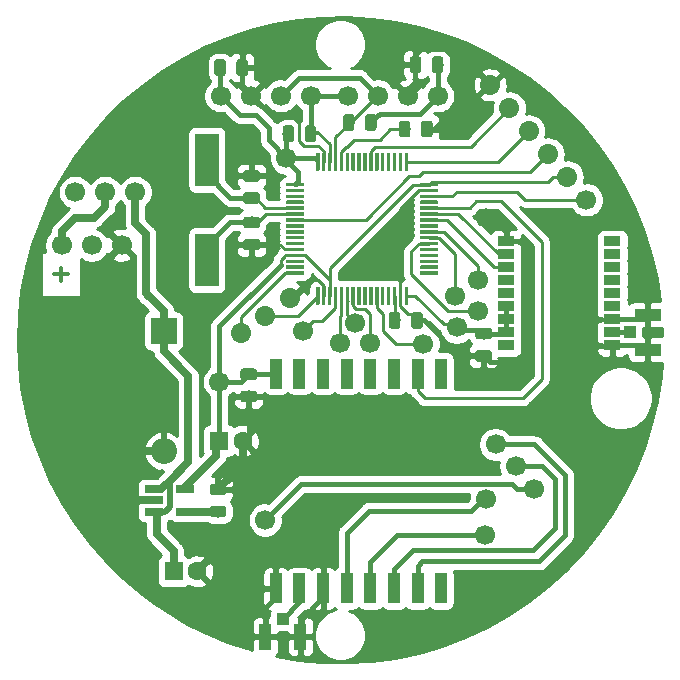
<source format=gbr>
G04 #@! TF.GenerationSoftware,KiCad,Pcbnew,(5.1.4-0-10_14)*
G04 #@! TF.CreationDate,2020-03-10T19:27:28+01:00*
G04 #@! TF.ProjectId,CanSat2020Probe,43616e53-6174-4323-9032-3050726f6265,v01*
G04 #@! TF.SameCoordinates,Original*
G04 #@! TF.FileFunction,Copper,L1,Top*
G04 #@! TF.FilePolarity,Positive*
%FSLAX46Y46*%
G04 Gerber Fmt 4.6, Leading zero omitted, Abs format (unit mm)*
G04 Created by KiCad (PCBNEW (5.1.4-0-10_14)) date 2020-03-10 19:27:28*
%MOMM*%
%LPD*%
G04 APERTURE LIST*
%ADD10C,0.300000*%
%ADD11C,1.700000*%
%ADD12R,1.000000X2.500000*%
%ADD13R,2.200000X1.050000*%
%ADD14R,1.050000X1.000000*%
%ADD15C,1.700000*%
%ADD16C,0.100000*%
%ADD17C,0.975000*%
%ADD18R,2.200000X2.200000*%
%ADD19O,2.200000X2.200000*%
%ADD20R,1.600000X1.600000*%
%ADD21C,1.600000*%
%ADD22R,1.450000X0.850000*%
%ADD23R,1.050000X2.200000*%
%ADD24R,1.000000X1.050000*%
%ADD25C,0.300000*%
%ADD26R,2.000000X4.500000*%
%ADD27R,1.560000X0.650000*%
%ADD28C,0.250000*%
%ADD29C,0.254000*%
%ADD30C,0.406400*%
%ADD31C,0.635000*%
%ADD32C,0.508000*%
G04 APERTURE END LIST*
D10*
X126921428Y-94457142D02*
X125778571Y-94457142D01*
X126350000Y-95028571D02*
X126350000Y-93885714D01*
D11*
X126410000Y-92000000D03*
X128950000Y-92000000D03*
X131490000Y-92000000D03*
D12*
X158550000Y-121050000D03*
X156550000Y-121050000D03*
X154550000Y-121050000D03*
X152550000Y-121050000D03*
X150550000Y-121050000D03*
X148550000Y-121050000D03*
X146550000Y-121050000D03*
X144550000Y-121050000D03*
X144550000Y-102850000D03*
X146550000Y-102850000D03*
X148550000Y-102850000D03*
X150550000Y-102850000D03*
X152550000Y-102850000D03*
X154550000Y-102850000D03*
X156550000Y-102850000D03*
X158550000Y-102850000D03*
D13*
X176025000Y-97875000D03*
D14*
X174500000Y-99350000D03*
D13*
X176025000Y-100825000D03*
D11*
X141569354Y-99406884D03*
D15*
X141569354Y-99406884D02*
X141569354Y-99406884D01*
D11*
X143650000Y-97950000D03*
D15*
X143650000Y-97950000D02*
X143650000Y-97950000D01*
D11*
X145730646Y-96493116D03*
D15*
X145730646Y-96493116D02*
X145730646Y-96493116D01*
D11*
X170850000Y-88150000D03*
X169217319Y-86204247D03*
D15*
X169217319Y-86204247D02*
X169217319Y-86204247D01*
D11*
X167584639Y-84258494D03*
D15*
X167584639Y-84258494D02*
X167584639Y-84258494D01*
D11*
X165951958Y-82312741D03*
D15*
X165951958Y-82312741D02*
X165951958Y-82312741D01*
D11*
X164319278Y-80366988D03*
D15*
X164319278Y-80366988D02*
X164319278Y-80366988D01*
D11*
X162686597Y-78421236D03*
D15*
X162686597Y-78421236D02*
X162686597Y-78421236D01*
D16*
G36*
X142730142Y-102426174D02*
G01*
X142753803Y-102429684D01*
X142777007Y-102435496D01*
X142799529Y-102443554D01*
X142821153Y-102453782D01*
X142841670Y-102466079D01*
X142860883Y-102480329D01*
X142878607Y-102496393D01*
X142894671Y-102514117D01*
X142908921Y-102533330D01*
X142921218Y-102553847D01*
X142931446Y-102575471D01*
X142939504Y-102597993D01*
X142945316Y-102621197D01*
X142948826Y-102644858D01*
X142950000Y-102668750D01*
X142950000Y-103156250D01*
X142948826Y-103180142D01*
X142945316Y-103203803D01*
X142939504Y-103227007D01*
X142931446Y-103249529D01*
X142921218Y-103271153D01*
X142908921Y-103291670D01*
X142894671Y-103310883D01*
X142878607Y-103328607D01*
X142860883Y-103344671D01*
X142841670Y-103358921D01*
X142821153Y-103371218D01*
X142799529Y-103381446D01*
X142777007Y-103389504D01*
X142753803Y-103395316D01*
X142730142Y-103398826D01*
X142706250Y-103400000D01*
X141793750Y-103400000D01*
X141769858Y-103398826D01*
X141746197Y-103395316D01*
X141722993Y-103389504D01*
X141700471Y-103381446D01*
X141678847Y-103371218D01*
X141658330Y-103358921D01*
X141639117Y-103344671D01*
X141621393Y-103328607D01*
X141605329Y-103310883D01*
X141591079Y-103291670D01*
X141578782Y-103271153D01*
X141568554Y-103249529D01*
X141560496Y-103227007D01*
X141554684Y-103203803D01*
X141551174Y-103180142D01*
X141550000Y-103156250D01*
X141550000Y-102668750D01*
X141551174Y-102644858D01*
X141554684Y-102621197D01*
X141560496Y-102597993D01*
X141568554Y-102575471D01*
X141578782Y-102553847D01*
X141591079Y-102533330D01*
X141605329Y-102514117D01*
X141621393Y-102496393D01*
X141639117Y-102480329D01*
X141658330Y-102466079D01*
X141678847Y-102453782D01*
X141700471Y-102443554D01*
X141722993Y-102435496D01*
X141746197Y-102429684D01*
X141769858Y-102426174D01*
X141793750Y-102425000D01*
X142706250Y-102425000D01*
X142730142Y-102426174D01*
X142730142Y-102426174D01*
G37*
D17*
X142250000Y-102912500D03*
D16*
G36*
X142730142Y-104301174D02*
G01*
X142753803Y-104304684D01*
X142777007Y-104310496D01*
X142799529Y-104318554D01*
X142821153Y-104328782D01*
X142841670Y-104341079D01*
X142860883Y-104355329D01*
X142878607Y-104371393D01*
X142894671Y-104389117D01*
X142908921Y-104408330D01*
X142921218Y-104428847D01*
X142931446Y-104450471D01*
X142939504Y-104472993D01*
X142945316Y-104496197D01*
X142948826Y-104519858D01*
X142950000Y-104543750D01*
X142950000Y-105031250D01*
X142948826Y-105055142D01*
X142945316Y-105078803D01*
X142939504Y-105102007D01*
X142931446Y-105124529D01*
X142921218Y-105146153D01*
X142908921Y-105166670D01*
X142894671Y-105185883D01*
X142878607Y-105203607D01*
X142860883Y-105219671D01*
X142841670Y-105233921D01*
X142821153Y-105246218D01*
X142799529Y-105256446D01*
X142777007Y-105264504D01*
X142753803Y-105270316D01*
X142730142Y-105273826D01*
X142706250Y-105275000D01*
X141793750Y-105275000D01*
X141769858Y-105273826D01*
X141746197Y-105270316D01*
X141722993Y-105264504D01*
X141700471Y-105256446D01*
X141678847Y-105246218D01*
X141658330Y-105233921D01*
X141639117Y-105219671D01*
X141621393Y-105203607D01*
X141605329Y-105185883D01*
X141591079Y-105166670D01*
X141578782Y-105146153D01*
X141568554Y-105124529D01*
X141560496Y-105102007D01*
X141554684Y-105078803D01*
X141551174Y-105055142D01*
X141550000Y-105031250D01*
X141550000Y-104543750D01*
X141551174Y-104519858D01*
X141554684Y-104496197D01*
X141560496Y-104472993D01*
X141568554Y-104450471D01*
X141578782Y-104428847D01*
X141591079Y-104408330D01*
X141605329Y-104389117D01*
X141621393Y-104371393D01*
X141639117Y-104355329D01*
X141658330Y-104341079D01*
X141678847Y-104328782D01*
X141700471Y-104318554D01*
X141722993Y-104310496D01*
X141746197Y-104304684D01*
X141769858Y-104301174D01*
X141793750Y-104300000D01*
X142706250Y-104300000D01*
X142730142Y-104301174D01*
X142730142Y-104301174D01*
G37*
D17*
X142250000Y-104787500D03*
D16*
G36*
X150980142Y-80901174D02*
G01*
X151003803Y-80904684D01*
X151027007Y-80910496D01*
X151049529Y-80918554D01*
X151071153Y-80928782D01*
X151091670Y-80941079D01*
X151110883Y-80955329D01*
X151128607Y-80971393D01*
X151144671Y-80989117D01*
X151158921Y-81008330D01*
X151171218Y-81028847D01*
X151181446Y-81050471D01*
X151189504Y-81072993D01*
X151195316Y-81096197D01*
X151198826Y-81119858D01*
X151200000Y-81143750D01*
X151200000Y-82056250D01*
X151198826Y-82080142D01*
X151195316Y-82103803D01*
X151189504Y-82127007D01*
X151181446Y-82149529D01*
X151171218Y-82171153D01*
X151158921Y-82191670D01*
X151144671Y-82210883D01*
X151128607Y-82228607D01*
X151110883Y-82244671D01*
X151091670Y-82258921D01*
X151071153Y-82271218D01*
X151049529Y-82281446D01*
X151027007Y-82289504D01*
X151003803Y-82295316D01*
X150980142Y-82298826D01*
X150956250Y-82300000D01*
X150468750Y-82300000D01*
X150444858Y-82298826D01*
X150421197Y-82295316D01*
X150397993Y-82289504D01*
X150375471Y-82281446D01*
X150353847Y-82271218D01*
X150333330Y-82258921D01*
X150314117Y-82244671D01*
X150296393Y-82228607D01*
X150280329Y-82210883D01*
X150266079Y-82191670D01*
X150253782Y-82171153D01*
X150243554Y-82149529D01*
X150235496Y-82127007D01*
X150229684Y-82103803D01*
X150226174Y-82080142D01*
X150225000Y-82056250D01*
X150225000Y-81143750D01*
X150226174Y-81119858D01*
X150229684Y-81096197D01*
X150235496Y-81072993D01*
X150243554Y-81050471D01*
X150253782Y-81028847D01*
X150266079Y-81008330D01*
X150280329Y-80989117D01*
X150296393Y-80971393D01*
X150314117Y-80955329D01*
X150333330Y-80941079D01*
X150353847Y-80928782D01*
X150375471Y-80918554D01*
X150397993Y-80910496D01*
X150421197Y-80904684D01*
X150444858Y-80901174D01*
X150468750Y-80900000D01*
X150956250Y-80900000D01*
X150980142Y-80901174D01*
X150980142Y-80901174D01*
G37*
D17*
X150712500Y-81600000D03*
D16*
G36*
X152855142Y-80901174D02*
G01*
X152878803Y-80904684D01*
X152902007Y-80910496D01*
X152924529Y-80918554D01*
X152946153Y-80928782D01*
X152966670Y-80941079D01*
X152985883Y-80955329D01*
X153003607Y-80971393D01*
X153019671Y-80989117D01*
X153033921Y-81008330D01*
X153046218Y-81028847D01*
X153056446Y-81050471D01*
X153064504Y-81072993D01*
X153070316Y-81096197D01*
X153073826Y-81119858D01*
X153075000Y-81143750D01*
X153075000Y-82056250D01*
X153073826Y-82080142D01*
X153070316Y-82103803D01*
X153064504Y-82127007D01*
X153056446Y-82149529D01*
X153046218Y-82171153D01*
X153033921Y-82191670D01*
X153019671Y-82210883D01*
X153003607Y-82228607D01*
X152985883Y-82244671D01*
X152966670Y-82258921D01*
X152946153Y-82271218D01*
X152924529Y-82281446D01*
X152902007Y-82289504D01*
X152878803Y-82295316D01*
X152855142Y-82298826D01*
X152831250Y-82300000D01*
X152343750Y-82300000D01*
X152319858Y-82298826D01*
X152296197Y-82295316D01*
X152272993Y-82289504D01*
X152250471Y-82281446D01*
X152228847Y-82271218D01*
X152208330Y-82258921D01*
X152189117Y-82244671D01*
X152171393Y-82228607D01*
X152155329Y-82210883D01*
X152141079Y-82191670D01*
X152128782Y-82171153D01*
X152118554Y-82149529D01*
X152110496Y-82127007D01*
X152104684Y-82103803D01*
X152101174Y-82080142D01*
X152100000Y-82056250D01*
X152100000Y-81143750D01*
X152101174Y-81119858D01*
X152104684Y-81096197D01*
X152110496Y-81072993D01*
X152118554Y-81050471D01*
X152128782Y-81028847D01*
X152141079Y-81008330D01*
X152155329Y-80989117D01*
X152171393Y-80971393D01*
X152189117Y-80955329D01*
X152208330Y-80941079D01*
X152228847Y-80928782D01*
X152250471Y-80918554D01*
X152272993Y-80910496D01*
X152296197Y-80904684D01*
X152319858Y-80901174D01*
X152343750Y-80900000D01*
X152831250Y-80900000D01*
X152855142Y-80901174D01*
X152855142Y-80901174D01*
G37*
D17*
X152587500Y-81600000D03*
D16*
G36*
X156642642Y-76001174D02*
G01*
X156666303Y-76004684D01*
X156689507Y-76010496D01*
X156712029Y-76018554D01*
X156733653Y-76028782D01*
X156754170Y-76041079D01*
X156773383Y-76055329D01*
X156791107Y-76071393D01*
X156807171Y-76089117D01*
X156821421Y-76108330D01*
X156833718Y-76128847D01*
X156843946Y-76150471D01*
X156852004Y-76172993D01*
X156857816Y-76196197D01*
X156861326Y-76219858D01*
X156862500Y-76243750D01*
X156862500Y-77156250D01*
X156861326Y-77180142D01*
X156857816Y-77203803D01*
X156852004Y-77227007D01*
X156843946Y-77249529D01*
X156833718Y-77271153D01*
X156821421Y-77291670D01*
X156807171Y-77310883D01*
X156791107Y-77328607D01*
X156773383Y-77344671D01*
X156754170Y-77358921D01*
X156733653Y-77371218D01*
X156712029Y-77381446D01*
X156689507Y-77389504D01*
X156666303Y-77395316D01*
X156642642Y-77398826D01*
X156618750Y-77400000D01*
X156131250Y-77400000D01*
X156107358Y-77398826D01*
X156083697Y-77395316D01*
X156060493Y-77389504D01*
X156037971Y-77381446D01*
X156016347Y-77371218D01*
X155995830Y-77358921D01*
X155976617Y-77344671D01*
X155958893Y-77328607D01*
X155942829Y-77310883D01*
X155928579Y-77291670D01*
X155916282Y-77271153D01*
X155906054Y-77249529D01*
X155897996Y-77227007D01*
X155892184Y-77203803D01*
X155888674Y-77180142D01*
X155887500Y-77156250D01*
X155887500Y-76243750D01*
X155888674Y-76219858D01*
X155892184Y-76196197D01*
X155897996Y-76172993D01*
X155906054Y-76150471D01*
X155916282Y-76128847D01*
X155928579Y-76108330D01*
X155942829Y-76089117D01*
X155958893Y-76071393D01*
X155976617Y-76055329D01*
X155995830Y-76041079D01*
X156016347Y-76028782D01*
X156037971Y-76018554D01*
X156060493Y-76010496D01*
X156083697Y-76004684D01*
X156107358Y-76001174D01*
X156131250Y-76000000D01*
X156618750Y-76000000D01*
X156642642Y-76001174D01*
X156642642Y-76001174D01*
G37*
D17*
X156375000Y-76700000D03*
D16*
G36*
X158517642Y-76001174D02*
G01*
X158541303Y-76004684D01*
X158564507Y-76010496D01*
X158587029Y-76018554D01*
X158608653Y-76028782D01*
X158629170Y-76041079D01*
X158648383Y-76055329D01*
X158666107Y-76071393D01*
X158682171Y-76089117D01*
X158696421Y-76108330D01*
X158708718Y-76128847D01*
X158718946Y-76150471D01*
X158727004Y-76172993D01*
X158732816Y-76196197D01*
X158736326Y-76219858D01*
X158737500Y-76243750D01*
X158737500Y-77156250D01*
X158736326Y-77180142D01*
X158732816Y-77203803D01*
X158727004Y-77227007D01*
X158718946Y-77249529D01*
X158708718Y-77271153D01*
X158696421Y-77291670D01*
X158682171Y-77310883D01*
X158666107Y-77328607D01*
X158648383Y-77344671D01*
X158629170Y-77358921D01*
X158608653Y-77371218D01*
X158587029Y-77381446D01*
X158564507Y-77389504D01*
X158541303Y-77395316D01*
X158517642Y-77398826D01*
X158493750Y-77400000D01*
X158006250Y-77400000D01*
X157982358Y-77398826D01*
X157958697Y-77395316D01*
X157935493Y-77389504D01*
X157912971Y-77381446D01*
X157891347Y-77371218D01*
X157870830Y-77358921D01*
X157851617Y-77344671D01*
X157833893Y-77328607D01*
X157817829Y-77310883D01*
X157803579Y-77291670D01*
X157791282Y-77271153D01*
X157781054Y-77249529D01*
X157772996Y-77227007D01*
X157767184Y-77203803D01*
X157763674Y-77180142D01*
X157762500Y-77156250D01*
X157762500Y-76243750D01*
X157763674Y-76219858D01*
X157767184Y-76196197D01*
X157772996Y-76172993D01*
X157781054Y-76150471D01*
X157791282Y-76128847D01*
X157803579Y-76108330D01*
X157817829Y-76089117D01*
X157833893Y-76071393D01*
X157851617Y-76055329D01*
X157870830Y-76041079D01*
X157891347Y-76028782D01*
X157912971Y-76018554D01*
X157935493Y-76010496D01*
X157958697Y-76004684D01*
X157982358Y-76001174D01*
X158006250Y-76000000D01*
X158493750Y-76000000D01*
X158517642Y-76001174D01*
X158517642Y-76001174D01*
G37*
D17*
X158250000Y-76700000D03*
D16*
G36*
X162630142Y-100863674D02*
G01*
X162653803Y-100867184D01*
X162677007Y-100872996D01*
X162699529Y-100881054D01*
X162721153Y-100891282D01*
X162741670Y-100903579D01*
X162760883Y-100917829D01*
X162778607Y-100933893D01*
X162794671Y-100951617D01*
X162808921Y-100970830D01*
X162821218Y-100991347D01*
X162831446Y-101012971D01*
X162839504Y-101035493D01*
X162845316Y-101058697D01*
X162848826Y-101082358D01*
X162850000Y-101106250D01*
X162850000Y-101593750D01*
X162848826Y-101617642D01*
X162845316Y-101641303D01*
X162839504Y-101664507D01*
X162831446Y-101687029D01*
X162821218Y-101708653D01*
X162808921Y-101729170D01*
X162794671Y-101748383D01*
X162778607Y-101766107D01*
X162760883Y-101782171D01*
X162741670Y-101796421D01*
X162721153Y-101808718D01*
X162699529Y-101818946D01*
X162677007Y-101827004D01*
X162653803Y-101832816D01*
X162630142Y-101836326D01*
X162606250Y-101837500D01*
X161693750Y-101837500D01*
X161669858Y-101836326D01*
X161646197Y-101832816D01*
X161622993Y-101827004D01*
X161600471Y-101818946D01*
X161578847Y-101808718D01*
X161558330Y-101796421D01*
X161539117Y-101782171D01*
X161521393Y-101766107D01*
X161505329Y-101748383D01*
X161491079Y-101729170D01*
X161478782Y-101708653D01*
X161468554Y-101687029D01*
X161460496Y-101664507D01*
X161454684Y-101641303D01*
X161451174Y-101617642D01*
X161450000Y-101593750D01*
X161450000Y-101106250D01*
X161451174Y-101082358D01*
X161454684Y-101058697D01*
X161460496Y-101035493D01*
X161468554Y-101012971D01*
X161478782Y-100991347D01*
X161491079Y-100970830D01*
X161505329Y-100951617D01*
X161521393Y-100933893D01*
X161539117Y-100917829D01*
X161558330Y-100903579D01*
X161578847Y-100891282D01*
X161600471Y-100881054D01*
X161622993Y-100872996D01*
X161646197Y-100867184D01*
X161669858Y-100863674D01*
X161693750Y-100862500D01*
X162606250Y-100862500D01*
X162630142Y-100863674D01*
X162630142Y-100863674D01*
G37*
D17*
X162150000Y-101350000D03*
D16*
G36*
X162630142Y-98988674D02*
G01*
X162653803Y-98992184D01*
X162677007Y-98997996D01*
X162699529Y-99006054D01*
X162721153Y-99016282D01*
X162741670Y-99028579D01*
X162760883Y-99042829D01*
X162778607Y-99058893D01*
X162794671Y-99076617D01*
X162808921Y-99095830D01*
X162821218Y-99116347D01*
X162831446Y-99137971D01*
X162839504Y-99160493D01*
X162845316Y-99183697D01*
X162848826Y-99207358D01*
X162850000Y-99231250D01*
X162850000Y-99718750D01*
X162848826Y-99742642D01*
X162845316Y-99766303D01*
X162839504Y-99789507D01*
X162831446Y-99812029D01*
X162821218Y-99833653D01*
X162808921Y-99854170D01*
X162794671Y-99873383D01*
X162778607Y-99891107D01*
X162760883Y-99907171D01*
X162741670Y-99921421D01*
X162721153Y-99933718D01*
X162699529Y-99943946D01*
X162677007Y-99952004D01*
X162653803Y-99957816D01*
X162630142Y-99961326D01*
X162606250Y-99962500D01*
X161693750Y-99962500D01*
X161669858Y-99961326D01*
X161646197Y-99957816D01*
X161622993Y-99952004D01*
X161600471Y-99943946D01*
X161578847Y-99933718D01*
X161558330Y-99921421D01*
X161539117Y-99907171D01*
X161521393Y-99891107D01*
X161505329Y-99873383D01*
X161491079Y-99854170D01*
X161478782Y-99833653D01*
X161468554Y-99812029D01*
X161460496Y-99789507D01*
X161454684Y-99766303D01*
X161451174Y-99742642D01*
X161450000Y-99718750D01*
X161450000Y-99231250D01*
X161451174Y-99207358D01*
X161454684Y-99183697D01*
X161460496Y-99160493D01*
X161468554Y-99137971D01*
X161478782Y-99116347D01*
X161491079Y-99095830D01*
X161505329Y-99076617D01*
X161521393Y-99058893D01*
X161539117Y-99042829D01*
X161558330Y-99028579D01*
X161578847Y-99016282D01*
X161600471Y-99006054D01*
X161622993Y-98997996D01*
X161646197Y-98992184D01*
X161669858Y-98988674D01*
X161693750Y-98987500D01*
X162606250Y-98987500D01*
X162630142Y-98988674D01*
X162630142Y-98988674D01*
G37*
D17*
X162150000Y-99475000D03*
D18*
X135050000Y-99250000D03*
D19*
X135050000Y-109410000D03*
D20*
X135900000Y-119600000D03*
D21*
X137900000Y-119600000D03*
D16*
G36*
X140130142Y-114051174D02*
G01*
X140153803Y-114054684D01*
X140177007Y-114060496D01*
X140199529Y-114068554D01*
X140221153Y-114078782D01*
X140241670Y-114091079D01*
X140260883Y-114105329D01*
X140278607Y-114121393D01*
X140294671Y-114139117D01*
X140308921Y-114158330D01*
X140321218Y-114178847D01*
X140331446Y-114200471D01*
X140339504Y-114222993D01*
X140345316Y-114246197D01*
X140348826Y-114269858D01*
X140350000Y-114293750D01*
X140350000Y-114781250D01*
X140348826Y-114805142D01*
X140345316Y-114828803D01*
X140339504Y-114852007D01*
X140331446Y-114874529D01*
X140321218Y-114896153D01*
X140308921Y-114916670D01*
X140294671Y-114935883D01*
X140278607Y-114953607D01*
X140260883Y-114969671D01*
X140241670Y-114983921D01*
X140221153Y-114996218D01*
X140199529Y-115006446D01*
X140177007Y-115014504D01*
X140153803Y-115020316D01*
X140130142Y-115023826D01*
X140106250Y-115025000D01*
X139193750Y-115025000D01*
X139169858Y-115023826D01*
X139146197Y-115020316D01*
X139122993Y-115014504D01*
X139100471Y-115006446D01*
X139078847Y-114996218D01*
X139058330Y-114983921D01*
X139039117Y-114969671D01*
X139021393Y-114953607D01*
X139005329Y-114935883D01*
X138991079Y-114916670D01*
X138978782Y-114896153D01*
X138968554Y-114874529D01*
X138960496Y-114852007D01*
X138954684Y-114828803D01*
X138951174Y-114805142D01*
X138950000Y-114781250D01*
X138950000Y-114293750D01*
X138951174Y-114269858D01*
X138954684Y-114246197D01*
X138960496Y-114222993D01*
X138968554Y-114200471D01*
X138978782Y-114178847D01*
X138991079Y-114158330D01*
X139005329Y-114139117D01*
X139021393Y-114121393D01*
X139039117Y-114105329D01*
X139058330Y-114091079D01*
X139078847Y-114078782D01*
X139100471Y-114068554D01*
X139122993Y-114060496D01*
X139146197Y-114054684D01*
X139169858Y-114051174D01*
X139193750Y-114050000D01*
X140106250Y-114050000D01*
X140130142Y-114051174D01*
X140130142Y-114051174D01*
G37*
D17*
X139650000Y-114537500D03*
D16*
G36*
X140130142Y-112176174D02*
G01*
X140153803Y-112179684D01*
X140177007Y-112185496D01*
X140199529Y-112193554D01*
X140221153Y-112203782D01*
X140241670Y-112216079D01*
X140260883Y-112230329D01*
X140278607Y-112246393D01*
X140294671Y-112264117D01*
X140308921Y-112283330D01*
X140321218Y-112303847D01*
X140331446Y-112325471D01*
X140339504Y-112347993D01*
X140345316Y-112371197D01*
X140348826Y-112394858D01*
X140350000Y-112418750D01*
X140350000Y-112906250D01*
X140348826Y-112930142D01*
X140345316Y-112953803D01*
X140339504Y-112977007D01*
X140331446Y-112999529D01*
X140321218Y-113021153D01*
X140308921Y-113041670D01*
X140294671Y-113060883D01*
X140278607Y-113078607D01*
X140260883Y-113094671D01*
X140241670Y-113108921D01*
X140221153Y-113121218D01*
X140199529Y-113131446D01*
X140177007Y-113139504D01*
X140153803Y-113145316D01*
X140130142Y-113148826D01*
X140106250Y-113150000D01*
X139193750Y-113150000D01*
X139169858Y-113148826D01*
X139146197Y-113145316D01*
X139122993Y-113139504D01*
X139100471Y-113131446D01*
X139078847Y-113121218D01*
X139058330Y-113108921D01*
X139039117Y-113094671D01*
X139021393Y-113078607D01*
X139005329Y-113060883D01*
X138991079Y-113041670D01*
X138978782Y-113021153D01*
X138968554Y-112999529D01*
X138960496Y-112977007D01*
X138954684Y-112953803D01*
X138951174Y-112930142D01*
X138950000Y-112906250D01*
X138950000Y-112418750D01*
X138951174Y-112394858D01*
X138954684Y-112371197D01*
X138960496Y-112347993D01*
X138968554Y-112325471D01*
X138978782Y-112303847D01*
X138991079Y-112283330D01*
X139005329Y-112264117D01*
X139021393Y-112246393D01*
X139039117Y-112230329D01*
X139058330Y-112216079D01*
X139078847Y-112203782D01*
X139100471Y-112193554D01*
X139122993Y-112185496D01*
X139146197Y-112179684D01*
X139169858Y-112176174D01*
X139193750Y-112175000D01*
X140106250Y-112175000D01*
X140130142Y-112176174D01*
X140130142Y-112176174D01*
G37*
D17*
X139650000Y-112662500D03*
D21*
X141750000Y-108550000D03*
D20*
X139750000Y-108550000D03*
D16*
G36*
X142980142Y-87501174D02*
G01*
X143003803Y-87504684D01*
X143027007Y-87510496D01*
X143049529Y-87518554D01*
X143071153Y-87528782D01*
X143091670Y-87541079D01*
X143110883Y-87555329D01*
X143128607Y-87571393D01*
X143144671Y-87589117D01*
X143158921Y-87608330D01*
X143171218Y-87628847D01*
X143181446Y-87650471D01*
X143189504Y-87672993D01*
X143195316Y-87696197D01*
X143198826Y-87719858D01*
X143200000Y-87743750D01*
X143200000Y-88231250D01*
X143198826Y-88255142D01*
X143195316Y-88278803D01*
X143189504Y-88302007D01*
X143181446Y-88324529D01*
X143171218Y-88346153D01*
X143158921Y-88366670D01*
X143144671Y-88385883D01*
X143128607Y-88403607D01*
X143110883Y-88419671D01*
X143091670Y-88433921D01*
X143071153Y-88446218D01*
X143049529Y-88456446D01*
X143027007Y-88464504D01*
X143003803Y-88470316D01*
X142980142Y-88473826D01*
X142956250Y-88475000D01*
X142043750Y-88475000D01*
X142019858Y-88473826D01*
X141996197Y-88470316D01*
X141972993Y-88464504D01*
X141950471Y-88456446D01*
X141928847Y-88446218D01*
X141908330Y-88433921D01*
X141889117Y-88419671D01*
X141871393Y-88403607D01*
X141855329Y-88385883D01*
X141841079Y-88366670D01*
X141828782Y-88346153D01*
X141818554Y-88324529D01*
X141810496Y-88302007D01*
X141804684Y-88278803D01*
X141801174Y-88255142D01*
X141800000Y-88231250D01*
X141800000Y-87743750D01*
X141801174Y-87719858D01*
X141804684Y-87696197D01*
X141810496Y-87672993D01*
X141818554Y-87650471D01*
X141828782Y-87628847D01*
X141841079Y-87608330D01*
X141855329Y-87589117D01*
X141871393Y-87571393D01*
X141889117Y-87555329D01*
X141908330Y-87541079D01*
X141928847Y-87528782D01*
X141950471Y-87518554D01*
X141972993Y-87510496D01*
X141996197Y-87504684D01*
X142019858Y-87501174D01*
X142043750Y-87500000D01*
X142956250Y-87500000D01*
X142980142Y-87501174D01*
X142980142Y-87501174D01*
G37*
D17*
X142500000Y-87987500D03*
D16*
G36*
X142980142Y-85626174D02*
G01*
X143003803Y-85629684D01*
X143027007Y-85635496D01*
X143049529Y-85643554D01*
X143071153Y-85653782D01*
X143091670Y-85666079D01*
X143110883Y-85680329D01*
X143128607Y-85696393D01*
X143144671Y-85714117D01*
X143158921Y-85733330D01*
X143171218Y-85753847D01*
X143181446Y-85775471D01*
X143189504Y-85797993D01*
X143195316Y-85821197D01*
X143198826Y-85844858D01*
X143200000Y-85868750D01*
X143200000Y-86356250D01*
X143198826Y-86380142D01*
X143195316Y-86403803D01*
X143189504Y-86427007D01*
X143181446Y-86449529D01*
X143171218Y-86471153D01*
X143158921Y-86491670D01*
X143144671Y-86510883D01*
X143128607Y-86528607D01*
X143110883Y-86544671D01*
X143091670Y-86558921D01*
X143071153Y-86571218D01*
X143049529Y-86581446D01*
X143027007Y-86589504D01*
X143003803Y-86595316D01*
X142980142Y-86598826D01*
X142956250Y-86600000D01*
X142043750Y-86600000D01*
X142019858Y-86598826D01*
X141996197Y-86595316D01*
X141972993Y-86589504D01*
X141950471Y-86581446D01*
X141928847Y-86571218D01*
X141908330Y-86558921D01*
X141889117Y-86544671D01*
X141871393Y-86528607D01*
X141855329Y-86510883D01*
X141841079Y-86491670D01*
X141828782Y-86471153D01*
X141818554Y-86449529D01*
X141810496Y-86427007D01*
X141804684Y-86403803D01*
X141801174Y-86380142D01*
X141800000Y-86356250D01*
X141800000Y-85868750D01*
X141801174Y-85844858D01*
X141804684Y-85821197D01*
X141810496Y-85797993D01*
X141818554Y-85775471D01*
X141828782Y-85753847D01*
X141841079Y-85733330D01*
X141855329Y-85714117D01*
X141871393Y-85696393D01*
X141889117Y-85680329D01*
X141908330Y-85666079D01*
X141928847Y-85653782D01*
X141950471Y-85643554D01*
X141972993Y-85635496D01*
X141996197Y-85629684D01*
X142019858Y-85626174D01*
X142043750Y-85625000D01*
X142956250Y-85625000D01*
X142980142Y-85626174D01*
X142980142Y-85626174D01*
G37*
D17*
X142500000Y-86112500D03*
D16*
G36*
X142980142Y-89576174D02*
G01*
X143003803Y-89579684D01*
X143027007Y-89585496D01*
X143049529Y-89593554D01*
X143071153Y-89603782D01*
X143091670Y-89616079D01*
X143110883Y-89630329D01*
X143128607Y-89646393D01*
X143144671Y-89664117D01*
X143158921Y-89683330D01*
X143171218Y-89703847D01*
X143181446Y-89725471D01*
X143189504Y-89747993D01*
X143195316Y-89771197D01*
X143198826Y-89794858D01*
X143200000Y-89818750D01*
X143200000Y-90306250D01*
X143198826Y-90330142D01*
X143195316Y-90353803D01*
X143189504Y-90377007D01*
X143181446Y-90399529D01*
X143171218Y-90421153D01*
X143158921Y-90441670D01*
X143144671Y-90460883D01*
X143128607Y-90478607D01*
X143110883Y-90494671D01*
X143091670Y-90508921D01*
X143071153Y-90521218D01*
X143049529Y-90531446D01*
X143027007Y-90539504D01*
X143003803Y-90545316D01*
X142980142Y-90548826D01*
X142956250Y-90550000D01*
X142043750Y-90550000D01*
X142019858Y-90548826D01*
X141996197Y-90545316D01*
X141972993Y-90539504D01*
X141950471Y-90531446D01*
X141928847Y-90521218D01*
X141908330Y-90508921D01*
X141889117Y-90494671D01*
X141871393Y-90478607D01*
X141855329Y-90460883D01*
X141841079Y-90441670D01*
X141828782Y-90421153D01*
X141818554Y-90399529D01*
X141810496Y-90377007D01*
X141804684Y-90353803D01*
X141801174Y-90330142D01*
X141800000Y-90306250D01*
X141800000Y-89818750D01*
X141801174Y-89794858D01*
X141804684Y-89771197D01*
X141810496Y-89747993D01*
X141818554Y-89725471D01*
X141828782Y-89703847D01*
X141841079Y-89683330D01*
X141855329Y-89664117D01*
X141871393Y-89646393D01*
X141889117Y-89630329D01*
X141908330Y-89616079D01*
X141928847Y-89603782D01*
X141950471Y-89593554D01*
X141972993Y-89585496D01*
X141996197Y-89579684D01*
X142019858Y-89576174D01*
X142043750Y-89575000D01*
X142956250Y-89575000D01*
X142980142Y-89576174D01*
X142980142Y-89576174D01*
G37*
D17*
X142500000Y-90062500D03*
D16*
G36*
X142980142Y-91451174D02*
G01*
X143003803Y-91454684D01*
X143027007Y-91460496D01*
X143049529Y-91468554D01*
X143071153Y-91478782D01*
X143091670Y-91491079D01*
X143110883Y-91505329D01*
X143128607Y-91521393D01*
X143144671Y-91539117D01*
X143158921Y-91558330D01*
X143171218Y-91578847D01*
X143181446Y-91600471D01*
X143189504Y-91622993D01*
X143195316Y-91646197D01*
X143198826Y-91669858D01*
X143200000Y-91693750D01*
X143200000Y-92181250D01*
X143198826Y-92205142D01*
X143195316Y-92228803D01*
X143189504Y-92252007D01*
X143181446Y-92274529D01*
X143171218Y-92296153D01*
X143158921Y-92316670D01*
X143144671Y-92335883D01*
X143128607Y-92353607D01*
X143110883Y-92369671D01*
X143091670Y-92383921D01*
X143071153Y-92396218D01*
X143049529Y-92406446D01*
X143027007Y-92414504D01*
X143003803Y-92420316D01*
X142980142Y-92423826D01*
X142956250Y-92425000D01*
X142043750Y-92425000D01*
X142019858Y-92423826D01*
X141996197Y-92420316D01*
X141972993Y-92414504D01*
X141950471Y-92406446D01*
X141928847Y-92396218D01*
X141908330Y-92383921D01*
X141889117Y-92369671D01*
X141871393Y-92353607D01*
X141855329Y-92335883D01*
X141841079Y-92316670D01*
X141828782Y-92296153D01*
X141818554Y-92274529D01*
X141810496Y-92252007D01*
X141804684Y-92228803D01*
X141801174Y-92205142D01*
X141800000Y-92181250D01*
X141800000Y-91693750D01*
X141801174Y-91669858D01*
X141804684Y-91646197D01*
X141810496Y-91622993D01*
X141818554Y-91600471D01*
X141828782Y-91578847D01*
X141841079Y-91558330D01*
X141855329Y-91539117D01*
X141871393Y-91521393D01*
X141889117Y-91505329D01*
X141908330Y-91491079D01*
X141928847Y-91478782D01*
X141950471Y-91468554D01*
X141972993Y-91460496D01*
X141996197Y-91454684D01*
X142019858Y-91451174D01*
X142043750Y-91450000D01*
X142956250Y-91450000D01*
X142980142Y-91451174D01*
X142980142Y-91451174D01*
G37*
D17*
X142500000Y-91937500D03*
D16*
G36*
X140092642Y-76251174D02*
G01*
X140116303Y-76254684D01*
X140139507Y-76260496D01*
X140162029Y-76268554D01*
X140183653Y-76278782D01*
X140204170Y-76291079D01*
X140223383Y-76305329D01*
X140241107Y-76321393D01*
X140257171Y-76339117D01*
X140271421Y-76358330D01*
X140283718Y-76378847D01*
X140293946Y-76400471D01*
X140302004Y-76422993D01*
X140307816Y-76446197D01*
X140311326Y-76469858D01*
X140312500Y-76493750D01*
X140312500Y-77406250D01*
X140311326Y-77430142D01*
X140307816Y-77453803D01*
X140302004Y-77477007D01*
X140293946Y-77499529D01*
X140283718Y-77521153D01*
X140271421Y-77541670D01*
X140257171Y-77560883D01*
X140241107Y-77578607D01*
X140223383Y-77594671D01*
X140204170Y-77608921D01*
X140183653Y-77621218D01*
X140162029Y-77631446D01*
X140139507Y-77639504D01*
X140116303Y-77645316D01*
X140092642Y-77648826D01*
X140068750Y-77650000D01*
X139581250Y-77650000D01*
X139557358Y-77648826D01*
X139533697Y-77645316D01*
X139510493Y-77639504D01*
X139487971Y-77631446D01*
X139466347Y-77621218D01*
X139445830Y-77608921D01*
X139426617Y-77594671D01*
X139408893Y-77578607D01*
X139392829Y-77560883D01*
X139378579Y-77541670D01*
X139366282Y-77521153D01*
X139356054Y-77499529D01*
X139347996Y-77477007D01*
X139342184Y-77453803D01*
X139338674Y-77430142D01*
X139337500Y-77406250D01*
X139337500Y-76493750D01*
X139338674Y-76469858D01*
X139342184Y-76446197D01*
X139347996Y-76422993D01*
X139356054Y-76400471D01*
X139366282Y-76378847D01*
X139378579Y-76358330D01*
X139392829Y-76339117D01*
X139408893Y-76321393D01*
X139426617Y-76305329D01*
X139445830Y-76291079D01*
X139466347Y-76278782D01*
X139487971Y-76268554D01*
X139510493Y-76260496D01*
X139533697Y-76254684D01*
X139557358Y-76251174D01*
X139581250Y-76250000D01*
X140068750Y-76250000D01*
X140092642Y-76251174D01*
X140092642Y-76251174D01*
G37*
D17*
X139825000Y-76950000D03*
D16*
G36*
X141967642Y-76251174D02*
G01*
X141991303Y-76254684D01*
X142014507Y-76260496D01*
X142037029Y-76268554D01*
X142058653Y-76278782D01*
X142079170Y-76291079D01*
X142098383Y-76305329D01*
X142116107Y-76321393D01*
X142132171Y-76339117D01*
X142146421Y-76358330D01*
X142158718Y-76378847D01*
X142168946Y-76400471D01*
X142177004Y-76422993D01*
X142182816Y-76446197D01*
X142186326Y-76469858D01*
X142187500Y-76493750D01*
X142187500Y-77406250D01*
X142186326Y-77430142D01*
X142182816Y-77453803D01*
X142177004Y-77477007D01*
X142168946Y-77499529D01*
X142158718Y-77521153D01*
X142146421Y-77541670D01*
X142132171Y-77560883D01*
X142116107Y-77578607D01*
X142098383Y-77594671D01*
X142079170Y-77608921D01*
X142058653Y-77621218D01*
X142037029Y-77631446D01*
X142014507Y-77639504D01*
X141991303Y-77645316D01*
X141967642Y-77648826D01*
X141943750Y-77650000D01*
X141456250Y-77650000D01*
X141432358Y-77648826D01*
X141408697Y-77645316D01*
X141385493Y-77639504D01*
X141362971Y-77631446D01*
X141341347Y-77621218D01*
X141320830Y-77608921D01*
X141301617Y-77594671D01*
X141283893Y-77578607D01*
X141267829Y-77560883D01*
X141253579Y-77541670D01*
X141241282Y-77521153D01*
X141231054Y-77499529D01*
X141222996Y-77477007D01*
X141217184Y-77453803D01*
X141213674Y-77430142D01*
X141212500Y-77406250D01*
X141212500Y-76493750D01*
X141213674Y-76469858D01*
X141217184Y-76446197D01*
X141222996Y-76422993D01*
X141231054Y-76400471D01*
X141241282Y-76378847D01*
X141253579Y-76358330D01*
X141267829Y-76339117D01*
X141283893Y-76321393D01*
X141301617Y-76305329D01*
X141320830Y-76291079D01*
X141341347Y-76278782D01*
X141362971Y-76268554D01*
X141385493Y-76260496D01*
X141408697Y-76254684D01*
X141432358Y-76251174D01*
X141456250Y-76250000D01*
X141943750Y-76250000D01*
X141967642Y-76251174D01*
X141967642Y-76251174D01*
G37*
D17*
X141700000Y-76950000D03*
D16*
G36*
X156755142Y-97651174D02*
G01*
X156778803Y-97654684D01*
X156802007Y-97660496D01*
X156824529Y-97668554D01*
X156846153Y-97678782D01*
X156866670Y-97691079D01*
X156885883Y-97705329D01*
X156903607Y-97721393D01*
X156919671Y-97739117D01*
X156933921Y-97758330D01*
X156946218Y-97778847D01*
X156956446Y-97800471D01*
X156964504Y-97822993D01*
X156970316Y-97846197D01*
X156973826Y-97869858D01*
X156975000Y-97893750D01*
X156975000Y-98806250D01*
X156973826Y-98830142D01*
X156970316Y-98853803D01*
X156964504Y-98877007D01*
X156956446Y-98899529D01*
X156946218Y-98921153D01*
X156933921Y-98941670D01*
X156919671Y-98960883D01*
X156903607Y-98978607D01*
X156885883Y-98994671D01*
X156866670Y-99008921D01*
X156846153Y-99021218D01*
X156824529Y-99031446D01*
X156802007Y-99039504D01*
X156778803Y-99045316D01*
X156755142Y-99048826D01*
X156731250Y-99050000D01*
X156243750Y-99050000D01*
X156219858Y-99048826D01*
X156196197Y-99045316D01*
X156172993Y-99039504D01*
X156150471Y-99031446D01*
X156128847Y-99021218D01*
X156108330Y-99008921D01*
X156089117Y-98994671D01*
X156071393Y-98978607D01*
X156055329Y-98960883D01*
X156041079Y-98941670D01*
X156028782Y-98921153D01*
X156018554Y-98899529D01*
X156010496Y-98877007D01*
X156004684Y-98853803D01*
X156001174Y-98830142D01*
X156000000Y-98806250D01*
X156000000Y-97893750D01*
X156001174Y-97869858D01*
X156004684Y-97846197D01*
X156010496Y-97822993D01*
X156018554Y-97800471D01*
X156028782Y-97778847D01*
X156041079Y-97758330D01*
X156055329Y-97739117D01*
X156071393Y-97721393D01*
X156089117Y-97705329D01*
X156108330Y-97691079D01*
X156128847Y-97678782D01*
X156150471Y-97668554D01*
X156172993Y-97660496D01*
X156196197Y-97654684D01*
X156219858Y-97651174D01*
X156243750Y-97650000D01*
X156731250Y-97650000D01*
X156755142Y-97651174D01*
X156755142Y-97651174D01*
G37*
D17*
X156487500Y-98350000D03*
D16*
G36*
X154880142Y-97651174D02*
G01*
X154903803Y-97654684D01*
X154927007Y-97660496D01*
X154949529Y-97668554D01*
X154971153Y-97678782D01*
X154991670Y-97691079D01*
X155010883Y-97705329D01*
X155028607Y-97721393D01*
X155044671Y-97739117D01*
X155058921Y-97758330D01*
X155071218Y-97778847D01*
X155081446Y-97800471D01*
X155089504Y-97822993D01*
X155095316Y-97846197D01*
X155098826Y-97869858D01*
X155100000Y-97893750D01*
X155100000Y-98806250D01*
X155098826Y-98830142D01*
X155095316Y-98853803D01*
X155089504Y-98877007D01*
X155081446Y-98899529D01*
X155071218Y-98921153D01*
X155058921Y-98941670D01*
X155044671Y-98960883D01*
X155028607Y-98978607D01*
X155010883Y-98994671D01*
X154991670Y-99008921D01*
X154971153Y-99021218D01*
X154949529Y-99031446D01*
X154927007Y-99039504D01*
X154903803Y-99045316D01*
X154880142Y-99048826D01*
X154856250Y-99050000D01*
X154368750Y-99050000D01*
X154344858Y-99048826D01*
X154321197Y-99045316D01*
X154297993Y-99039504D01*
X154275471Y-99031446D01*
X154253847Y-99021218D01*
X154233330Y-99008921D01*
X154214117Y-98994671D01*
X154196393Y-98978607D01*
X154180329Y-98960883D01*
X154166079Y-98941670D01*
X154153782Y-98921153D01*
X154143554Y-98899529D01*
X154135496Y-98877007D01*
X154129684Y-98853803D01*
X154126174Y-98830142D01*
X154125000Y-98806250D01*
X154125000Y-97893750D01*
X154126174Y-97869858D01*
X154129684Y-97846197D01*
X154135496Y-97822993D01*
X154143554Y-97800471D01*
X154153782Y-97778847D01*
X154166079Y-97758330D01*
X154180329Y-97739117D01*
X154196393Y-97721393D01*
X154214117Y-97705329D01*
X154233330Y-97691079D01*
X154253847Y-97678782D01*
X154275471Y-97668554D01*
X154297993Y-97660496D01*
X154321197Y-97654684D01*
X154344858Y-97651174D01*
X154368750Y-97650000D01*
X154856250Y-97650000D01*
X154880142Y-97651174D01*
X154880142Y-97651174D01*
G37*
D17*
X154612500Y-98350000D03*
D22*
X164050000Y-91650000D03*
X164050000Y-92750000D03*
X164050000Y-93850000D03*
X164050000Y-94950000D03*
X164050000Y-96050000D03*
X164050000Y-97150000D03*
X164050000Y-98250000D03*
X164050000Y-99350000D03*
X164050000Y-100450000D03*
X173050000Y-100450000D03*
X173050000Y-99350000D03*
X173050000Y-98250000D03*
X173050000Y-97150000D03*
X173050000Y-96050000D03*
X173050000Y-94950000D03*
X173050000Y-93850000D03*
X173050000Y-92750000D03*
X173050000Y-91650000D03*
D11*
X139900000Y-79350000D03*
X142440000Y-79350000D03*
X144980000Y-79350000D03*
X147520000Y-79350000D03*
D23*
X143675000Y-125125000D03*
D24*
X145150000Y-123600000D03*
D23*
X146625000Y-125125000D03*
D16*
G36*
X145880142Y-81851174D02*
G01*
X145903803Y-81854684D01*
X145927007Y-81860496D01*
X145949529Y-81868554D01*
X145971153Y-81878782D01*
X145991670Y-81891079D01*
X146010883Y-81905329D01*
X146028607Y-81921393D01*
X146044671Y-81939117D01*
X146058921Y-81958330D01*
X146071218Y-81978847D01*
X146081446Y-82000471D01*
X146089504Y-82022993D01*
X146095316Y-82046197D01*
X146098826Y-82069858D01*
X146100000Y-82093750D01*
X146100000Y-83006250D01*
X146098826Y-83030142D01*
X146095316Y-83053803D01*
X146089504Y-83077007D01*
X146081446Y-83099529D01*
X146071218Y-83121153D01*
X146058921Y-83141670D01*
X146044671Y-83160883D01*
X146028607Y-83178607D01*
X146010883Y-83194671D01*
X145991670Y-83208921D01*
X145971153Y-83221218D01*
X145949529Y-83231446D01*
X145927007Y-83239504D01*
X145903803Y-83245316D01*
X145880142Y-83248826D01*
X145856250Y-83250000D01*
X145368750Y-83250000D01*
X145344858Y-83248826D01*
X145321197Y-83245316D01*
X145297993Y-83239504D01*
X145275471Y-83231446D01*
X145253847Y-83221218D01*
X145233330Y-83208921D01*
X145214117Y-83194671D01*
X145196393Y-83178607D01*
X145180329Y-83160883D01*
X145166079Y-83141670D01*
X145153782Y-83121153D01*
X145143554Y-83099529D01*
X145135496Y-83077007D01*
X145129684Y-83053803D01*
X145126174Y-83030142D01*
X145125000Y-83006250D01*
X145125000Y-82093750D01*
X145126174Y-82069858D01*
X145129684Y-82046197D01*
X145135496Y-82022993D01*
X145143554Y-82000471D01*
X145153782Y-81978847D01*
X145166079Y-81958330D01*
X145180329Y-81939117D01*
X145196393Y-81921393D01*
X145214117Y-81905329D01*
X145233330Y-81891079D01*
X145253847Y-81878782D01*
X145275471Y-81868554D01*
X145297993Y-81860496D01*
X145321197Y-81854684D01*
X145344858Y-81851174D01*
X145368750Y-81850000D01*
X145856250Y-81850000D01*
X145880142Y-81851174D01*
X145880142Y-81851174D01*
G37*
D17*
X145612500Y-82550000D03*
D16*
G36*
X147755142Y-81851174D02*
G01*
X147778803Y-81854684D01*
X147802007Y-81860496D01*
X147824529Y-81868554D01*
X147846153Y-81878782D01*
X147866670Y-81891079D01*
X147885883Y-81905329D01*
X147903607Y-81921393D01*
X147919671Y-81939117D01*
X147933921Y-81958330D01*
X147946218Y-81978847D01*
X147956446Y-82000471D01*
X147964504Y-82022993D01*
X147970316Y-82046197D01*
X147973826Y-82069858D01*
X147975000Y-82093750D01*
X147975000Y-83006250D01*
X147973826Y-83030142D01*
X147970316Y-83053803D01*
X147964504Y-83077007D01*
X147956446Y-83099529D01*
X147946218Y-83121153D01*
X147933921Y-83141670D01*
X147919671Y-83160883D01*
X147903607Y-83178607D01*
X147885883Y-83194671D01*
X147866670Y-83208921D01*
X147846153Y-83221218D01*
X147824529Y-83231446D01*
X147802007Y-83239504D01*
X147778803Y-83245316D01*
X147755142Y-83248826D01*
X147731250Y-83250000D01*
X147243750Y-83250000D01*
X147219858Y-83248826D01*
X147196197Y-83245316D01*
X147172993Y-83239504D01*
X147150471Y-83231446D01*
X147128847Y-83221218D01*
X147108330Y-83208921D01*
X147089117Y-83194671D01*
X147071393Y-83178607D01*
X147055329Y-83160883D01*
X147041079Y-83141670D01*
X147028782Y-83121153D01*
X147018554Y-83099529D01*
X147010496Y-83077007D01*
X147004684Y-83053803D01*
X147001174Y-83030142D01*
X147000000Y-83006250D01*
X147000000Y-82093750D01*
X147001174Y-82069858D01*
X147004684Y-82046197D01*
X147010496Y-82022993D01*
X147018554Y-82000471D01*
X147028782Y-81978847D01*
X147041079Y-81958330D01*
X147055329Y-81939117D01*
X147071393Y-81921393D01*
X147089117Y-81905329D01*
X147108330Y-81891079D01*
X147128847Y-81878782D01*
X147150471Y-81868554D01*
X147172993Y-81860496D01*
X147196197Y-81854684D01*
X147219858Y-81851174D01*
X147243750Y-81850000D01*
X147731250Y-81850000D01*
X147755142Y-81851174D01*
X147755142Y-81851174D01*
G37*
D17*
X147487500Y-82550000D03*
D16*
G36*
X155730142Y-81451174D02*
G01*
X155753803Y-81454684D01*
X155777007Y-81460496D01*
X155799529Y-81468554D01*
X155821153Y-81478782D01*
X155841670Y-81491079D01*
X155860883Y-81505329D01*
X155878607Y-81521393D01*
X155894671Y-81539117D01*
X155908921Y-81558330D01*
X155921218Y-81578847D01*
X155931446Y-81600471D01*
X155939504Y-81622993D01*
X155945316Y-81646197D01*
X155948826Y-81669858D01*
X155950000Y-81693750D01*
X155950000Y-82606250D01*
X155948826Y-82630142D01*
X155945316Y-82653803D01*
X155939504Y-82677007D01*
X155931446Y-82699529D01*
X155921218Y-82721153D01*
X155908921Y-82741670D01*
X155894671Y-82760883D01*
X155878607Y-82778607D01*
X155860883Y-82794671D01*
X155841670Y-82808921D01*
X155821153Y-82821218D01*
X155799529Y-82831446D01*
X155777007Y-82839504D01*
X155753803Y-82845316D01*
X155730142Y-82848826D01*
X155706250Y-82850000D01*
X155218750Y-82850000D01*
X155194858Y-82848826D01*
X155171197Y-82845316D01*
X155147993Y-82839504D01*
X155125471Y-82831446D01*
X155103847Y-82821218D01*
X155083330Y-82808921D01*
X155064117Y-82794671D01*
X155046393Y-82778607D01*
X155030329Y-82760883D01*
X155016079Y-82741670D01*
X155003782Y-82721153D01*
X154993554Y-82699529D01*
X154985496Y-82677007D01*
X154979684Y-82653803D01*
X154976174Y-82630142D01*
X154975000Y-82606250D01*
X154975000Y-81693750D01*
X154976174Y-81669858D01*
X154979684Y-81646197D01*
X154985496Y-81622993D01*
X154993554Y-81600471D01*
X155003782Y-81578847D01*
X155016079Y-81558330D01*
X155030329Y-81539117D01*
X155046393Y-81521393D01*
X155064117Y-81505329D01*
X155083330Y-81491079D01*
X155103847Y-81478782D01*
X155125471Y-81468554D01*
X155147993Y-81460496D01*
X155171197Y-81454684D01*
X155194858Y-81451174D01*
X155218750Y-81450000D01*
X155706250Y-81450000D01*
X155730142Y-81451174D01*
X155730142Y-81451174D01*
G37*
D17*
X155462500Y-82150000D03*
D16*
G36*
X157605142Y-81451174D02*
G01*
X157628803Y-81454684D01*
X157652007Y-81460496D01*
X157674529Y-81468554D01*
X157696153Y-81478782D01*
X157716670Y-81491079D01*
X157735883Y-81505329D01*
X157753607Y-81521393D01*
X157769671Y-81539117D01*
X157783921Y-81558330D01*
X157796218Y-81578847D01*
X157806446Y-81600471D01*
X157814504Y-81622993D01*
X157820316Y-81646197D01*
X157823826Y-81669858D01*
X157825000Y-81693750D01*
X157825000Y-82606250D01*
X157823826Y-82630142D01*
X157820316Y-82653803D01*
X157814504Y-82677007D01*
X157806446Y-82699529D01*
X157796218Y-82721153D01*
X157783921Y-82741670D01*
X157769671Y-82760883D01*
X157753607Y-82778607D01*
X157735883Y-82794671D01*
X157716670Y-82808921D01*
X157696153Y-82821218D01*
X157674529Y-82831446D01*
X157652007Y-82839504D01*
X157628803Y-82845316D01*
X157605142Y-82848826D01*
X157581250Y-82850000D01*
X157093750Y-82850000D01*
X157069858Y-82848826D01*
X157046197Y-82845316D01*
X157022993Y-82839504D01*
X157000471Y-82831446D01*
X156978847Y-82821218D01*
X156958330Y-82808921D01*
X156939117Y-82794671D01*
X156921393Y-82778607D01*
X156905329Y-82760883D01*
X156891079Y-82741670D01*
X156878782Y-82721153D01*
X156868554Y-82699529D01*
X156860496Y-82677007D01*
X156854684Y-82653803D01*
X156851174Y-82630142D01*
X156850000Y-82606250D01*
X156850000Y-81693750D01*
X156851174Y-81669858D01*
X156854684Y-81646197D01*
X156860496Y-81622993D01*
X156868554Y-81600471D01*
X156878782Y-81578847D01*
X156891079Y-81558330D01*
X156905329Y-81539117D01*
X156921393Y-81521393D01*
X156939117Y-81505329D01*
X156958330Y-81491079D01*
X156978847Y-81478782D01*
X157000471Y-81468554D01*
X157022993Y-81460496D01*
X157046197Y-81454684D01*
X157069858Y-81451174D01*
X157093750Y-81450000D01*
X157581250Y-81450000D01*
X157605142Y-81451174D01*
X157605142Y-81451174D01*
G37*
D17*
X157337500Y-82150000D03*
D16*
G36*
X146882351Y-86700361D02*
G01*
X146889632Y-86701441D01*
X146896771Y-86703229D01*
X146903701Y-86705709D01*
X146910355Y-86708856D01*
X146916668Y-86712640D01*
X146922579Y-86717024D01*
X146928033Y-86721967D01*
X146932976Y-86727421D01*
X146937360Y-86733332D01*
X146941144Y-86739645D01*
X146944291Y-86746299D01*
X146946771Y-86753229D01*
X146948559Y-86760368D01*
X146949639Y-86767649D01*
X146950000Y-86775000D01*
X146950000Y-86925000D01*
X146949639Y-86932351D01*
X146948559Y-86939632D01*
X146946771Y-86946771D01*
X146944291Y-86953701D01*
X146941144Y-86960355D01*
X146937360Y-86966668D01*
X146932976Y-86972579D01*
X146928033Y-86978033D01*
X146922579Y-86982976D01*
X146916668Y-86987360D01*
X146910355Y-86991144D01*
X146903701Y-86994291D01*
X146896771Y-86996771D01*
X146889632Y-86998559D01*
X146882351Y-86999639D01*
X146875000Y-87000000D01*
X145475000Y-87000000D01*
X145467649Y-86999639D01*
X145460368Y-86998559D01*
X145453229Y-86996771D01*
X145446299Y-86994291D01*
X145439645Y-86991144D01*
X145433332Y-86987360D01*
X145427421Y-86982976D01*
X145421967Y-86978033D01*
X145417024Y-86972579D01*
X145412640Y-86966668D01*
X145408856Y-86960355D01*
X145405709Y-86953701D01*
X145403229Y-86946771D01*
X145401441Y-86939632D01*
X145400361Y-86932351D01*
X145400000Y-86925000D01*
X145400000Y-86775000D01*
X145400361Y-86767649D01*
X145401441Y-86760368D01*
X145403229Y-86753229D01*
X145405709Y-86746299D01*
X145408856Y-86739645D01*
X145412640Y-86733332D01*
X145417024Y-86727421D01*
X145421967Y-86721967D01*
X145427421Y-86717024D01*
X145433332Y-86712640D01*
X145439645Y-86708856D01*
X145446299Y-86705709D01*
X145453229Y-86703229D01*
X145460368Y-86701441D01*
X145467649Y-86700361D01*
X145475000Y-86700000D01*
X146875000Y-86700000D01*
X146882351Y-86700361D01*
X146882351Y-86700361D01*
G37*
D25*
X146175000Y-86850000D03*
D16*
G36*
X146882351Y-87200361D02*
G01*
X146889632Y-87201441D01*
X146896771Y-87203229D01*
X146903701Y-87205709D01*
X146910355Y-87208856D01*
X146916668Y-87212640D01*
X146922579Y-87217024D01*
X146928033Y-87221967D01*
X146932976Y-87227421D01*
X146937360Y-87233332D01*
X146941144Y-87239645D01*
X146944291Y-87246299D01*
X146946771Y-87253229D01*
X146948559Y-87260368D01*
X146949639Y-87267649D01*
X146950000Y-87275000D01*
X146950000Y-87425000D01*
X146949639Y-87432351D01*
X146948559Y-87439632D01*
X146946771Y-87446771D01*
X146944291Y-87453701D01*
X146941144Y-87460355D01*
X146937360Y-87466668D01*
X146932976Y-87472579D01*
X146928033Y-87478033D01*
X146922579Y-87482976D01*
X146916668Y-87487360D01*
X146910355Y-87491144D01*
X146903701Y-87494291D01*
X146896771Y-87496771D01*
X146889632Y-87498559D01*
X146882351Y-87499639D01*
X146875000Y-87500000D01*
X145475000Y-87500000D01*
X145467649Y-87499639D01*
X145460368Y-87498559D01*
X145453229Y-87496771D01*
X145446299Y-87494291D01*
X145439645Y-87491144D01*
X145433332Y-87487360D01*
X145427421Y-87482976D01*
X145421967Y-87478033D01*
X145417024Y-87472579D01*
X145412640Y-87466668D01*
X145408856Y-87460355D01*
X145405709Y-87453701D01*
X145403229Y-87446771D01*
X145401441Y-87439632D01*
X145400361Y-87432351D01*
X145400000Y-87425000D01*
X145400000Y-87275000D01*
X145400361Y-87267649D01*
X145401441Y-87260368D01*
X145403229Y-87253229D01*
X145405709Y-87246299D01*
X145408856Y-87239645D01*
X145412640Y-87233332D01*
X145417024Y-87227421D01*
X145421967Y-87221967D01*
X145427421Y-87217024D01*
X145433332Y-87212640D01*
X145439645Y-87208856D01*
X145446299Y-87205709D01*
X145453229Y-87203229D01*
X145460368Y-87201441D01*
X145467649Y-87200361D01*
X145475000Y-87200000D01*
X146875000Y-87200000D01*
X146882351Y-87200361D01*
X146882351Y-87200361D01*
G37*
D25*
X146175000Y-87350000D03*
D16*
G36*
X146882351Y-87700361D02*
G01*
X146889632Y-87701441D01*
X146896771Y-87703229D01*
X146903701Y-87705709D01*
X146910355Y-87708856D01*
X146916668Y-87712640D01*
X146922579Y-87717024D01*
X146928033Y-87721967D01*
X146932976Y-87727421D01*
X146937360Y-87733332D01*
X146941144Y-87739645D01*
X146944291Y-87746299D01*
X146946771Y-87753229D01*
X146948559Y-87760368D01*
X146949639Y-87767649D01*
X146950000Y-87775000D01*
X146950000Y-87925000D01*
X146949639Y-87932351D01*
X146948559Y-87939632D01*
X146946771Y-87946771D01*
X146944291Y-87953701D01*
X146941144Y-87960355D01*
X146937360Y-87966668D01*
X146932976Y-87972579D01*
X146928033Y-87978033D01*
X146922579Y-87982976D01*
X146916668Y-87987360D01*
X146910355Y-87991144D01*
X146903701Y-87994291D01*
X146896771Y-87996771D01*
X146889632Y-87998559D01*
X146882351Y-87999639D01*
X146875000Y-88000000D01*
X145475000Y-88000000D01*
X145467649Y-87999639D01*
X145460368Y-87998559D01*
X145453229Y-87996771D01*
X145446299Y-87994291D01*
X145439645Y-87991144D01*
X145433332Y-87987360D01*
X145427421Y-87982976D01*
X145421967Y-87978033D01*
X145417024Y-87972579D01*
X145412640Y-87966668D01*
X145408856Y-87960355D01*
X145405709Y-87953701D01*
X145403229Y-87946771D01*
X145401441Y-87939632D01*
X145400361Y-87932351D01*
X145400000Y-87925000D01*
X145400000Y-87775000D01*
X145400361Y-87767649D01*
X145401441Y-87760368D01*
X145403229Y-87753229D01*
X145405709Y-87746299D01*
X145408856Y-87739645D01*
X145412640Y-87733332D01*
X145417024Y-87727421D01*
X145421967Y-87721967D01*
X145427421Y-87717024D01*
X145433332Y-87712640D01*
X145439645Y-87708856D01*
X145446299Y-87705709D01*
X145453229Y-87703229D01*
X145460368Y-87701441D01*
X145467649Y-87700361D01*
X145475000Y-87700000D01*
X146875000Y-87700000D01*
X146882351Y-87700361D01*
X146882351Y-87700361D01*
G37*
D25*
X146175000Y-87850000D03*
D16*
G36*
X146882351Y-88200361D02*
G01*
X146889632Y-88201441D01*
X146896771Y-88203229D01*
X146903701Y-88205709D01*
X146910355Y-88208856D01*
X146916668Y-88212640D01*
X146922579Y-88217024D01*
X146928033Y-88221967D01*
X146932976Y-88227421D01*
X146937360Y-88233332D01*
X146941144Y-88239645D01*
X146944291Y-88246299D01*
X146946771Y-88253229D01*
X146948559Y-88260368D01*
X146949639Y-88267649D01*
X146950000Y-88275000D01*
X146950000Y-88425000D01*
X146949639Y-88432351D01*
X146948559Y-88439632D01*
X146946771Y-88446771D01*
X146944291Y-88453701D01*
X146941144Y-88460355D01*
X146937360Y-88466668D01*
X146932976Y-88472579D01*
X146928033Y-88478033D01*
X146922579Y-88482976D01*
X146916668Y-88487360D01*
X146910355Y-88491144D01*
X146903701Y-88494291D01*
X146896771Y-88496771D01*
X146889632Y-88498559D01*
X146882351Y-88499639D01*
X146875000Y-88500000D01*
X145475000Y-88500000D01*
X145467649Y-88499639D01*
X145460368Y-88498559D01*
X145453229Y-88496771D01*
X145446299Y-88494291D01*
X145439645Y-88491144D01*
X145433332Y-88487360D01*
X145427421Y-88482976D01*
X145421967Y-88478033D01*
X145417024Y-88472579D01*
X145412640Y-88466668D01*
X145408856Y-88460355D01*
X145405709Y-88453701D01*
X145403229Y-88446771D01*
X145401441Y-88439632D01*
X145400361Y-88432351D01*
X145400000Y-88425000D01*
X145400000Y-88275000D01*
X145400361Y-88267649D01*
X145401441Y-88260368D01*
X145403229Y-88253229D01*
X145405709Y-88246299D01*
X145408856Y-88239645D01*
X145412640Y-88233332D01*
X145417024Y-88227421D01*
X145421967Y-88221967D01*
X145427421Y-88217024D01*
X145433332Y-88212640D01*
X145439645Y-88208856D01*
X145446299Y-88205709D01*
X145453229Y-88203229D01*
X145460368Y-88201441D01*
X145467649Y-88200361D01*
X145475000Y-88200000D01*
X146875000Y-88200000D01*
X146882351Y-88200361D01*
X146882351Y-88200361D01*
G37*
D25*
X146175000Y-88350000D03*
D16*
G36*
X146882351Y-88700361D02*
G01*
X146889632Y-88701441D01*
X146896771Y-88703229D01*
X146903701Y-88705709D01*
X146910355Y-88708856D01*
X146916668Y-88712640D01*
X146922579Y-88717024D01*
X146928033Y-88721967D01*
X146932976Y-88727421D01*
X146937360Y-88733332D01*
X146941144Y-88739645D01*
X146944291Y-88746299D01*
X146946771Y-88753229D01*
X146948559Y-88760368D01*
X146949639Y-88767649D01*
X146950000Y-88775000D01*
X146950000Y-88925000D01*
X146949639Y-88932351D01*
X146948559Y-88939632D01*
X146946771Y-88946771D01*
X146944291Y-88953701D01*
X146941144Y-88960355D01*
X146937360Y-88966668D01*
X146932976Y-88972579D01*
X146928033Y-88978033D01*
X146922579Y-88982976D01*
X146916668Y-88987360D01*
X146910355Y-88991144D01*
X146903701Y-88994291D01*
X146896771Y-88996771D01*
X146889632Y-88998559D01*
X146882351Y-88999639D01*
X146875000Y-89000000D01*
X145475000Y-89000000D01*
X145467649Y-88999639D01*
X145460368Y-88998559D01*
X145453229Y-88996771D01*
X145446299Y-88994291D01*
X145439645Y-88991144D01*
X145433332Y-88987360D01*
X145427421Y-88982976D01*
X145421967Y-88978033D01*
X145417024Y-88972579D01*
X145412640Y-88966668D01*
X145408856Y-88960355D01*
X145405709Y-88953701D01*
X145403229Y-88946771D01*
X145401441Y-88939632D01*
X145400361Y-88932351D01*
X145400000Y-88925000D01*
X145400000Y-88775000D01*
X145400361Y-88767649D01*
X145401441Y-88760368D01*
X145403229Y-88753229D01*
X145405709Y-88746299D01*
X145408856Y-88739645D01*
X145412640Y-88733332D01*
X145417024Y-88727421D01*
X145421967Y-88721967D01*
X145427421Y-88717024D01*
X145433332Y-88712640D01*
X145439645Y-88708856D01*
X145446299Y-88705709D01*
X145453229Y-88703229D01*
X145460368Y-88701441D01*
X145467649Y-88700361D01*
X145475000Y-88700000D01*
X146875000Y-88700000D01*
X146882351Y-88700361D01*
X146882351Y-88700361D01*
G37*
D25*
X146175000Y-88850000D03*
D16*
G36*
X146882351Y-89200361D02*
G01*
X146889632Y-89201441D01*
X146896771Y-89203229D01*
X146903701Y-89205709D01*
X146910355Y-89208856D01*
X146916668Y-89212640D01*
X146922579Y-89217024D01*
X146928033Y-89221967D01*
X146932976Y-89227421D01*
X146937360Y-89233332D01*
X146941144Y-89239645D01*
X146944291Y-89246299D01*
X146946771Y-89253229D01*
X146948559Y-89260368D01*
X146949639Y-89267649D01*
X146950000Y-89275000D01*
X146950000Y-89425000D01*
X146949639Y-89432351D01*
X146948559Y-89439632D01*
X146946771Y-89446771D01*
X146944291Y-89453701D01*
X146941144Y-89460355D01*
X146937360Y-89466668D01*
X146932976Y-89472579D01*
X146928033Y-89478033D01*
X146922579Y-89482976D01*
X146916668Y-89487360D01*
X146910355Y-89491144D01*
X146903701Y-89494291D01*
X146896771Y-89496771D01*
X146889632Y-89498559D01*
X146882351Y-89499639D01*
X146875000Y-89500000D01*
X145475000Y-89500000D01*
X145467649Y-89499639D01*
X145460368Y-89498559D01*
X145453229Y-89496771D01*
X145446299Y-89494291D01*
X145439645Y-89491144D01*
X145433332Y-89487360D01*
X145427421Y-89482976D01*
X145421967Y-89478033D01*
X145417024Y-89472579D01*
X145412640Y-89466668D01*
X145408856Y-89460355D01*
X145405709Y-89453701D01*
X145403229Y-89446771D01*
X145401441Y-89439632D01*
X145400361Y-89432351D01*
X145400000Y-89425000D01*
X145400000Y-89275000D01*
X145400361Y-89267649D01*
X145401441Y-89260368D01*
X145403229Y-89253229D01*
X145405709Y-89246299D01*
X145408856Y-89239645D01*
X145412640Y-89233332D01*
X145417024Y-89227421D01*
X145421967Y-89221967D01*
X145427421Y-89217024D01*
X145433332Y-89212640D01*
X145439645Y-89208856D01*
X145446299Y-89205709D01*
X145453229Y-89203229D01*
X145460368Y-89201441D01*
X145467649Y-89200361D01*
X145475000Y-89200000D01*
X146875000Y-89200000D01*
X146882351Y-89200361D01*
X146882351Y-89200361D01*
G37*
D25*
X146175000Y-89350000D03*
D16*
G36*
X146882351Y-89700361D02*
G01*
X146889632Y-89701441D01*
X146896771Y-89703229D01*
X146903701Y-89705709D01*
X146910355Y-89708856D01*
X146916668Y-89712640D01*
X146922579Y-89717024D01*
X146928033Y-89721967D01*
X146932976Y-89727421D01*
X146937360Y-89733332D01*
X146941144Y-89739645D01*
X146944291Y-89746299D01*
X146946771Y-89753229D01*
X146948559Y-89760368D01*
X146949639Y-89767649D01*
X146950000Y-89775000D01*
X146950000Y-89925000D01*
X146949639Y-89932351D01*
X146948559Y-89939632D01*
X146946771Y-89946771D01*
X146944291Y-89953701D01*
X146941144Y-89960355D01*
X146937360Y-89966668D01*
X146932976Y-89972579D01*
X146928033Y-89978033D01*
X146922579Y-89982976D01*
X146916668Y-89987360D01*
X146910355Y-89991144D01*
X146903701Y-89994291D01*
X146896771Y-89996771D01*
X146889632Y-89998559D01*
X146882351Y-89999639D01*
X146875000Y-90000000D01*
X145475000Y-90000000D01*
X145467649Y-89999639D01*
X145460368Y-89998559D01*
X145453229Y-89996771D01*
X145446299Y-89994291D01*
X145439645Y-89991144D01*
X145433332Y-89987360D01*
X145427421Y-89982976D01*
X145421967Y-89978033D01*
X145417024Y-89972579D01*
X145412640Y-89966668D01*
X145408856Y-89960355D01*
X145405709Y-89953701D01*
X145403229Y-89946771D01*
X145401441Y-89939632D01*
X145400361Y-89932351D01*
X145400000Y-89925000D01*
X145400000Y-89775000D01*
X145400361Y-89767649D01*
X145401441Y-89760368D01*
X145403229Y-89753229D01*
X145405709Y-89746299D01*
X145408856Y-89739645D01*
X145412640Y-89733332D01*
X145417024Y-89727421D01*
X145421967Y-89721967D01*
X145427421Y-89717024D01*
X145433332Y-89712640D01*
X145439645Y-89708856D01*
X145446299Y-89705709D01*
X145453229Y-89703229D01*
X145460368Y-89701441D01*
X145467649Y-89700361D01*
X145475000Y-89700000D01*
X146875000Y-89700000D01*
X146882351Y-89700361D01*
X146882351Y-89700361D01*
G37*
D25*
X146175000Y-89850000D03*
D16*
G36*
X146882351Y-90200361D02*
G01*
X146889632Y-90201441D01*
X146896771Y-90203229D01*
X146903701Y-90205709D01*
X146910355Y-90208856D01*
X146916668Y-90212640D01*
X146922579Y-90217024D01*
X146928033Y-90221967D01*
X146932976Y-90227421D01*
X146937360Y-90233332D01*
X146941144Y-90239645D01*
X146944291Y-90246299D01*
X146946771Y-90253229D01*
X146948559Y-90260368D01*
X146949639Y-90267649D01*
X146950000Y-90275000D01*
X146950000Y-90425000D01*
X146949639Y-90432351D01*
X146948559Y-90439632D01*
X146946771Y-90446771D01*
X146944291Y-90453701D01*
X146941144Y-90460355D01*
X146937360Y-90466668D01*
X146932976Y-90472579D01*
X146928033Y-90478033D01*
X146922579Y-90482976D01*
X146916668Y-90487360D01*
X146910355Y-90491144D01*
X146903701Y-90494291D01*
X146896771Y-90496771D01*
X146889632Y-90498559D01*
X146882351Y-90499639D01*
X146875000Y-90500000D01*
X145475000Y-90500000D01*
X145467649Y-90499639D01*
X145460368Y-90498559D01*
X145453229Y-90496771D01*
X145446299Y-90494291D01*
X145439645Y-90491144D01*
X145433332Y-90487360D01*
X145427421Y-90482976D01*
X145421967Y-90478033D01*
X145417024Y-90472579D01*
X145412640Y-90466668D01*
X145408856Y-90460355D01*
X145405709Y-90453701D01*
X145403229Y-90446771D01*
X145401441Y-90439632D01*
X145400361Y-90432351D01*
X145400000Y-90425000D01*
X145400000Y-90275000D01*
X145400361Y-90267649D01*
X145401441Y-90260368D01*
X145403229Y-90253229D01*
X145405709Y-90246299D01*
X145408856Y-90239645D01*
X145412640Y-90233332D01*
X145417024Y-90227421D01*
X145421967Y-90221967D01*
X145427421Y-90217024D01*
X145433332Y-90212640D01*
X145439645Y-90208856D01*
X145446299Y-90205709D01*
X145453229Y-90203229D01*
X145460368Y-90201441D01*
X145467649Y-90200361D01*
X145475000Y-90200000D01*
X146875000Y-90200000D01*
X146882351Y-90200361D01*
X146882351Y-90200361D01*
G37*
D25*
X146175000Y-90350000D03*
D16*
G36*
X146882351Y-90700361D02*
G01*
X146889632Y-90701441D01*
X146896771Y-90703229D01*
X146903701Y-90705709D01*
X146910355Y-90708856D01*
X146916668Y-90712640D01*
X146922579Y-90717024D01*
X146928033Y-90721967D01*
X146932976Y-90727421D01*
X146937360Y-90733332D01*
X146941144Y-90739645D01*
X146944291Y-90746299D01*
X146946771Y-90753229D01*
X146948559Y-90760368D01*
X146949639Y-90767649D01*
X146950000Y-90775000D01*
X146950000Y-90925000D01*
X146949639Y-90932351D01*
X146948559Y-90939632D01*
X146946771Y-90946771D01*
X146944291Y-90953701D01*
X146941144Y-90960355D01*
X146937360Y-90966668D01*
X146932976Y-90972579D01*
X146928033Y-90978033D01*
X146922579Y-90982976D01*
X146916668Y-90987360D01*
X146910355Y-90991144D01*
X146903701Y-90994291D01*
X146896771Y-90996771D01*
X146889632Y-90998559D01*
X146882351Y-90999639D01*
X146875000Y-91000000D01*
X145475000Y-91000000D01*
X145467649Y-90999639D01*
X145460368Y-90998559D01*
X145453229Y-90996771D01*
X145446299Y-90994291D01*
X145439645Y-90991144D01*
X145433332Y-90987360D01*
X145427421Y-90982976D01*
X145421967Y-90978033D01*
X145417024Y-90972579D01*
X145412640Y-90966668D01*
X145408856Y-90960355D01*
X145405709Y-90953701D01*
X145403229Y-90946771D01*
X145401441Y-90939632D01*
X145400361Y-90932351D01*
X145400000Y-90925000D01*
X145400000Y-90775000D01*
X145400361Y-90767649D01*
X145401441Y-90760368D01*
X145403229Y-90753229D01*
X145405709Y-90746299D01*
X145408856Y-90739645D01*
X145412640Y-90733332D01*
X145417024Y-90727421D01*
X145421967Y-90721967D01*
X145427421Y-90717024D01*
X145433332Y-90712640D01*
X145439645Y-90708856D01*
X145446299Y-90705709D01*
X145453229Y-90703229D01*
X145460368Y-90701441D01*
X145467649Y-90700361D01*
X145475000Y-90700000D01*
X146875000Y-90700000D01*
X146882351Y-90700361D01*
X146882351Y-90700361D01*
G37*
D25*
X146175000Y-90850000D03*
D16*
G36*
X146882351Y-91200361D02*
G01*
X146889632Y-91201441D01*
X146896771Y-91203229D01*
X146903701Y-91205709D01*
X146910355Y-91208856D01*
X146916668Y-91212640D01*
X146922579Y-91217024D01*
X146928033Y-91221967D01*
X146932976Y-91227421D01*
X146937360Y-91233332D01*
X146941144Y-91239645D01*
X146944291Y-91246299D01*
X146946771Y-91253229D01*
X146948559Y-91260368D01*
X146949639Y-91267649D01*
X146950000Y-91275000D01*
X146950000Y-91425000D01*
X146949639Y-91432351D01*
X146948559Y-91439632D01*
X146946771Y-91446771D01*
X146944291Y-91453701D01*
X146941144Y-91460355D01*
X146937360Y-91466668D01*
X146932976Y-91472579D01*
X146928033Y-91478033D01*
X146922579Y-91482976D01*
X146916668Y-91487360D01*
X146910355Y-91491144D01*
X146903701Y-91494291D01*
X146896771Y-91496771D01*
X146889632Y-91498559D01*
X146882351Y-91499639D01*
X146875000Y-91500000D01*
X145475000Y-91500000D01*
X145467649Y-91499639D01*
X145460368Y-91498559D01*
X145453229Y-91496771D01*
X145446299Y-91494291D01*
X145439645Y-91491144D01*
X145433332Y-91487360D01*
X145427421Y-91482976D01*
X145421967Y-91478033D01*
X145417024Y-91472579D01*
X145412640Y-91466668D01*
X145408856Y-91460355D01*
X145405709Y-91453701D01*
X145403229Y-91446771D01*
X145401441Y-91439632D01*
X145400361Y-91432351D01*
X145400000Y-91425000D01*
X145400000Y-91275000D01*
X145400361Y-91267649D01*
X145401441Y-91260368D01*
X145403229Y-91253229D01*
X145405709Y-91246299D01*
X145408856Y-91239645D01*
X145412640Y-91233332D01*
X145417024Y-91227421D01*
X145421967Y-91221967D01*
X145427421Y-91217024D01*
X145433332Y-91212640D01*
X145439645Y-91208856D01*
X145446299Y-91205709D01*
X145453229Y-91203229D01*
X145460368Y-91201441D01*
X145467649Y-91200361D01*
X145475000Y-91200000D01*
X146875000Y-91200000D01*
X146882351Y-91200361D01*
X146882351Y-91200361D01*
G37*
D25*
X146175000Y-91350000D03*
D16*
G36*
X146882351Y-91700361D02*
G01*
X146889632Y-91701441D01*
X146896771Y-91703229D01*
X146903701Y-91705709D01*
X146910355Y-91708856D01*
X146916668Y-91712640D01*
X146922579Y-91717024D01*
X146928033Y-91721967D01*
X146932976Y-91727421D01*
X146937360Y-91733332D01*
X146941144Y-91739645D01*
X146944291Y-91746299D01*
X146946771Y-91753229D01*
X146948559Y-91760368D01*
X146949639Y-91767649D01*
X146950000Y-91775000D01*
X146950000Y-91925000D01*
X146949639Y-91932351D01*
X146948559Y-91939632D01*
X146946771Y-91946771D01*
X146944291Y-91953701D01*
X146941144Y-91960355D01*
X146937360Y-91966668D01*
X146932976Y-91972579D01*
X146928033Y-91978033D01*
X146922579Y-91982976D01*
X146916668Y-91987360D01*
X146910355Y-91991144D01*
X146903701Y-91994291D01*
X146896771Y-91996771D01*
X146889632Y-91998559D01*
X146882351Y-91999639D01*
X146875000Y-92000000D01*
X145475000Y-92000000D01*
X145467649Y-91999639D01*
X145460368Y-91998559D01*
X145453229Y-91996771D01*
X145446299Y-91994291D01*
X145439645Y-91991144D01*
X145433332Y-91987360D01*
X145427421Y-91982976D01*
X145421967Y-91978033D01*
X145417024Y-91972579D01*
X145412640Y-91966668D01*
X145408856Y-91960355D01*
X145405709Y-91953701D01*
X145403229Y-91946771D01*
X145401441Y-91939632D01*
X145400361Y-91932351D01*
X145400000Y-91925000D01*
X145400000Y-91775000D01*
X145400361Y-91767649D01*
X145401441Y-91760368D01*
X145403229Y-91753229D01*
X145405709Y-91746299D01*
X145408856Y-91739645D01*
X145412640Y-91733332D01*
X145417024Y-91727421D01*
X145421967Y-91721967D01*
X145427421Y-91717024D01*
X145433332Y-91712640D01*
X145439645Y-91708856D01*
X145446299Y-91705709D01*
X145453229Y-91703229D01*
X145460368Y-91701441D01*
X145467649Y-91700361D01*
X145475000Y-91700000D01*
X146875000Y-91700000D01*
X146882351Y-91700361D01*
X146882351Y-91700361D01*
G37*
D25*
X146175000Y-91850000D03*
D16*
G36*
X146882351Y-92200361D02*
G01*
X146889632Y-92201441D01*
X146896771Y-92203229D01*
X146903701Y-92205709D01*
X146910355Y-92208856D01*
X146916668Y-92212640D01*
X146922579Y-92217024D01*
X146928033Y-92221967D01*
X146932976Y-92227421D01*
X146937360Y-92233332D01*
X146941144Y-92239645D01*
X146944291Y-92246299D01*
X146946771Y-92253229D01*
X146948559Y-92260368D01*
X146949639Y-92267649D01*
X146950000Y-92275000D01*
X146950000Y-92425000D01*
X146949639Y-92432351D01*
X146948559Y-92439632D01*
X146946771Y-92446771D01*
X146944291Y-92453701D01*
X146941144Y-92460355D01*
X146937360Y-92466668D01*
X146932976Y-92472579D01*
X146928033Y-92478033D01*
X146922579Y-92482976D01*
X146916668Y-92487360D01*
X146910355Y-92491144D01*
X146903701Y-92494291D01*
X146896771Y-92496771D01*
X146889632Y-92498559D01*
X146882351Y-92499639D01*
X146875000Y-92500000D01*
X145475000Y-92500000D01*
X145467649Y-92499639D01*
X145460368Y-92498559D01*
X145453229Y-92496771D01*
X145446299Y-92494291D01*
X145439645Y-92491144D01*
X145433332Y-92487360D01*
X145427421Y-92482976D01*
X145421967Y-92478033D01*
X145417024Y-92472579D01*
X145412640Y-92466668D01*
X145408856Y-92460355D01*
X145405709Y-92453701D01*
X145403229Y-92446771D01*
X145401441Y-92439632D01*
X145400361Y-92432351D01*
X145400000Y-92425000D01*
X145400000Y-92275000D01*
X145400361Y-92267649D01*
X145401441Y-92260368D01*
X145403229Y-92253229D01*
X145405709Y-92246299D01*
X145408856Y-92239645D01*
X145412640Y-92233332D01*
X145417024Y-92227421D01*
X145421967Y-92221967D01*
X145427421Y-92217024D01*
X145433332Y-92212640D01*
X145439645Y-92208856D01*
X145446299Y-92205709D01*
X145453229Y-92203229D01*
X145460368Y-92201441D01*
X145467649Y-92200361D01*
X145475000Y-92200000D01*
X146875000Y-92200000D01*
X146882351Y-92200361D01*
X146882351Y-92200361D01*
G37*
D25*
X146175000Y-92350000D03*
D16*
G36*
X146882351Y-92700361D02*
G01*
X146889632Y-92701441D01*
X146896771Y-92703229D01*
X146903701Y-92705709D01*
X146910355Y-92708856D01*
X146916668Y-92712640D01*
X146922579Y-92717024D01*
X146928033Y-92721967D01*
X146932976Y-92727421D01*
X146937360Y-92733332D01*
X146941144Y-92739645D01*
X146944291Y-92746299D01*
X146946771Y-92753229D01*
X146948559Y-92760368D01*
X146949639Y-92767649D01*
X146950000Y-92775000D01*
X146950000Y-92925000D01*
X146949639Y-92932351D01*
X146948559Y-92939632D01*
X146946771Y-92946771D01*
X146944291Y-92953701D01*
X146941144Y-92960355D01*
X146937360Y-92966668D01*
X146932976Y-92972579D01*
X146928033Y-92978033D01*
X146922579Y-92982976D01*
X146916668Y-92987360D01*
X146910355Y-92991144D01*
X146903701Y-92994291D01*
X146896771Y-92996771D01*
X146889632Y-92998559D01*
X146882351Y-92999639D01*
X146875000Y-93000000D01*
X145475000Y-93000000D01*
X145467649Y-92999639D01*
X145460368Y-92998559D01*
X145453229Y-92996771D01*
X145446299Y-92994291D01*
X145439645Y-92991144D01*
X145433332Y-92987360D01*
X145427421Y-92982976D01*
X145421967Y-92978033D01*
X145417024Y-92972579D01*
X145412640Y-92966668D01*
X145408856Y-92960355D01*
X145405709Y-92953701D01*
X145403229Y-92946771D01*
X145401441Y-92939632D01*
X145400361Y-92932351D01*
X145400000Y-92925000D01*
X145400000Y-92775000D01*
X145400361Y-92767649D01*
X145401441Y-92760368D01*
X145403229Y-92753229D01*
X145405709Y-92746299D01*
X145408856Y-92739645D01*
X145412640Y-92733332D01*
X145417024Y-92727421D01*
X145421967Y-92721967D01*
X145427421Y-92717024D01*
X145433332Y-92712640D01*
X145439645Y-92708856D01*
X145446299Y-92705709D01*
X145453229Y-92703229D01*
X145460368Y-92701441D01*
X145467649Y-92700361D01*
X145475000Y-92700000D01*
X146875000Y-92700000D01*
X146882351Y-92700361D01*
X146882351Y-92700361D01*
G37*
D25*
X146175000Y-92850000D03*
D16*
G36*
X146882351Y-93200361D02*
G01*
X146889632Y-93201441D01*
X146896771Y-93203229D01*
X146903701Y-93205709D01*
X146910355Y-93208856D01*
X146916668Y-93212640D01*
X146922579Y-93217024D01*
X146928033Y-93221967D01*
X146932976Y-93227421D01*
X146937360Y-93233332D01*
X146941144Y-93239645D01*
X146944291Y-93246299D01*
X146946771Y-93253229D01*
X146948559Y-93260368D01*
X146949639Y-93267649D01*
X146950000Y-93275000D01*
X146950000Y-93425000D01*
X146949639Y-93432351D01*
X146948559Y-93439632D01*
X146946771Y-93446771D01*
X146944291Y-93453701D01*
X146941144Y-93460355D01*
X146937360Y-93466668D01*
X146932976Y-93472579D01*
X146928033Y-93478033D01*
X146922579Y-93482976D01*
X146916668Y-93487360D01*
X146910355Y-93491144D01*
X146903701Y-93494291D01*
X146896771Y-93496771D01*
X146889632Y-93498559D01*
X146882351Y-93499639D01*
X146875000Y-93500000D01*
X145475000Y-93500000D01*
X145467649Y-93499639D01*
X145460368Y-93498559D01*
X145453229Y-93496771D01*
X145446299Y-93494291D01*
X145439645Y-93491144D01*
X145433332Y-93487360D01*
X145427421Y-93482976D01*
X145421967Y-93478033D01*
X145417024Y-93472579D01*
X145412640Y-93466668D01*
X145408856Y-93460355D01*
X145405709Y-93453701D01*
X145403229Y-93446771D01*
X145401441Y-93439632D01*
X145400361Y-93432351D01*
X145400000Y-93425000D01*
X145400000Y-93275000D01*
X145400361Y-93267649D01*
X145401441Y-93260368D01*
X145403229Y-93253229D01*
X145405709Y-93246299D01*
X145408856Y-93239645D01*
X145412640Y-93233332D01*
X145417024Y-93227421D01*
X145421967Y-93221967D01*
X145427421Y-93217024D01*
X145433332Y-93212640D01*
X145439645Y-93208856D01*
X145446299Y-93205709D01*
X145453229Y-93203229D01*
X145460368Y-93201441D01*
X145467649Y-93200361D01*
X145475000Y-93200000D01*
X146875000Y-93200000D01*
X146882351Y-93200361D01*
X146882351Y-93200361D01*
G37*
D25*
X146175000Y-93350000D03*
D16*
G36*
X146882351Y-93700361D02*
G01*
X146889632Y-93701441D01*
X146896771Y-93703229D01*
X146903701Y-93705709D01*
X146910355Y-93708856D01*
X146916668Y-93712640D01*
X146922579Y-93717024D01*
X146928033Y-93721967D01*
X146932976Y-93727421D01*
X146937360Y-93733332D01*
X146941144Y-93739645D01*
X146944291Y-93746299D01*
X146946771Y-93753229D01*
X146948559Y-93760368D01*
X146949639Y-93767649D01*
X146950000Y-93775000D01*
X146950000Y-93925000D01*
X146949639Y-93932351D01*
X146948559Y-93939632D01*
X146946771Y-93946771D01*
X146944291Y-93953701D01*
X146941144Y-93960355D01*
X146937360Y-93966668D01*
X146932976Y-93972579D01*
X146928033Y-93978033D01*
X146922579Y-93982976D01*
X146916668Y-93987360D01*
X146910355Y-93991144D01*
X146903701Y-93994291D01*
X146896771Y-93996771D01*
X146889632Y-93998559D01*
X146882351Y-93999639D01*
X146875000Y-94000000D01*
X145475000Y-94000000D01*
X145467649Y-93999639D01*
X145460368Y-93998559D01*
X145453229Y-93996771D01*
X145446299Y-93994291D01*
X145439645Y-93991144D01*
X145433332Y-93987360D01*
X145427421Y-93982976D01*
X145421967Y-93978033D01*
X145417024Y-93972579D01*
X145412640Y-93966668D01*
X145408856Y-93960355D01*
X145405709Y-93953701D01*
X145403229Y-93946771D01*
X145401441Y-93939632D01*
X145400361Y-93932351D01*
X145400000Y-93925000D01*
X145400000Y-93775000D01*
X145400361Y-93767649D01*
X145401441Y-93760368D01*
X145403229Y-93753229D01*
X145405709Y-93746299D01*
X145408856Y-93739645D01*
X145412640Y-93733332D01*
X145417024Y-93727421D01*
X145421967Y-93721967D01*
X145427421Y-93717024D01*
X145433332Y-93712640D01*
X145439645Y-93708856D01*
X145446299Y-93705709D01*
X145453229Y-93703229D01*
X145460368Y-93701441D01*
X145467649Y-93700361D01*
X145475000Y-93700000D01*
X146875000Y-93700000D01*
X146882351Y-93700361D01*
X146882351Y-93700361D01*
G37*
D25*
X146175000Y-93850000D03*
D16*
G36*
X146882351Y-94200361D02*
G01*
X146889632Y-94201441D01*
X146896771Y-94203229D01*
X146903701Y-94205709D01*
X146910355Y-94208856D01*
X146916668Y-94212640D01*
X146922579Y-94217024D01*
X146928033Y-94221967D01*
X146932976Y-94227421D01*
X146937360Y-94233332D01*
X146941144Y-94239645D01*
X146944291Y-94246299D01*
X146946771Y-94253229D01*
X146948559Y-94260368D01*
X146949639Y-94267649D01*
X146950000Y-94275000D01*
X146950000Y-94425000D01*
X146949639Y-94432351D01*
X146948559Y-94439632D01*
X146946771Y-94446771D01*
X146944291Y-94453701D01*
X146941144Y-94460355D01*
X146937360Y-94466668D01*
X146932976Y-94472579D01*
X146928033Y-94478033D01*
X146922579Y-94482976D01*
X146916668Y-94487360D01*
X146910355Y-94491144D01*
X146903701Y-94494291D01*
X146896771Y-94496771D01*
X146889632Y-94498559D01*
X146882351Y-94499639D01*
X146875000Y-94500000D01*
X145475000Y-94500000D01*
X145467649Y-94499639D01*
X145460368Y-94498559D01*
X145453229Y-94496771D01*
X145446299Y-94494291D01*
X145439645Y-94491144D01*
X145433332Y-94487360D01*
X145427421Y-94482976D01*
X145421967Y-94478033D01*
X145417024Y-94472579D01*
X145412640Y-94466668D01*
X145408856Y-94460355D01*
X145405709Y-94453701D01*
X145403229Y-94446771D01*
X145401441Y-94439632D01*
X145400361Y-94432351D01*
X145400000Y-94425000D01*
X145400000Y-94275000D01*
X145400361Y-94267649D01*
X145401441Y-94260368D01*
X145403229Y-94253229D01*
X145405709Y-94246299D01*
X145408856Y-94239645D01*
X145412640Y-94233332D01*
X145417024Y-94227421D01*
X145421967Y-94221967D01*
X145427421Y-94217024D01*
X145433332Y-94212640D01*
X145439645Y-94208856D01*
X145446299Y-94205709D01*
X145453229Y-94203229D01*
X145460368Y-94201441D01*
X145467649Y-94200361D01*
X145475000Y-94200000D01*
X146875000Y-94200000D01*
X146882351Y-94200361D01*
X146882351Y-94200361D01*
G37*
D25*
X146175000Y-94350000D03*
D16*
G36*
X148182351Y-95500361D02*
G01*
X148189632Y-95501441D01*
X148196771Y-95503229D01*
X148203701Y-95505709D01*
X148210355Y-95508856D01*
X148216668Y-95512640D01*
X148222579Y-95517024D01*
X148228033Y-95521967D01*
X148232976Y-95527421D01*
X148237360Y-95533332D01*
X148241144Y-95539645D01*
X148244291Y-95546299D01*
X148246771Y-95553229D01*
X148248559Y-95560368D01*
X148249639Y-95567649D01*
X148250000Y-95575000D01*
X148250000Y-96975000D01*
X148249639Y-96982351D01*
X148248559Y-96989632D01*
X148246771Y-96996771D01*
X148244291Y-97003701D01*
X148241144Y-97010355D01*
X148237360Y-97016668D01*
X148232976Y-97022579D01*
X148228033Y-97028033D01*
X148222579Y-97032976D01*
X148216668Y-97037360D01*
X148210355Y-97041144D01*
X148203701Y-97044291D01*
X148196771Y-97046771D01*
X148189632Y-97048559D01*
X148182351Y-97049639D01*
X148175000Y-97050000D01*
X148025000Y-97050000D01*
X148017649Y-97049639D01*
X148010368Y-97048559D01*
X148003229Y-97046771D01*
X147996299Y-97044291D01*
X147989645Y-97041144D01*
X147983332Y-97037360D01*
X147977421Y-97032976D01*
X147971967Y-97028033D01*
X147967024Y-97022579D01*
X147962640Y-97016668D01*
X147958856Y-97010355D01*
X147955709Y-97003701D01*
X147953229Y-96996771D01*
X147951441Y-96989632D01*
X147950361Y-96982351D01*
X147950000Y-96975000D01*
X147950000Y-95575000D01*
X147950361Y-95567649D01*
X147951441Y-95560368D01*
X147953229Y-95553229D01*
X147955709Y-95546299D01*
X147958856Y-95539645D01*
X147962640Y-95533332D01*
X147967024Y-95527421D01*
X147971967Y-95521967D01*
X147977421Y-95517024D01*
X147983332Y-95512640D01*
X147989645Y-95508856D01*
X147996299Y-95505709D01*
X148003229Y-95503229D01*
X148010368Y-95501441D01*
X148017649Y-95500361D01*
X148025000Y-95500000D01*
X148175000Y-95500000D01*
X148182351Y-95500361D01*
X148182351Y-95500361D01*
G37*
D25*
X148100000Y-96275000D03*
D16*
G36*
X148682351Y-95500361D02*
G01*
X148689632Y-95501441D01*
X148696771Y-95503229D01*
X148703701Y-95505709D01*
X148710355Y-95508856D01*
X148716668Y-95512640D01*
X148722579Y-95517024D01*
X148728033Y-95521967D01*
X148732976Y-95527421D01*
X148737360Y-95533332D01*
X148741144Y-95539645D01*
X148744291Y-95546299D01*
X148746771Y-95553229D01*
X148748559Y-95560368D01*
X148749639Y-95567649D01*
X148750000Y-95575000D01*
X148750000Y-96975000D01*
X148749639Y-96982351D01*
X148748559Y-96989632D01*
X148746771Y-96996771D01*
X148744291Y-97003701D01*
X148741144Y-97010355D01*
X148737360Y-97016668D01*
X148732976Y-97022579D01*
X148728033Y-97028033D01*
X148722579Y-97032976D01*
X148716668Y-97037360D01*
X148710355Y-97041144D01*
X148703701Y-97044291D01*
X148696771Y-97046771D01*
X148689632Y-97048559D01*
X148682351Y-97049639D01*
X148675000Y-97050000D01*
X148525000Y-97050000D01*
X148517649Y-97049639D01*
X148510368Y-97048559D01*
X148503229Y-97046771D01*
X148496299Y-97044291D01*
X148489645Y-97041144D01*
X148483332Y-97037360D01*
X148477421Y-97032976D01*
X148471967Y-97028033D01*
X148467024Y-97022579D01*
X148462640Y-97016668D01*
X148458856Y-97010355D01*
X148455709Y-97003701D01*
X148453229Y-96996771D01*
X148451441Y-96989632D01*
X148450361Y-96982351D01*
X148450000Y-96975000D01*
X148450000Y-95575000D01*
X148450361Y-95567649D01*
X148451441Y-95560368D01*
X148453229Y-95553229D01*
X148455709Y-95546299D01*
X148458856Y-95539645D01*
X148462640Y-95533332D01*
X148467024Y-95527421D01*
X148471967Y-95521967D01*
X148477421Y-95517024D01*
X148483332Y-95512640D01*
X148489645Y-95508856D01*
X148496299Y-95505709D01*
X148503229Y-95503229D01*
X148510368Y-95501441D01*
X148517649Y-95500361D01*
X148525000Y-95500000D01*
X148675000Y-95500000D01*
X148682351Y-95500361D01*
X148682351Y-95500361D01*
G37*
D25*
X148600000Y-96275000D03*
D16*
G36*
X149182351Y-95500361D02*
G01*
X149189632Y-95501441D01*
X149196771Y-95503229D01*
X149203701Y-95505709D01*
X149210355Y-95508856D01*
X149216668Y-95512640D01*
X149222579Y-95517024D01*
X149228033Y-95521967D01*
X149232976Y-95527421D01*
X149237360Y-95533332D01*
X149241144Y-95539645D01*
X149244291Y-95546299D01*
X149246771Y-95553229D01*
X149248559Y-95560368D01*
X149249639Y-95567649D01*
X149250000Y-95575000D01*
X149250000Y-96975000D01*
X149249639Y-96982351D01*
X149248559Y-96989632D01*
X149246771Y-96996771D01*
X149244291Y-97003701D01*
X149241144Y-97010355D01*
X149237360Y-97016668D01*
X149232976Y-97022579D01*
X149228033Y-97028033D01*
X149222579Y-97032976D01*
X149216668Y-97037360D01*
X149210355Y-97041144D01*
X149203701Y-97044291D01*
X149196771Y-97046771D01*
X149189632Y-97048559D01*
X149182351Y-97049639D01*
X149175000Y-97050000D01*
X149025000Y-97050000D01*
X149017649Y-97049639D01*
X149010368Y-97048559D01*
X149003229Y-97046771D01*
X148996299Y-97044291D01*
X148989645Y-97041144D01*
X148983332Y-97037360D01*
X148977421Y-97032976D01*
X148971967Y-97028033D01*
X148967024Y-97022579D01*
X148962640Y-97016668D01*
X148958856Y-97010355D01*
X148955709Y-97003701D01*
X148953229Y-96996771D01*
X148951441Y-96989632D01*
X148950361Y-96982351D01*
X148950000Y-96975000D01*
X148950000Y-95575000D01*
X148950361Y-95567649D01*
X148951441Y-95560368D01*
X148953229Y-95553229D01*
X148955709Y-95546299D01*
X148958856Y-95539645D01*
X148962640Y-95533332D01*
X148967024Y-95527421D01*
X148971967Y-95521967D01*
X148977421Y-95517024D01*
X148983332Y-95512640D01*
X148989645Y-95508856D01*
X148996299Y-95505709D01*
X149003229Y-95503229D01*
X149010368Y-95501441D01*
X149017649Y-95500361D01*
X149025000Y-95500000D01*
X149175000Y-95500000D01*
X149182351Y-95500361D01*
X149182351Y-95500361D01*
G37*
D25*
X149100000Y-96275000D03*
D16*
G36*
X149682351Y-95500361D02*
G01*
X149689632Y-95501441D01*
X149696771Y-95503229D01*
X149703701Y-95505709D01*
X149710355Y-95508856D01*
X149716668Y-95512640D01*
X149722579Y-95517024D01*
X149728033Y-95521967D01*
X149732976Y-95527421D01*
X149737360Y-95533332D01*
X149741144Y-95539645D01*
X149744291Y-95546299D01*
X149746771Y-95553229D01*
X149748559Y-95560368D01*
X149749639Y-95567649D01*
X149750000Y-95575000D01*
X149750000Y-96975000D01*
X149749639Y-96982351D01*
X149748559Y-96989632D01*
X149746771Y-96996771D01*
X149744291Y-97003701D01*
X149741144Y-97010355D01*
X149737360Y-97016668D01*
X149732976Y-97022579D01*
X149728033Y-97028033D01*
X149722579Y-97032976D01*
X149716668Y-97037360D01*
X149710355Y-97041144D01*
X149703701Y-97044291D01*
X149696771Y-97046771D01*
X149689632Y-97048559D01*
X149682351Y-97049639D01*
X149675000Y-97050000D01*
X149525000Y-97050000D01*
X149517649Y-97049639D01*
X149510368Y-97048559D01*
X149503229Y-97046771D01*
X149496299Y-97044291D01*
X149489645Y-97041144D01*
X149483332Y-97037360D01*
X149477421Y-97032976D01*
X149471967Y-97028033D01*
X149467024Y-97022579D01*
X149462640Y-97016668D01*
X149458856Y-97010355D01*
X149455709Y-97003701D01*
X149453229Y-96996771D01*
X149451441Y-96989632D01*
X149450361Y-96982351D01*
X149450000Y-96975000D01*
X149450000Y-95575000D01*
X149450361Y-95567649D01*
X149451441Y-95560368D01*
X149453229Y-95553229D01*
X149455709Y-95546299D01*
X149458856Y-95539645D01*
X149462640Y-95533332D01*
X149467024Y-95527421D01*
X149471967Y-95521967D01*
X149477421Y-95517024D01*
X149483332Y-95512640D01*
X149489645Y-95508856D01*
X149496299Y-95505709D01*
X149503229Y-95503229D01*
X149510368Y-95501441D01*
X149517649Y-95500361D01*
X149525000Y-95500000D01*
X149675000Y-95500000D01*
X149682351Y-95500361D01*
X149682351Y-95500361D01*
G37*
D25*
X149600000Y-96275000D03*
D16*
G36*
X150182351Y-95500361D02*
G01*
X150189632Y-95501441D01*
X150196771Y-95503229D01*
X150203701Y-95505709D01*
X150210355Y-95508856D01*
X150216668Y-95512640D01*
X150222579Y-95517024D01*
X150228033Y-95521967D01*
X150232976Y-95527421D01*
X150237360Y-95533332D01*
X150241144Y-95539645D01*
X150244291Y-95546299D01*
X150246771Y-95553229D01*
X150248559Y-95560368D01*
X150249639Y-95567649D01*
X150250000Y-95575000D01*
X150250000Y-96975000D01*
X150249639Y-96982351D01*
X150248559Y-96989632D01*
X150246771Y-96996771D01*
X150244291Y-97003701D01*
X150241144Y-97010355D01*
X150237360Y-97016668D01*
X150232976Y-97022579D01*
X150228033Y-97028033D01*
X150222579Y-97032976D01*
X150216668Y-97037360D01*
X150210355Y-97041144D01*
X150203701Y-97044291D01*
X150196771Y-97046771D01*
X150189632Y-97048559D01*
X150182351Y-97049639D01*
X150175000Y-97050000D01*
X150025000Y-97050000D01*
X150017649Y-97049639D01*
X150010368Y-97048559D01*
X150003229Y-97046771D01*
X149996299Y-97044291D01*
X149989645Y-97041144D01*
X149983332Y-97037360D01*
X149977421Y-97032976D01*
X149971967Y-97028033D01*
X149967024Y-97022579D01*
X149962640Y-97016668D01*
X149958856Y-97010355D01*
X149955709Y-97003701D01*
X149953229Y-96996771D01*
X149951441Y-96989632D01*
X149950361Y-96982351D01*
X149950000Y-96975000D01*
X149950000Y-95575000D01*
X149950361Y-95567649D01*
X149951441Y-95560368D01*
X149953229Y-95553229D01*
X149955709Y-95546299D01*
X149958856Y-95539645D01*
X149962640Y-95533332D01*
X149967024Y-95527421D01*
X149971967Y-95521967D01*
X149977421Y-95517024D01*
X149983332Y-95512640D01*
X149989645Y-95508856D01*
X149996299Y-95505709D01*
X150003229Y-95503229D01*
X150010368Y-95501441D01*
X150017649Y-95500361D01*
X150025000Y-95500000D01*
X150175000Y-95500000D01*
X150182351Y-95500361D01*
X150182351Y-95500361D01*
G37*
D25*
X150100000Y-96275000D03*
D16*
G36*
X150682351Y-95500361D02*
G01*
X150689632Y-95501441D01*
X150696771Y-95503229D01*
X150703701Y-95505709D01*
X150710355Y-95508856D01*
X150716668Y-95512640D01*
X150722579Y-95517024D01*
X150728033Y-95521967D01*
X150732976Y-95527421D01*
X150737360Y-95533332D01*
X150741144Y-95539645D01*
X150744291Y-95546299D01*
X150746771Y-95553229D01*
X150748559Y-95560368D01*
X150749639Y-95567649D01*
X150750000Y-95575000D01*
X150750000Y-96975000D01*
X150749639Y-96982351D01*
X150748559Y-96989632D01*
X150746771Y-96996771D01*
X150744291Y-97003701D01*
X150741144Y-97010355D01*
X150737360Y-97016668D01*
X150732976Y-97022579D01*
X150728033Y-97028033D01*
X150722579Y-97032976D01*
X150716668Y-97037360D01*
X150710355Y-97041144D01*
X150703701Y-97044291D01*
X150696771Y-97046771D01*
X150689632Y-97048559D01*
X150682351Y-97049639D01*
X150675000Y-97050000D01*
X150525000Y-97050000D01*
X150517649Y-97049639D01*
X150510368Y-97048559D01*
X150503229Y-97046771D01*
X150496299Y-97044291D01*
X150489645Y-97041144D01*
X150483332Y-97037360D01*
X150477421Y-97032976D01*
X150471967Y-97028033D01*
X150467024Y-97022579D01*
X150462640Y-97016668D01*
X150458856Y-97010355D01*
X150455709Y-97003701D01*
X150453229Y-96996771D01*
X150451441Y-96989632D01*
X150450361Y-96982351D01*
X150450000Y-96975000D01*
X150450000Y-95575000D01*
X150450361Y-95567649D01*
X150451441Y-95560368D01*
X150453229Y-95553229D01*
X150455709Y-95546299D01*
X150458856Y-95539645D01*
X150462640Y-95533332D01*
X150467024Y-95527421D01*
X150471967Y-95521967D01*
X150477421Y-95517024D01*
X150483332Y-95512640D01*
X150489645Y-95508856D01*
X150496299Y-95505709D01*
X150503229Y-95503229D01*
X150510368Y-95501441D01*
X150517649Y-95500361D01*
X150525000Y-95500000D01*
X150675000Y-95500000D01*
X150682351Y-95500361D01*
X150682351Y-95500361D01*
G37*
D25*
X150600000Y-96275000D03*
D16*
G36*
X151182351Y-95500361D02*
G01*
X151189632Y-95501441D01*
X151196771Y-95503229D01*
X151203701Y-95505709D01*
X151210355Y-95508856D01*
X151216668Y-95512640D01*
X151222579Y-95517024D01*
X151228033Y-95521967D01*
X151232976Y-95527421D01*
X151237360Y-95533332D01*
X151241144Y-95539645D01*
X151244291Y-95546299D01*
X151246771Y-95553229D01*
X151248559Y-95560368D01*
X151249639Y-95567649D01*
X151250000Y-95575000D01*
X151250000Y-96975000D01*
X151249639Y-96982351D01*
X151248559Y-96989632D01*
X151246771Y-96996771D01*
X151244291Y-97003701D01*
X151241144Y-97010355D01*
X151237360Y-97016668D01*
X151232976Y-97022579D01*
X151228033Y-97028033D01*
X151222579Y-97032976D01*
X151216668Y-97037360D01*
X151210355Y-97041144D01*
X151203701Y-97044291D01*
X151196771Y-97046771D01*
X151189632Y-97048559D01*
X151182351Y-97049639D01*
X151175000Y-97050000D01*
X151025000Y-97050000D01*
X151017649Y-97049639D01*
X151010368Y-97048559D01*
X151003229Y-97046771D01*
X150996299Y-97044291D01*
X150989645Y-97041144D01*
X150983332Y-97037360D01*
X150977421Y-97032976D01*
X150971967Y-97028033D01*
X150967024Y-97022579D01*
X150962640Y-97016668D01*
X150958856Y-97010355D01*
X150955709Y-97003701D01*
X150953229Y-96996771D01*
X150951441Y-96989632D01*
X150950361Y-96982351D01*
X150950000Y-96975000D01*
X150950000Y-95575000D01*
X150950361Y-95567649D01*
X150951441Y-95560368D01*
X150953229Y-95553229D01*
X150955709Y-95546299D01*
X150958856Y-95539645D01*
X150962640Y-95533332D01*
X150967024Y-95527421D01*
X150971967Y-95521967D01*
X150977421Y-95517024D01*
X150983332Y-95512640D01*
X150989645Y-95508856D01*
X150996299Y-95505709D01*
X151003229Y-95503229D01*
X151010368Y-95501441D01*
X151017649Y-95500361D01*
X151025000Y-95500000D01*
X151175000Y-95500000D01*
X151182351Y-95500361D01*
X151182351Y-95500361D01*
G37*
D25*
X151100000Y-96275000D03*
D16*
G36*
X151682351Y-95500361D02*
G01*
X151689632Y-95501441D01*
X151696771Y-95503229D01*
X151703701Y-95505709D01*
X151710355Y-95508856D01*
X151716668Y-95512640D01*
X151722579Y-95517024D01*
X151728033Y-95521967D01*
X151732976Y-95527421D01*
X151737360Y-95533332D01*
X151741144Y-95539645D01*
X151744291Y-95546299D01*
X151746771Y-95553229D01*
X151748559Y-95560368D01*
X151749639Y-95567649D01*
X151750000Y-95575000D01*
X151750000Y-96975000D01*
X151749639Y-96982351D01*
X151748559Y-96989632D01*
X151746771Y-96996771D01*
X151744291Y-97003701D01*
X151741144Y-97010355D01*
X151737360Y-97016668D01*
X151732976Y-97022579D01*
X151728033Y-97028033D01*
X151722579Y-97032976D01*
X151716668Y-97037360D01*
X151710355Y-97041144D01*
X151703701Y-97044291D01*
X151696771Y-97046771D01*
X151689632Y-97048559D01*
X151682351Y-97049639D01*
X151675000Y-97050000D01*
X151525000Y-97050000D01*
X151517649Y-97049639D01*
X151510368Y-97048559D01*
X151503229Y-97046771D01*
X151496299Y-97044291D01*
X151489645Y-97041144D01*
X151483332Y-97037360D01*
X151477421Y-97032976D01*
X151471967Y-97028033D01*
X151467024Y-97022579D01*
X151462640Y-97016668D01*
X151458856Y-97010355D01*
X151455709Y-97003701D01*
X151453229Y-96996771D01*
X151451441Y-96989632D01*
X151450361Y-96982351D01*
X151450000Y-96975000D01*
X151450000Y-95575000D01*
X151450361Y-95567649D01*
X151451441Y-95560368D01*
X151453229Y-95553229D01*
X151455709Y-95546299D01*
X151458856Y-95539645D01*
X151462640Y-95533332D01*
X151467024Y-95527421D01*
X151471967Y-95521967D01*
X151477421Y-95517024D01*
X151483332Y-95512640D01*
X151489645Y-95508856D01*
X151496299Y-95505709D01*
X151503229Y-95503229D01*
X151510368Y-95501441D01*
X151517649Y-95500361D01*
X151525000Y-95500000D01*
X151675000Y-95500000D01*
X151682351Y-95500361D01*
X151682351Y-95500361D01*
G37*
D25*
X151600000Y-96275000D03*
D16*
G36*
X152182351Y-95500361D02*
G01*
X152189632Y-95501441D01*
X152196771Y-95503229D01*
X152203701Y-95505709D01*
X152210355Y-95508856D01*
X152216668Y-95512640D01*
X152222579Y-95517024D01*
X152228033Y-95521967D01*
X152232976Y-95527421D01*
X152237360Y-95533332D01*
X152241144Y-95539645D01*
X152244291Y-95546299D01*
X152246771Y-95553229D01*
X152248559Y-95560368D01*
X152249639Y-95567649D01*
X152250000Y-95575000D01*
X152250000Y-96975000D01*
X152249639Y-96982351D01*
X152248559Y-96989632D01*
X152246771Y-96996771D01*
X152244291Y-97003701D01*
X152241144Y-97010355D01*
X152237360Y-97016668D01*
X152232976Y-97022579D01*
X152228033Y-97028033D01*
X152222579Y-97032976D01*
X152216668Y-97037360D01*
X152210355Y-97041144D01*
X152203701Y-97044291D01*
X152196771Y-97046771D01*
X152189632Y-97048559D01*
X152182351Y-97049639D01*
X152175000Y-97050000D01*
X152025000Y-97050000D01*
X152017649Y-97049639D01*
X152010368Y-97048559D01*
X152003229Y-97046771D01*
X151996299Y-97044291D01*
X151989645Y-97041144D01*
X151983332Y-97037360D01*
X151977421Y-97032976D01*
X151971967Y-97028033D01*
X151967024Y-97022579D01*
X151962640Y-97016668D01*
X151958856Y-97010355D01*
X151955709Y-97003701D01*
X151953229Y-96996771D01*
X151951441Y-96989632D01*
X151950361Y-96982351D01*
X151950000Y-96975000D01*
X151950000Y-95575000D01*
X151950361Y-95567649D01*
X151951441Y-95560368D01*
X151953229Y-95553229D01*
X151955709Y-95546299D01*
X151958856Y-95539645D01*
X151962640Y-95533332D01*
X151967024Y-95527421D01*
X151971967Y-95521967D01*
X151977421Y-95517024D01*
X151983332Y-95512640D01*
X151989645Y-95508856D01*
X151996299Y-95505709D01*
X152003229Y-95503229D01*
X152010368Y-95501441D01*
X152017649Y-95500361D01*
X152025000Y-95500000D01*
X152175000Y-95500000D01*
X152182351Y-95500361D01*
X152182351Y-95500361D01*
G37*
D25*
X152100000Y-96275000D03*
D16*
G36*
X152682351Y-95500361D02*
G01*
X152689632Y-95501441D01*
X152696771Y-95503229D01*
X152703701Y-95505709D01*
X152710355Y-95508856D01*
X152716668Y-95512640D01*
X152722579Y-95517024D01*
X152728033Y-95521967D01*
X152732976Y-95527421D01*
X152737360Y-95533332D01*
X152741144Y-95539645D01*
X152744291Y-95546299D01*
X152746771Y-95553229D01*
X152748559Y-95560368D01*
X152749639Y-95567649D01*
X152750000Y-95575000D01*
X152750000Y-96975000D01*
X152749639Y-96982351D01*
X152748559Y-96989632D01*
X152746771Y-96996771D01*
X152744291Y-97003701D01*
X152741144Y-97010355D01*
X152737360Y-97016668D01*
X152732976Y-97022579D01*
X152728033Y-97028033D01*
X152722579Y-97032976D01*
X152716668Y-97037360D01*
X152710355Y-97041144D01*
X152703701Y-97044291D01*
X152696771Y-97046771D01*
X152689632Y-97048559D01*
X152682351Y-97049639D01*
X152675000Y-97050000D01*
X152525000Y-97050000D01*
X152517649Y-97049639D01*
X152510368Y-97048559D01*
X152503229Y-97046771D01*
X152496299Y-97044291D01*
X152489645Y-97041144D01*
X152483332Y-97037360D01*
X152477421Y-97032976D01*
X152471967Y-97028033D01*
X152467024Y-97022579D01*
X152462640Y-97016668D01*
X152458856Y-97010355D01*
X152455709Y-97003701D01*
X152453229Y-96996771D01*
X152451441Y-96989632D01*
X152450361Y-96982351D01*
X152450000Y-96975000D01*
X152450000Y-95575000D01*
X152450361Y-95567649D01*
X152451441Y-95560368D01*
X152453229Y-95553229D01*
X152455709Y-95546299D01*
X152458856Y-95539645D01*
X152462640Y-95533332D01*
X152467024Y-95527421D01*
X152471967Y-95521967D01*
X152477421Y-95517024D01*
X152483332Y-95512640D01*
X152489645Y-95508856D01*
X152496299Y-95505709D01*
X152503229Y-95503229D01*
X152510368Y-95501441D01*
X152517649Y-95500361D01*
X152525000Y-95500000D01*
X152675000Y-95500000D01*
X152682351Y-95500361D01*
X152682351Y-95500361D01*
G37*
D25*
X152600000Y-96275000D03*
D16*
G36*
X153182351Y-95500361D02*
G01*
X153189632Y-95501441D01*
X153196771Y-95503229D01*
X153203701Y-95505709D01*
X153210355Y-95508856D01*
X153216668Y-95512640D01*
X153222579Y-95517024D01*
X153228033Y-95521967D01*
X153232976Y-95527421D01*
X153237360Y-95533332D01*
X153241144Y-95539645D01*
X153244291Y-95546299D01*
X153246771Y-95553229D01*
X153248559Y-95560368D01*
X153249639Y-95567649D01*
X153250000Y-95575000D01*
X153250000Y-96975000D01*
X153249639Y-96982351D01*
X153248559Y-96989632D01*
X153246771Y-96996771D01*
X153244291Y-97003701D01*
X153241144Y-97010355D01*
X153237360Y-97016668D01*
X153232976Y-97022579D01*
X153228033Y-97028033D01*
X153222579Y-97032976D01*
X153216668Y-97037360D01*
X153210355Y-97041144D01*
X153203701Y-97044291D01*
X153196771Y-97046771D01*
X153189632Y-97048559D01*
X153182351Y-97049639D01*
X153175000Y-97050000D01*
X153025000Y-97050000D01*
X153017649Y-97049639D01*
X153010368Y-97048559D01*
X153003229Y-97046771D01*
X152996299Y-97044291D01*
X152989645Y-97041144D01*
X152983332Y-97037360D01*
X152977421Y-97032976D01*
X152971967Y-97028033D01*
X152967024Y-97022579D01*
X152962640Y-97016668D01*
X152958856Y-97010355D01*
X152955709Y-97003701D01*
X152953229Y-96996771D01*
X152951441Y-96989632D01*
X152950361Y-96982351D01*
X152950000Y-96975000D01*
X152950000Y-95575000D01*
X152950361Y-95567649D01*
X152951441Y-95560368D01*
X152953229Y-95553229D01*
X152955709Y-95546299D01*
X152958856Y-95539645D01*
X152962640Y-95533332D01*
X152967024Y-95527421D01*
X152971967Y-95521967D01*
X152977421Y-95517024D01*
X152983332Y-95512640D01*
X152989645Y-95508856D01*
X152996299Y-95505709D01*
X153003229Y-95503229D01*
X153010368Y-95501441D01*
X153017649Y-95500361D01*
X153025000Y-95500000D01*
X153175000Y-95500000D01*
X153182351Y-95500361D01*
X153182351Y-95500361D01*
G37*
D25*
X153100000Y-96275000D03*
D16*
G36*
X153682351Y-95500361D02*
G01*
X153689632Y-95501441D01*
X153696771Y-95503229D01*
X153703701Y-95505709D01*
X153710355Y-95508856D01*
X153716668Y-95512640D01*
X153722579Y-95517024D01*
X153728033Y-95521967D01*
X153732976Y-95527421D01*
X153737360Y-95533332D01*
X153741144Y-95539645D01*
X153744291Y-95546299D01*
X153746771Y-95553229D01*
X153748559Y-95560368D01*
X153749639Y-95567649D01*
X153750000Y-95575000D01*
X153750000Y-96975000D01*
X153749639Y-96982351D01*
X153748559Y-96989632D01*
X153746771Y-96996771D01*
X153744291Y-97003701D01*
X153741144Y-97010355D01*
X153737360Y-97016668D01*
X153732976Y-97022579D01*
X153728033Y-97028033D01*
X153722579Y-97032976D01*
X153716668Y-97037360D01*
X153710355Y-97041144D01*
X153703701Y-97044291D01*
X153696771Y-97046771D01*
X153689632Y-97048559D01*
X153682351Y-97049639D01*
X153675000Y-97050000D01*
X153525000Y-97050000D01*
X153517649Y-97049639D01*
X153510368Y-97048559D01*
X153503229Y-97046771D01*
X153496299Y-97044291D01*
X153489645Y-97041144D01*
X153483332Y-97037360D01*
X153477421Y-97032976D01*
X153471967Y-97028033D01*
X153467024Y-97022579D01*
X153462640Y-97016668D01*
X153458856Y-97010355D01*
X153455709Y-97003701D01*
X153453229Y-96996771D01*
X153451441Y-96989632D01*
X153450361Y-96982351D01*
X153450000Y-96975000D01*
X153450000Y-95575000D01*
X153450361Y-95567649D01*
X153451441Y-95560368D01*
X153453229Y-95553229D01*
X153455709Y-95546299D01*
X153458856Y-95539645D01*
X153462640Y-95533332D01*
X153467024Y-95527421D01*
X153471967Y-95521967D01*
X153477421Y-95517024D01*
X153483332Y-95512640D01*
X153489645Y-95508856D01*
X153496299Y-95505709D01*
X153503229Y-95503229D01*
X153510368Y-95501441D01*
X153517649Y-95500361D01*
X153525000Y-95500000D01*
X153675000Y-95500000D01*
X153682351Y-95500361D01*
X153682351Y-95500361D01*
G37*
D25*
X153600000Y-96275000D03*
D16*
G36*
X154182351Y-95500361D02*
G01*
X154189632Y-95501441D01*
X154196771Y-95503229D01*
X154203701Y-95505709D01*
X154210355Y-95508856D01*
X154216668Y-95512640D01*
X154222579Y-95517024D01*
X154228033Y-95521967D01*
X154232976Y-95527421D01*
X154237360Y-95533332D01*
X154241144Y-95539645D01*
X154244291Y-95546299D01*
X154246771Y-95553229D01*
X154248559Y-95560368D01*
X154249639Y-95567649D01*
X154250000Y-95575000D01*
X154250000Y-96975000D01*
X154249639Y-96982351D01*
X154248559Y-96989632D01*
X154246771Y-96996771D01*
X154244291Y-97003701D01*
X154241144Y-97010355D01*
X154237360Y-97016668D01*
X154232976Y-97022579D01*
X154228033Y-97028033D01*
X154222579Y-97032976D01*
X154216668Y-97037360D01*
X154210355Y-97041144D01*
X154203701Y-97044291D01*
X154196771Y-97046771D01*
X154189632Y-97048559D01*
X154182351Y-97049639D01*
X154175000Y-97050000D01*
X154025000Y-97050000D01*
X154017649Y-97049639D01*
X154010368Y-97048559D01*
X154003229Y-97046771D01*
X153996299Y-97044291D01*
X153989645Y-97041144D01*
X153983332Y-97037360D01*
X153977421Y-97032976D01*
X153971967Y-97028033D01*
X153967024Y-97022579D01*
X153962640Y-97016668D01*
X153958856Y-97010355D01*
X153955709Y-97003701D01*
X153953229Y-96996771D01*
X153951441Y-96989632D01*
X153950361Y-96982351D01*
X153950000Y-96975000D01*
X153950000Y-95575000D01*
X153950361Y-95567649D01*
X153951441Y-95560368D01*
X153953229Y-95553229D01*
X153955709Y-95546299D01*
X153958856Y-95539645D01*
X153962640Y-95533332D01*
X153967024Y-95527421D01*
X153971967Y-95521967D01*
X153977421Y-95517024D01*
X153983332Y-95512640D01*
X153989645Y-95508856D01*
X153996299Y-95505709D01*
X154003229Y-95503229D01*
X154010368Y-95501441D01*
X154017649Y-95500361D01*
X154025000Y-95500000D01*
X154175000Y-95500000D01*
X154182351Y-95500361D01*
X154182351Y-95500361D01*
G37*
D25*
X154100000Y-96275000D03*
D16*
G36*
X154682351Y-95500361D02*
G01*
X154689632Y-95501441D01*
X154696771Y-95503229D01*
X154703701Y-95505709D01*
X154710355Y-95508856D01*
X154716668Y-95512640D01*
X154722579Y-95517024D01*
X154728033Y-95521967D01*
X154732976Y-95527421D01*
X154737360Y-95533332D01*
X154741144Y-95539645D01*
X154744291Y-95546299D01*
X154746771Y-95553229D01*
X154748559Y-95560368D01*
X154749639Y-95567649D01*
X154750000Y-95575000D01*
X154750000Y-96975000D01*
X154749639Y-96982351D01*
X154748559Y-96989632D01*
X154746771Y-96996771D01*
X154744291Y-97003701D01*
X154741144Y-97010355D01*
X154737360Y-97016668D01*
X154732976Y-97022579D01*
X154728033Y-97028033D01*
X154722579Y-97032976D01*
X154716668Y-97037360D01*
X154710355Y-97041144D01*
X154703701Y-97044291D01*
X154696771Y-97046771D01*
X154689632Y-97048559D01*
X154682351Y-97049639D01*
X154675000Y-97050000D01*
X154525000Y-97050000D01*
X154517649Y-97049639D01*
X154510368Y-97048559D01*
X154503229Y-97046771D01*
X154496299Y-97044291D01*
X154489645Y-97041144D01*
X154483332Y-97037360D01*
X154477421Y-97032976D01*
X154471967Y-97028033D01*
X154467024Y-97022579D01*
X154462640Y-97016668D01*
X154458856Y-97010355D01*
X154455709Y-97003701D01*
X154453229Y-96996771D01*
X154451441Y-96989632D01*
X154450361Y-96982351D01*
X154450000Y-96975000D01*
X154450000Y-95575000D01*
X154450361Y-95567649D01*
X154451441Y-95560368D01*
X154453229Y-95553229D01*
X154455709Y-95546299D01*
X154458856Y-95539645D01*
X154462640Y-95533332D01*
X154467024Y-95527421D01*
X154471967Y-95521967D01*
X154477421Y-95517024D01*
X154483332Y-95512640D01*
X154489645Y-95508856D01*
X154496299Y-95505709D01*
X154503229Y-95503229D01*
X154510368Y-95501441D01*
X154517649Y-95500361D01*
X154525000Y-95500000D01*
X154675000Y-95500000D01*
X154682351Y-95500361D01*
X154682351Y-95500361D01*
G37*
D25*
X154600000Y-96275000D03*
D16*
G36*
X155182351Y-95500361D02*
G01*
X155189632Y-95501441D01*
X155196771Y-95503229D01*
X155203701Y-95505709D01*
X155210355Y-95508856D01*
X155216668Y-95512640D01*
X155222579Y-95517024D01*
X155228033Y-95521967D01*
X155232976Y-95527421D01*
X155237360Y-95533332D01*
X155241144Y-95539645D01*
X155244291Y-95546299D01*
X155246771Y-95553229D01*
X155248559Y-95560368D01*
X155249639Y-95567649D01*
X155250000Y-95575000D01*
X155250000Y-96975000D01*
X155249639Y-96982351D01*
X155248559Y-96989632D01*
X155246771Y-96996771D01*
X155244291Y-97003701D01*
X155241144Y-97010355D01*
X155237360Y-97016668D01*
X155232976Y-97022579D01*
X155228033Y-97028033D01*
X155222579Y-97032976D01*
X155216668Y-97037360D01*
X155210355Y-97041144D01*
X155203701Y-97044291D01*
X155196771Y-97046771D01*
X155189632Y-97048559D01*
X155182351Y-97049639D01*
X155175000Y-97050000D01*
X155025000Y-97050000D01*
X155017649Y-97049639D01*
X155010368Y-97048559D01*
X155003229Y-97046771D01*
X154996299Y-97044291D01*
X154989645Y-97041144D01*
X154983332Y-97037360D01*
X154977421Y-97032976D01*
X154971967Y-97028033D01*
X154967024Y-97022579D01*
X154962640Y-97016668D01*
X154958856Y-97010355D01*
X154955709Y-97003701D01*
X154953229Y-96996771D01*
X154951441Y-96989632D01*
X154950361Y-96982351D01*
X154950000Y-96975000D01*
X154950000Y-95575000D01*
X154950361Y-95567649D01*
X154951441Y-95560368D01*
X154953229Y-95553229D01*
X154955709Y-95546299D01*
X154958856Y-95539645D01*
X154962640Y-95533332D01*
X154967024Y-95527421D01*
X154971967Y-95521967D01*
X154977421Y-95517024D01*
X154983332Y-95512640D01*
X154989645Y-95508856D01*
X154996299Y-95505709D01*
X155003229Y-95503229D01*
X155010368Y-95501441D01*
X155017649Y-95500361D01*
X155025000Y-95500000D01*
X155175000Y-95500000D01*
X155182351Y-95500361D01*
X155182351Y-95500361D01*
G37*
D25*
X155100000Y-96275000D03*
D16*
G36*
X155682351Y-95500361D02*
G01*
X155689632Y-95501441D01*
X155696771Y-95503229D01*
X155703701Y-95505709D01*
X155710355Y-95508856D01*
X155716668Y-95512640D01*
X155722579Y-95517024D01*
X155728033Y-95521967D01*
X155732976Y-95527421D01*
X155737360Y-95533332D01*
X155741144Y-95539645D01*
X155744291Y-95546299D01*
X155746771Y-95553229D01*
X155748559Y-95560368D01*
X155749639Y-95567649D01*
X155750000Y-95575000D01*
X155750000Y-96975000D01*
X155749639Y-96982351D01*
X155748559Y-96989632D01*
X155746771Y-96996771D01*
X155744291Y-97003701D01*
X155741144Y-97010355D01*
X155737360Y-97016668D01*
X155732976Y-97022579D01*
X155728033Y-97028033D01*
X155722579Y-97032976D01*
X155716668Y-97037360D01*
X155710355Y-97041144D01*
X155703701Y-97044291D01*
X155696771Y-97046771D01*
X155689632Y-97048559D01*
X155682351Y-97049639D01*
X155675000Y-97050000D01*
X155525000Y-97050000D01*
X155517649Y-97049639D01*
X155510368Y-97048559D01*
X155503229Y-97046771D01*
X155496299Y-97044291D01*
X155489645Y-97041144D01*
X155483332Y-97037360D01*
X155477421Y-97032976D01*
X155471967Y-97028033D01*
X155467024Y-97022579D01*
X155462640Y-97016668D01*
X155458856Y-97010355D01*
X155455709Y-97003701D01*
X155453229Y-96996771D01*
X155451441Y-96989632D01*
X155450361Y-96982351D01*
X155450000Y-96975000D01*
X155450000Y-95575000D01*
X155450361Y-95567649D01*
X155451441Y-95560368D01*
X155453229Y-95553229D01*
X155455709Y-95546299D01*
X155458856Y-95539645D01*
X155462640Y-95533332D01*
X155467024Y-95527421D01*
X155471967Y-95521967D01*
X155477421Y-95517024D01*
X155483332Y-95512640D01*
X155489645Y-95508856D01*
X155496299Y-95505709D01*
X155503229Y-95503229D01*
X155510368Y-95501441D01*
X155517649Y-95500361D01*
X155525000Y-95500000D01*
X155675000Y-95500000D01*
X155682351Y-95500361D01*
X155682351Y-95500361D01*
G37*
D25*
X155600000Y-96275000D03*
D16*
G36*
X158232351Y-94200361D02*
G01*
X158239632Y-94201441D01*
X158246771Y-94203229D01*
X158253701Y-94205709D01*
X158260355Y-94208856D01*
X158266668Y-94212640D01*
X158272579Y-94217024D01*
X158278033Y-94221967D01*
X158282976Y-94227421D01*
X158287360Y-94233332D01*
X158291144Y-94239645D01*
X158294291Y-94246299D01*
X158296771Y-94253229D01*
X158298559Y-94260368D01*
X158299639Y-94267649D01*
X158300000Y-94275000D01*
X158300000Y-94425000D01*
X158299639Y-94432351D01*
X158298559Y-94439632D01*
X158296771Y-94446771D01*
X158294291Y-94453701D01*
X158291144Y-94460355D01*
X158287360Y-94466668D01*
X158282976Y-94472579D01*
X158278033Y-94478033D01*
X158272579Y-94482976D01*
X158266668Y-94487360D01*
X158260355Y-94491144D01*
X158253701Y-94494291D01*
X158246771Y-94496771D01*
X158239632Y-94498559D01*
X158232351Y-94499639D01*
X158225000Y-94500000D01*
X156825000Y-94500000D01*
X156817649Y-94499639D01*
X156810368Y-94498559D01*
X156803229Y-94496771D01*
X156796299Y-94494291D01*
X156789645Y-94491144D01*
X156783332Y-94487360D01*
X156777421Y-94482976D01*
X156771967Y-94478033D01*
X156767024Y-94472579D01*
X156762640Y-94466668D01*
X156758856Y-94460355D01*
X156755709Y-94453701D01*
X156753229Y-94446771D01*
X156751441Y-94439632D01*
X156750361Y-94432351D01*
X156750000Y-94425000D01*
X156750000Y-94275000D01*
X156750361Y-94267649D01*
X156751441Y-94260368D01*
X156753229Y-94253229D01*
X156755709Y-94246299D01*
X156758856Y-94239645D01*
X156762640Y-94233332D01*
X156767024Y-94227421D01*
X156771967Y-94221967D01*
X156777421Y-94217024D01*
X156783332Y-94212640D01*
X156789645Y-94208856D01*
X156796299Y-94205709D01*
X156803229Y-94203229D01*
X156810368Y-94201441D01*
X156817649Y-94200361D01*
X156825000Y-94200000D01*
X158225000Y-94200000D01*
X158232351Y-94200361D01*
X158232351Y-94200361D01*
G37*
D25*
X157525000Y-94350000D03*
D16*
G36*
X158232351Y-93700361D02*
G01*
X158239632Y-93701441D01*
X158246771Y-93703229D01*
X158253701Y-93705709D01*
X158260355Y-93708856D01*
X158266668Y-93712640D01*
X158272579Y-93717024D01*
X158278033Y-93721967D01*
X158282976Y-93727421D01*
X158287360Y-93733332D01*
X158291144Y-93739645D01*
X158294291Y-93746299D01*
X158296771Y-93753229D01*
X158298559Y-93760368D01*
X158299639Y-93767649D01*
X158300000Y-93775000D01*
X158300000Y-93925000D01*
X158299639Y-93932351D01*
X158298559Y-93939632D01*
X158296771Y-93946771D01*
X158294291Y-93953701D01*
X158291144Y-93960355D01*
X158287360Y-93966668D01*
X158282976Y-93972579D01*
X158278033Y-93978033D01*
X158272579Y-93982976D01*
X158266668Y-93987360D01*
X158260355Y-93991144D01*
X158253701Y-93994291D01*
X158246771Y-93996771D01*
X158239632Y-93998559D01*
X158232351Y-93999639D01*
X158225000Y-94000000D01*
X156825000Y-94000000D01*
X156817649Y-93999639D01*
X156810368Y-93998559D01*
X156803229Y-93996771D01*
X156796299Y-93994291D01*
X156789645Y-93991144D01*
X156783332Y-93987360D01*
X156777421Y-93982976D01*
X156771967Y-93978033D01*
X156767024Y-93972579D01*
X156762640Y-93966668D01*
X156758856Y-93960355D01*
X156755709Y-93953701D01*
X156753229Y-93946771D01*
X156751441Y-93939632D01*
X156750361Y-93932351D01*
X156750000Y-93925000D01*
X156750000Y-93775000D01*
X156750361Y-93767649D01*
X156751441Y-93760368D01*
X156753229Y-93753229D01*
X156755709Y-93746299D01*
X156758856Y-93739645D01*
X156762640Y-93733332D01*
X156767024Y-93727421D01*
X156771967Y-93721967D01*
X156777421Y-93717024D01*
X156783332Y-93712640D01*
X156789645Y-93708856D01*
X156796299Y-93705709D01*
X156803229Y-93703229D01*
X156810368Y-93701441D01*
X156817649Y-93700361D01*
X156825000Y-93700000D01*
X158225000Y-93700000D01*
X158232351Y-93700361D01*
X158232351Y-93700361D01*
G37*
D25*
X157525000Y-93850000D03*
D16*
G36*
X158232351Y-93200361D02*
G01*
X158239632Y-93201441D01*
X158246771Y-93203229D01*
X158253701Y-93205709D01*
X158260355Y-93208856D01*
X158266668Y-93212640D01*
X158272579Y-93217024D01*
X158278033Y-93221967D01*
X158282976Y-93227421D01*
X158287360Y-93233332D01*
X158291144Y-93239645D01*
X158294291Y-93246299D01*
X158296771Y-93253229D01*
X158298559Y-93260368D01*
X158299639Y-93267649D01*
X158300000Y-93275000D01*
X158300000Y-93425000D01*
X158299639Y-93432351D01*
X158298559Y-93439632D01*
X158296771Y-93446771D01*
X158294291Y-93453701D01*
X158291144Y-93460355D01*
X158287360Y-93466668D01*
X158282976Y-93472579D01*
X158278033Y-93478033D01*
X158272579Y-93482976D01*
X158266668Y-93487360D01*
X158260355Y-93491144D01*
X158253701Y-93494291D01*
X158246771Y-93496771D01*
X158239632Y-93498559D01*
X158232351Y-93499639D01*
X158225000Y-93500000D01*
X156825000Y-93500000D01*
X156817649Y-93499639D01*
X156810368Y-93498559D01*
X156803229Y-93496771D01*
X156796299Y-93494291D01*
X156789645Y-93491144D01*
X156783332Y-93487360D01*
X156777421Y-93482976D01*
X156771967Y-93478033D01*
X156767024Y-93472579D01*
X156762640Y-93466668D01*
X156758856Y-93460355D01*
X156755709Y-93453701D01*
X156753229Y-93446771D01*
X156751441Y-93439632D01*
X156750361Y-93432351D01*
X156750000Y-93425000D01*
X156750000Y-93275000D01*
X156750361Y-93267649D01*
X156751441Y-93260368D01*
X156753229Y-93253229D01*
X156755709Y-93246299D01*
X156758856Y-93239645D01*
X156762640Y-93233332D01*
X156767024Y-93227421D01*
X156771967Y-93221967D01*
X156777421Y-93217024D01*
X156783332Y-93212640D01*
X156789645Y-93208856D01*
X156796299Y-93205709D01*
X156803229Y-93203229D01*
X156810368Y-93201441D01*
X156817649Y-93200361D01*
X156825000Y-93200000D01*
X158225000Y-93200000D01*
X158232351Y-93200361D01*
X158232351Y-93200361D01*
G37*
D25*
X157525000Y-93350000D03*
D16*
G36*
X158232351Y-92700361D02*
G01*
X158239632Y-92701441D01*
X158246771Y-92703229D01*
X158253701Y-92705709D01*
X158260355Y-92708856D01*
X158266668Y-92712640D01*
X158272579Y-92717024D01*
X158278033Y-92721967D01*
X158282976Y-92727421D01*
X158287360Y-92733332D01*
X158291144Y-92739645D01*
X158294291Y-92746299D01*
X158296771Y-92753229D01*
X158298559Y-92760368D01*
X158299639Y-92767649D01*
X158300000Y-92775000D01*
X158300000Y-92925000D01*
X158299639Y-92932351D01*
X158298559Y-92939632D01*
X158296771Y-92946771D01*
X158294291Y-92953701D01*
X158291144Y-92960355D01*
X158287360Y-92966668D01*
X158282976Y-92972579D01*
X158278033Y-92978033D01*
X158272579Y-92982976D01*
X158266668Y-92987360D01*
X158260355Y-92991144D01*
X158253701Y-92994291D01*
X158246771Y-92996771D01*
X158239632Y-92998559D01*
X158232351Y-92999639D01*
X158225000Y-93000000D01*
X156825000Y-93000000D01*
X156817649Y-92999639D01*
X156810368Y-92998559D01*
X156803229Y-92996771D01*
X156796299Y-92994291D01*
X156789645Y-92991144D01*
X156783332Y-92987360D01*
X156777421Y-92982976D01*
X156771967Y-92978033D01*
X156767024Y-92972579D01*
X156762640Y-92966668D01*
X156758856Y-92960355D01*
X156755709Y-92953701D01*
X156753229Y-92946771D01*
X156751441Y-92939632D01*
X156750361Y-92932351D01*
X156750000Y-92925000D01*
X156750000Y-92775000D01*
X156750361Y-92767649D01*
X156751441Y-92760368D01*
X156753229Y-92753229D01*
X156755709Y-92746299D01*
X156758856Y-92739645D01*
X156762640Y-92733332D01*
X156767024Y-92727421D01*
X156771967Y-92721967D01*
X156777421Y-92717024D01*
X156783332Y-92712640D01*
X156789645Y-92708856D01*
X156796299Y-92705709D01*
X156803229Y-92703229D01*
X156810368Y-92701441D01*
X156817649Y-92700361D01*
X156825000Y-92700000D01*
X158225000Y-92700000D01*
X158232351Y-92700361D01*
X158232351Y-92700361D01*
G37*
D25*
X157525000Y-92850000D03*
D16*
G36*
X158232351Y-92200361D02*
G01*
X158239632Y-92201441D01*
X158246771Y-92203229D01*
X158253701Y-92205709D01*
X158260355Y-92208856D01*
X158266668Y-92212640D01*
X158272579Y-92217024D01*
X158278033Y-92221967D01*
X158282976Y-92227421D01*
X158287360Y-92233332D01*
X158291144Y-92239645D01*
X158294291Y-92246299D01*
X158296771Y-92253229D01*
X158298559Y-92260368D01*
X158299639Y-92267649D01*
X158300000Y-92275000D01*
X158300000Y-92425000D01*
X158299639Y-92432351D01*
X158298559Y-92439632D01*
X158296771Y-92446771D01*
X158294291Y-92453701D01*
X158291144Y-92460355D01*
X158287360Y-92466668D01*
X158282976Y-92472579D01*
X158278033Y-92478033D01*
X158272579Y-92482976D01*
X158266668Y-92487360D01*
X158260355Y-92491144D01*
X158253701Y-92494291D01*
X158246771Y-92496771D01*
X158239632Y-92498559D01*
X158232351Y-92499639D01*
X158225000Y-92500000D01*
X156825000Y-92500000D01*
X156817649Y-92499639D01*
X156810368Y-92498559D01*
X156803229Y-92496771D01*
X156796299Y-92494291D01*
X156789645Y-92491144D01*
X156783332Y-92487360D01*
X156777421Y-92482976D01*
X156771967Y-92478033D01*
X156767024Y-92472579D01*
X156762640Y-92466668D01*
X156758856Y-92460355D01*
X156755709Y-92453701D01*
X156753229Y-92446771D01*
X156751441Y-92439632D01*
X156750361Y-92432351D01*
X156750000Y-92425000D01*
X156750000Y-92275000D01*
X156750361Y-92267649D01*
X156751441Y-92260368D01*
X156753229Y-92253229D01*
X156755709Y-92246299D01*
X156758856Y-92239645D01*
X156762640Y-92233332D01*
X156767024Y-92227421D01*
X156771967Y-92221967D01*
X156777421Y-92217024D01*
X156783332Y-92212640D01*
X156789645Y-92208856D01*
X156796299Y-92205709D01*
X156803229Y-92203229D01*
X156810368Y-92201441D01*
X156817649Y-92200361D01*
X156825000Y-92200000D01*
X158225000Y-92200000D01*
X158232351Y-92200361D01*
X158232351Y-92200361D01*
G37*
D25*
X157525000Y-92350000D03*
D16*
G36*
X158232351Y-91700361D02*
G01*
X158239632Y-91701441D01*
X158246771Y-91703229D01*
X158253701Y-91705709D01*
X158260355Y-91708856D01*
X158266668Y-91712640D01*
X158272579Y-91717024D01*
X158278033Y-91721967D01*
X158282976Y-91727421D01*
X158287360Y-91733332D01*
X158291144Y-91739645D01*
X158294291Y-91746299D01*
X158296771Y-91753229D01*
X158298559Y-91760368D01*
X158299639Y-91767649D01*
X158300000Y-91775000D01*
X158300000Y-91925000D01*
X158299639Y-91932351D01*
X158298559Y-91939632D01*
X158296771Y-91946771D01*
X158294291Y-91953701D01*
X158291144Y-91960355D01*
X158287360Y-91966668D01*
X158282976Y-91972579D01*
X158278033Y-91978033D01*
X158272579Y-91982976D01*
X158266668Y-91987360D01*
X158260355Y-91991144D01*
X158253701Y-91994291D01*
X158246771Y-91996771D01*
X158239632Y-91998559D01*
X158232351Y-91999639D01*
X158225000Y-92000000D01*
X156825000Y-92000000D01*
X156817649Y-91999639D01*
X156810368Y-91998559D01*
X156803229Y-91996771D01*
X156796299Y-91994291D01*
X156789645Y-91991144D01*
X156783332Y-91987360D01*
X156777421Y-91982976D01*
X156771967Y-91978033D01*
X156767024Y-91972579D01*
X156762640Y-91966668D01*
X156758856Y-91960355D01*
X156755709Y-91953701D01*
X156753229Y-91946771D01*
X156751441Y-91939632D01*
X156750361Y-91932351D01*
X156750000Y-91925000D01*
X156750000Y-91775000D01*
X156750361Y-91767649D01*
X156751441Y-91760368D01*
X156753229Y-91753229D01*
X156755709Y-91746299D01*
X156758856Y-91739645D01*
X156762640Y-91733332D01*
X156767024Y-91727421D01*
X156771967Y-91721967D01*
X156777421Y-91717024D01*
X156783332Y-91712640D01*
X156789645Y-91708856D01*
X156796299Y-91705709D01*
X156803229Y-91703229D01*
X156810368Y-91701441D01*
X156817649Y-91700361D01*
X156825000Y-91700000D01*
X158225000Y-91700000D01*
X158232351Y-91700361D01*
X158232351Y-91700361D01*
G37*
D25*
X157525000Y-91850000D03*
D16*
G36*
X158232351Y-91200361D02*
G01*
X158239632Y-91201441D01*
X158246771Y-91203229D01*
X158253701Y-91205709D01*
X158260355Y-91208856D01*
X158266668Y-91212640D01*
X158272579Y-91217024D01*
X158278033Y-91221967D01*
X158282976Y-91227421D01*
X158287360Y-91233332D01*
X158291144Y-91239645D01*
X158294291Y-91246299D01*
X158296771Y-91253229D01*
X158298559Y-91260368D01*
X158299639Y-91267649D01*
X158300000Y-91275000D01*
X158300000Y-91425000D01*
X158299639Y-91432351D01*
X158298559Y-91439632D01*
X158296771Y-91446771D01*
X158294291Y-91453701D01*
X158291144Y-91460355D01*
X158287360Y-91466668D01*
X158282976Y-91472579D01*
X158278033Y-91478033D01*
X158272579Y-91482976D01*
X158266668Y-91487360D01*
X158260355Y-91491144D01*
X158253701Y-91494291D01*
X158246771Y-91496771D01*
X158239632Y-91498559D01*
X158232351Y-91499639D01*
X158225000Y-91500000D01*
X156825000Y-91500000D01*
X156817649Y-91499639D01*
X156810368Y-91498559D01*
X156803229Y-91496771D01*
X156796299Y-91494291D01*
X156789645Y-91491144D01*
X156783332Y-91487360D01*
X156777421Y-91482976D01*
X156771967Y-91478033D01*
X156767024Y-91472579D01*
X156762640Y-91466668D01*
X156758856Y-91460355D01*
X156755709Y-91453701D01*
X156753229Y-91446771D01*
X156751441Y-91439632D01*
X156750361Y-91432351D01*
X156750000Y-91425000D01*
X156750000Y-91275000D01*
X156750361Y-91267649D01*
X156751441Y-91260368D01*
X156753229Y-91253229D01*
X156755709Y-91246299D01*
X156758856Y-91239645D01*
X156762640Y-91233332D01*
X156767024Y-91227421D01*
X156771967Y-91221967D01*
X156777421Y-91217024D01*
X156783332Y-91212640D01*
X156789645Y-91208856D01*
X156796299Y-91205709D01*
X156803229Y-91203229D01*
X156810368Y-91201441D01*
X156817649Y-91200361D01*
X156825000Y-91200000D01*
X158225000Y-91200000D01*
X158232351Y-91200361D01*
X158232351Y-91200361D01*
G37*
D25*
X157525000Y-91350000D03*
D16*
G36*
X158232351Y-90700361D02*
G01*
X158239632Y-90701441D01*
X158246771Y-90703229D01*
X158253701Y-90705709D01*
X158260355Y-90708856D01*
X158266668Y-90712640D01*
X158272579Y-90717024D01*
X158278033Y-90721967D01*
X158282976Y-90727421D01*
X158287360Y-90733332D01*
X158291144Y-90739645D01*
X158294291Y-90746299D01*
X158296771Y-90753229D01*
X158298559Y-90760368D01*
X158299639Y-90767649D01*
X158300000Y-90775000D01*
X158300000Y-90925000D01*
X158299639Y-90932351D01*
X158298559Y-90939632D01*
X158296771Y-90946771D01*
X158294291Y-90953701D01*
X158291144Y-90960355D01*
X158287360Y-90966668D01*
X158282976Y-90972579D01*
X158278033Y-90978033D01*
X158272579Y-90982976D01*
X158266668Y-90987360D01*
X158260355Y-90991144D01*
X158253701Y-90994291D01*
X158246771Y-90996771D01*
X158239632Y-90998559D01*
X158232351Y-90999639D01*
X158225000Y-91000000D01*
X156825000Y-91000000D01*
X156817649Y-90999639D01*
X156810368Y-90998559D01*
X156803229Y-90996771D01*
X156796299Y-90994291D01*
X156789645Y-90991144D01*
X156783332Y-90987360D01*
X156777421Y-90982976D01*
X156771967Y-90978033D01*
X156767024Y-90972579D01*
X156762640Y-90966668D01*
X156758856Y-90960355D01*
X156755709Y-90953701D01*
X156753229Y-90946771D01*
X156751441Y-90939632D01*
X156750361Y-90932351D01*
X156750000Y-90925000D01*
X156750000Y-90775000D01*
X156750361Y-90767649D01*
X156751441Y-90760368D01*
X156753229Y-90753229D01*
X156755709Y-90746299D01*
X156758856Y-90739645D01*
X156762640Y-90733332D01*
X156767024Y-90727421D01*
X156771967Y-90721967D01*
X156777421Y-90717024D01*
X156783332Y-90712640D01*
X156789645Y-90708856D01*
X156796299Y-90705709D01*
X156803229Y-90703229D01*
X156810368Y-90701441D01*
X156817649Y-90700361D01*
X156825000Y-90700000D01*
X158225000Y-90700000D01*
X158232351Y-90700361D01*
X158232351Y-90700361D01*
G37*
D25*
X157525000Y-90850000D03*
D16*
G36*
X158232351Y-90200361D02*
G01*
X158239632Y-90201441D01*
X158246771Y-90203229D01*
X158253701Y-90205709D01*
X158260355Y-90208856D01*
X158266668Y-90212640D01*
X158272579Y-90217024D01*
X158278033Y-90221967D01*
X158282976Y-90227421D01*
X158287360Y-90233332D01*
X158291144Y-90239645D01*
X158294291Y-90246299D01*
X158296771Y-90253229D01*
X158298559Y-90260368D01*
X158299639Y-90267649D01*
X158300000Y-90275000D01*
X158300000Y-90425000D01*
X158299639Y-90432351D01*
X158298559Y-90439632D01*
X158296771Y-90446771D01*
X158294291Y-90453701D01*
X158291144Y-90460355D01*
X158287360Y-90466668D01*
X158282976Y-90472579D01*
X158278033Y-90478033D01*
X158272579Y-90482976D01*
X158266668Y-90487360D01*
X158260355Y-90491144D01*
X158253701Y-90494291D01*
X158246771Y-90496771D01*
X158239632Y-90498559D01*
X158232351Y-90499639D01*
X158225000Y-90500000D01*
X156825000Y-90500000D01*
X156817649Y-90499639D01*
X156810368Y-90498559D01*
X156803229Y-90496771D01*
X156796299Y-90494291D01*
X156789645Y-90491144D01*
X156783332Y-90487360D01*
X156777421Y-90482976D01*
X156771967Y-90478033D01*
X156767024Y-90472579D01*
X156762640Y-90466668D01*
X156758856Y-90460355D01*
X156755709Y-90453701D01*
X156753229Y-90446771D01*
X156751441Y-90439632D01*
X156750361Y-90432351D01*
X156750000Y-90425000D01*
X156750000Y-90275000D01*
X156750361Y-90267649D01*
X156751441Y-90260368D01*
X156753229Y-90253229D01*
X156755709Y-90246299D01*
X156758856Y-90239645D01*
X156762640Y-90233332D01*
X156767024Y-90227421D01*
X156771967Y-90221967D01*
X156777421Y-90217024D01*
X156783332Y-90212640D01*
X156789645Y-90208856D01*
X156796299Y-90205709D01*
X156803229Y-90203229D01*
X156810368Y-90201441D01*
X156817649Y-90200361D01*
X156825000Y-90200000D01*
X158225000Y-90200000D01*
X158232351Y-90200361D01*
X158232351Y-90200361D01*
G37*
D25*
X157525000Y-90350000D03*
D16*
G36*
X158232351Y-89700361D02*
G01*
X158239632Y-89701441D01*
X158246771Y-89703229D01*
X158253701Y-89705709D01*
X158260355Y-89708856D01*
X158266668Y-89712640D01*
X158272579Y-89717024D01*
X158278033Y-89721967D01*
X158282976Y-89727421D01*
X158287360Y-89733332D01*
X158291144Y-89739645D01*
X158294291Y-89746299D01*
X158296771Y-89753229D01*
X158298559Y-89760368D01*
X158299639Y-89767649D01*
X158300000Y-89775000D01*
X158300000Y-89925000D01*
X158299639Y-89932351D01*
X158298559Y-89939632D01*
X158296771Y-89946771D01*
X158294291Y-89953701D01*
X158291144Y-89960355D01*
X158287360Y-89966668D01*
X158282976Y-89972579D01*
X158278033Y-89978033D01*
X158272579Y-89982976D01*
X158266668Y-89987360D01*
X158260355Y-89991144D01*
X158253701Y-89994291D01*
X158246771Y-89996771D01*
X158239632Y-89998559D01*
X158232351Y-89999639D01*
X158225000Y-90000000D01*
X156825000Y-90000000D01*
X156817649Y-89999639D01*
X156810368Y-89998559D01*
X156803229Y-89996771D01*
X156796299Y-89994291D01*
X156789645Y-89991144D01*
X156783332Y-89987360D01*
X156777421Y-89982976D01*
X156771967Y-89978033D01*
X156767024Y-89972579D01*
X156762640Y-89966668D01*
X156758856Y-89960355D01*
X156755709Y-89953701D01*
X156753229Y-89946771D01*
X156751441Y-89939632D01*
X156750361Y-89932351D01*
X156750000Y-89925000D01*
X156750000Y-89775000D01*
X156750361Y-89767649D01*
X156751441Y-89760368D01*
X156753229Y-89753229D01*
X156755709Y-89746299D01*
X156758856Y-89739645D01*
X156762640Y-89733332D01*
X156767024Y-89727421D01*
X156771967Y-89721967D01*
X156777421Y-89717024D01*
X156783332Y-89712640D01*
X156789645Y-89708856D01*
X156796299Y-89705709D01*
X156803229Y-89703229D01*
X156810368Y-89701441D01*
X156817649Y-89700361D01*
X156825000Y-89700000D01*
X158225000Y-89700000D01*
X158232351Y-89700361D01*
X158232351Y-89700361D01*
G37*
D25*
X157525000Y-89850000D03*
D16*
G36*
X158232351Y-89200361D02*
G01*
X158239632Y-89201441D01*
X158246771Y-89203229D01*
X158253701Y-89205709D01*
X158260355Y-89208856D01*
X158266668Y-89212640D01*
X158272579Y-89217024D01*
X158278033Y-89221967D01*
X158282976Y-89227421D01*
X158287360Y-89233332D01*
X158291144Y-89239645D01*
X158294291Y-89246299D01*
X158296771Y-89253229D01*
X158298559Y-89260368D01*
X158299639Y-89267649D01*
X158300000Y-89275000D01*
X158300000Y-89425000D01*
X158299639Y-89432351D01*
X158298559Y-89439632D01*
X158296771Y-89446771D01*
X158294291Y-89453701D01*
X158291144Y-89460355D01*
X158287360Y-89466668D01*
X158282976Y-89472579D01*
X158278033Y-89478033D01*
X158272579Y-89482976D01*
X158266668Y-89487360D01*
X158260355Y-89491144D01*
X158253701Y-89494291D01*
X158246771Y-89496771D01*
X158239632Y-89498559D01*
X158232351Y-89499639D01*
X158225000Y-89500000D01*
X156825000Y-89500000D01*
X156817649Y-89499639D01*
X156810368Y-89498559D01*
X156803229Y-89496771D01*
X156796299Y-89494291D01*
X156789645Y-89491144D01*
X156783332Y-89487360D01*
X156777421Y-89482976D01*
X156771967Y-89478033D01*
X156767024Y-89472579D01*
X156762640Y-89466668D01*
X156758856Y-89460355D01*
X156755709Y-89453701D01*
X156753229Y-89446771D01*
X156751441Y-89439632D01*
X156750361Y-89432351D01*
X156750000Y-89425000D01*
X156750000Y-89275000D01*
X156750361Y-89267649D01*
X156751441Y-89260368D01*
X156753229Y-89253229D01*
X156755709Y-89246299D01*
X156758856Y-89239645D01*
X156762640Y-89233332D01*
X156767024Y-89227421D01*
X156771967Y-89221967D01*
X156777421Y-89217024D01*
X156783332Y-89212640D01*
X156789645Y-89208856D01*
X156796299Y-89205709D01*
X156803229Y-89203229D01*
X156810368Y-89201441D01*
X156817649Y-89200361D01*
X156825000Y-89200000D01*
X158225000Y-89200000D01*
X158232351Y-89200361D01*
X158232351Y-89200361D01*
G37*
D25*
X157525000Y-89350000D03*
D16*
G36*
X158232351Y-88700361D02*
G01*
X158239632Y-88701441D01*
X158246771Y-88703229D01*
X158253701Y-88705709D01*
X158260355Y-88708856D01*
X158266668Y-88712640D01*
X158272579Y-88717024D01*
X158278033Y-88721967D01*
X158282976Y-88727421D01*
X158287360Y-88733332D01*
X158291144Y-88739645D01*
X158294291Y-88746299D01*
X158296771Y-88753229D01*
X158298559Y-88760368D01*
X158299639Y-88767649D01*
X158300000Y-88775000D01*
X158300000Y-88925000D01*
X158299639Y-88932351D01*
X158298559Y-88939632D01*
X158296771Y-88946771D01*
X158294291Y-88953701D01*
X158291144Y-88960355D01*
X158287360Y-88966668D01*
X158282976Y-88972579D01*
X158278033Y-88978033D01*
X158272579Y-88982976D01*
X158266668Y-88987360D01*
X158260355Y-88991144D01*
X158253701Y-88994291D01*
X158246771Y-88996771D01*
X158239632Y-88998559D01*
X158232351Y-88999639D01*
X158225000Y-89000000D01*
X156825000Y-89000000D01*
X156817649Y-88999639D01*
X156810368Y-88998559D01*
X156803229Y-88996771D01*
X156796299Y-88994291D01*
X156789645Y-88991144D01*
X156783332Y-88987360D01*
X156777421Y-88982976D01*
X156771967Y-88978033D01*
X156767024Y-88972579D01*
X156762640Y-88966668D01*
X156758856Y-88960355D01*
X156755709Y-88953701D01*
X156753229Y-88946771D01*
X156751441Y-88939632D01*
X156750361Y-88932351D01*
X156750000Y-88925000D01*
X156750000Y-88775000D01*
X156750361Y-88767649D01*
X156751441Y-88760368D01*
X156753229Y-88753229D01*
X156755709Y-88746299D01*
X156758856Y-88739645D01*
X156762640Y-88733332D01*
X156767024Y-88727421D01*
X156771967Y-88721967D01*
X156777421Y-88717024D01*
X156783332Y-88712640D01*
X156789645Y-88708856D01*
X156796299Y-88705709D01*
X156803229Y-88703229D01*
X156810368Y-88701441D01*
X156817649Y-88700361D01*
X156825000Y-88700000D01*
X158225000Y-88700000D01*
X158232351Y-88700361D01*
X158232351Y-88700361D01*
G37*
D25*
X157525000Y-88850000D03*
D16*
G36*
X158232351Y-88200361D02*
G01*
X158239632Y-88201441D01*
X158246771Y-88203229D01*
X158253701Y-88205709D01*
X158260355Y-88208856D01*
X158266668Y-88212640D01*
X158272579Y-88217024D01*
X158278033Y-88221967D01*
X158282976Y-88227421D01*
X158287360Y-88233332D01*
X158291144Y-88239645D01*
X158294291Y-88246299D01*
X158296771Y-88253229D01*
X158298559Y-88260368D01*
X158299639Y-88267649D01*
X158300000Y-88275000D01*
X158300000Y-88425000D01*
X158299639Y-88432351D01*
X158298559Y-88439632D01*
X158296771Y-88446771D01*
X158294291Y-88453701D01*
X158291144Y-88460355D01*
X158287360Y-88466668D01*
X158282976Y-88472579D01*
X158278033Y-88478033D01*
X158272579Y-88482976D01*
X158266668Y-88487360D01*
X158260355Y-88491144D01*
X158253701Y-88494291D01*
X158246771Y-88496771D01*
X158239632Y-88498559D01*
X158232351Y-88499639D01*
X158225000Y-88500000D01*
X156825000Y-88500000D01*
X156817649Y-88499639D01*
X156810368Y-88498559D01*
X156803229Y-88496771D01*
X156796299Y-88494291D01*
X156789645Y-88491144D01*
X156783332Y-88487360D01*
X156777421Y-88482976D01*
X156771967Y-88478033D01*
X156767024Y-88472579D01*
X156762640Y-88466668D01*
X156758856Y-88460355D01*
X156755709Y-88453701D01*
X156753229Y-88446771D01*
X156751441Y-88439632D01*
X156750361Y-88432351D01*
X156750000Y-88425000D01*
X156750000Y-88275000D01*
X156750361Y-88267649D01*
X156751441Y-88260368D01*
X156753229Y-88253229D01*
X156755709Y-88246299D01*
X156758856Y-88239645D01*
X156762640Y-88233332D01*
X156767024Y-88227421D01*
X156771967Y-88221967D01*
X156777421Y-88217024D01*
X156783332Y-88212640D01*
X156789645Y-88208856D01*
X156796299Y-88205709D01*
X156803229Y-88203229D01*
X156810368Y-88201441D01*
X156817649Y-88200361D01*
X156825000Y-88200000D01*
X158225000Y-88200000D01*
X158232351Y-88200361D01*
X158232351Y-88200361D01*
G37*
D25*
X157525000Y-88350000D03*
D16*
G36*
X158232351Y-87700361D02*
G01*
X158239632Y-87701441D01*
X158246771Y-87703229D01*
X158253701Y-87705709D01*
X158260355Y-87708856D01*
X158266668Y-87712640D01*
X158272579Y-87717024D01*
X158278033Y-87721967D01*
X158282976Y-87727421D01*
X158287360Y-87733332D01*
X158291144Y-87739645D01*
X158294291Y-87746299D01*
X158296771Y-87753229D01*
X158298559Y-87760368D01*
X158299639Y-87767649D01*
X158300000Y-87775000D01*
X158300000Y-87925000D01*
X158299639Y-87932351D01*
X158298559Y-87939632D01*
X158296771Y-87946771D01*
X158294291Y-87953701D01*
X158291144Y-87960355D01*
X158287360Y-87966668D01*
X158282976Y-87972579D01*
X158278033Y-87978033D01*
X158272579Y-87982976D01*
X158266668Y-87987360D01*
X158260355Y-87991144D01*
X158253701Y-87994291D01*
X158246771Y-87996771D01*
X158239632Y-87998559D01*
X158232351Y-87999639D01*
X158225000Y-88000000D01*
X156825000Y-88000000D01*
X156817649Y-87999639D01*
X156810368Y-87998559D01*
X156803229Y-87996771D01*
X156796299Y-87994291D01*
X156789645Y-87991144D01*
X156783332Y-87987360D01*
X156777421Y-87982976D01*
X156771967Y-87978033D01*
X156767024Y-87972579D01*
X156762640Y-87966668D01*
X156758856Y-87960355D01*
X156755709Y-87953701D01*
X156753229Y-87946771D01*
X156751441Y-87939632D01*
X156750361Y-87932351D01*
X156750000Y-87925000D01*
X156750000Y-87775000D01*
X156750361Y-87767649D01*
X156751441Y-87760368D01*
X156753229Y-87753229D01*
X156755709Y-87746299D01*
X156758856Y-87739645D01*
X156762640Y-87733332D01*
X156767024Y-87727421D01*
X156771967Y-87721967D01*
X156777421Y-87717024D01*
X156783332Y-87712640D01*
X156789645Y-87708856D01*
X156796299Y-87705709D01*
X156803229Y-87703229D01*
X156810368Y-87701441D01*
X156817649Y-87700361D01*
X156825000Y-87700000D01*
X158225000Y-87700000D01*
X158232351Y-87700361D01*
X158232351Y-87700361D01*
G37*
D25*
X157525000Y-87850000D03*
D16*
G36*
X158232351Y-87200361D02*
G01*
X158239632Y-87201441D01*
X158246771Y-87203229D01*
X158253701Y-87205709D01*
X158260355Y-87208856D01*
X158266668Y-87212640D01*
X158272579Y-87217024D01*
X158278033Y-87221967D01*
X158282976Y-87227421D01*
X158287360Y-87233332D01*
X158291144Y-87239645D01*
X158294291Y-87246299D01*
X158296771Y-87253229D01*
X158298559Y-87260368D01*
X158299639Y-87267649D01*
X158300000Y-87275000D01*
X158300000Y-87425000D01*
X158299639Y-87432351D01*
X158298559Y-87439632D01*
X158296771Y-87446771D01*
X158294291Y-87453701D01*
X158291144Y-87460355D01*
X158287360Y-87466668D01*
X158282976Y-87472579D01*
X158278033Y-87478033D01*
X158272579Y-87482976D01*
X158266668Y-87487360D01*
X158260355Y-87491144D01*
X158253701Y-87494291D01*
X158246771Y-87496771D01*
X158239632Y-87498559D01*
X158232351Y-87499639D01*
X158225000Y-87500000D01*
X156825000Y-87500000D01*
X156817649Y-87499639D01*
X156810368Y-87498559D01*
X156803229Y-87496771D01*
X156796299Y-87494291D01*
X156789645Y-87491144D01*
X156783332Y-87487360D01*
X156777421Y-87482976D01*
X156771967Y-87478033D01*
X156767024Y-87472579D01*
X156762640Y-87466668D01*
X156758856Y-87460355D01*
X156755709Y-87453701D01*
X156753229Y-87446771D01*
X156751441Y-87439632D01*
X156750361Y-87432351D01*
X156750000Y-87425000D01*
X156750000Y-87275000D01*
X156750361Y-87267649D01*
X156751441Y-87260368D01*
X156753229Y-87253229D01*
X156755709Y-87246299D01*
X156758856Y-87239645D01*
X156762640Y-87233332D01*
X156767024Y-87227421D01*
X156771967Y-87221967D01*
X156777421Y-87217024D01*
X156783332Y-87212640D01*
X156789645Y-87208856D01*
X156796299Y-87205709D01*
X156803229Y-87203229D01*
X156810368Y-87201441D01*
X156817649Y-87200361D01*
X156825000Y-87200000D01*
X158225000Y-87200000D01*
X158232351Y-87200361D01*
X158232351Y-87200361D01*
G37*
D25*
X157525000Y-87350000D03*
D16*
G36*
X158232351Y-86700361D02*
G01*
X158239632Y-86701441D01*
X158246771Y-86703229D01*
X158253701Y-86705709D01*
X158260355Y-86708856D01*
X158266668Y-86712640D01*
X158272579Y-86717024D01*
X158278033Y-86721967D01*
X158282976Y-86727421D01*
X158287360Y-86733332D01*
X158291144Y-86739645D01*
X158294291Y-86746299D01*
X158296771Y-86753229D01*
X158298559Y-86760368D01*
X158299639Y-86767649D01*
X158300000Y-86775000D01*
X158300000Y-86925000D01*
X158299639Y-86932351D01*
X158298559Y-86939632D01*
X158296771Y-86946771D01*
X158294291Y-86953701D01*
X158291144Y-86960355D01*
X158287360Y-86966668D01*
X158282976Y-86972579D01*
X158278033Y-86978033D01*
X158272579Y-86982976D01*
X158266668Y-86987360D01*
X158260355Y-86991144D01*
X158253701Y-86994291D01*
X158246771Y-86996771D01*
X158239632Y-86998559D01*
X158232351Y-86999639D01*
X158225000Y-87000000D01*
X156825000Y-87000000D01*
X156817649Y-86999639D01*
X156810368Y-86998559D01*
X156803229Y-86996771D01*
X156796299Y-86994291D01*
X156789645Y-86991144D01*
X156783332Y-86987360D01*
X156777421Y-86982976D01*
X156771967Y-86978033D01*
X156767024Y-86972579D01*
X156762640Y-86966668D01*
X156758856Y-86960355D01*
X156755709Y-86953701D01*
X156753229Y-86946771D01*
X156751441Y-86939632D01*
X156750361Y-86932351D01*
X156750000Y-86925000D01*
X156750000Y-86775000D01*
X156750361Y-86767649D01*
X156751441Y-86760368D01*
X156753229Y-86753229D01*
X156755709Y-86746299D01*
X156758856Y-86739645D01*
X156762640Y-86733332D01*
X156767024Y-86727421D01*
X156771967Y-86721967D01*
X156777421Y-86717024D01*
X156783332Y-86712640D01*
X156789645Y-86708856D01*
X156796299Y-86705709D01*
X156803229Y-86703229D01*
X156810368Y-86701441D01*
X156817649Y-86700361D01*
X156825000Y-86700000D01*
X158225000Y-86700000D01*
X158232351Y-86700361D01*
X158232351Y-86700361D01*
G37*
D25*
X157525000Y-86850000D03*
D16*
G36*
X155682351Y-84150361D02*
G01*
X155689632Y-84151441D01*
X155696771Y-84153229D01*
X155703701Y-84155709D01*
X155710355Y-84158856D01*
X155716668Y-84162640D01*
X155722579Y-84167024D01*
X155728033Y-84171967D01*
X155732976Y-84177421D01*
X155737360Y-84183332D01*
X155741144Y-84189645D01*
X155744291Y-84196299D01*
X155746771Y-84203229D01*
X155748559Y-84210368D01*
X155749639Y-84217649D01*
X155750000Y-84225000D01*
X155750000Y-85625000D01*
X155749639Y-85632351D01*
X155748559Y-85639632D01*
X155746771Y-85646771D01*
X155744291Y-85653701D01*
X155741144Y-85660355D01*
X155737360Y-85666668D01*
X155732976Y-85672579D01*
X155728033Y-85678033D01*
X155722579Y-85682976D01*
X155716668Y-85687360D01*
X155710355Y-85691144D01*
X155703701Y-85694291D01*
X155696771Y-85696771D01*
X155689632Y-85698559D01*
X155682351Y-85699639D01*
X155675000Y-85700000D01*
X155525000Y-85700000D01*
X155517649Y-85699639D01*
X155510368Y-85698559D01*
X155503229Y-85696771D01*
X155496299Y-85694291D01*
X155489645Y-85691144D01*
X155483332Y-85687360D01*
X155477421Y-85682976D01*
X155471967Y-85678033D01*
X155467024Y-85672579D01*
X155462640Y-85666668D01*
X155458856Y-85660355D01*
X155455709Y-85653701D01*
X155453229Y-85646771D01*
X155451441Y-85639632D01*
X155450361Y-85632351D01*
X155450000Y-85625000D01*
X155450000Y-84225000D01*
X155450361Y-84217649D01*
X155451441Y-84210368D01*
X155453229Y-84203229D01*
X155455709Y-84196299D01*
X155458856Y-84189645D01*
X155462640Y-84183332D01*
X155467024Y-84177421D01*
X155471967Y-84171967D01*
X155477421Y-84167024D01*
X155483332Y-84162640D01*
X155489645Y-84158856D01*
X155496299Y-84155709D01*
X155503229Y-84153229D01*
X155510368Y-84151441D01*
X155517649Y-84150361D01*
X155525000Y-84150000D01*
X155675000Y-84150000D01*
X155682351Y-84150361D01*
X155682351Y-84150361D01*
G37*
D25*
X155600000Y-84925000D03*
D16*
G36*
X155182351Y-84150361D02*
G01*
X155189632Y-84151441D01*
X155196771Y-84153229D01*
X155203701Y-84155709D01*
X155210355Y-84158856D01*
X155216668Y-84162640D01*
X155222579Y-84167024D01*
X155228033Y-84171967D01*
X155232976Y-84177421D01*
X155237360Y-84183332D01*
X155241144Y-84189645D01*
X155244291Y-84196299D01*
X155246771Y-84203229D01*
X155248559Y-84210368D01*
X155249639Y-84217649D01*
X155250000Y-84225000D01*
X155250000Y-85625000D01*
X155249639Y-85632351D01*
X155248559Y-85639632D01*
X155246771Y-85646771D01*
X155244291Y-85653701D01*
X155241144Y-85660355D01*
X155237360Y-85666668D01*
X155232976Y-85672579D01*
X155228033Y-85678033D01*
X155222579Y-85682976D01*
X155216668Y-85687360D01*
X155210355Y-85691144D01*
X155203701Y-85694291D01*
X155196771Y-85696771D01*
X155189632Y-85698559D01*
X155182351Y-85699639D01*
X155175000Y-85700000D01*
X155025000Y-85700000D01*
X155017649Y-85699639D01*
X155010368Y-85698559D01*
X155003229Y-85696771D01*
X154996299Y-85694291D01*
X154989645Y-85691144D01*
X154983332Y-85687360D01*
X154977421Y-85682976D01*
X154971967Y-85678033D01*
X154967024Y-85672579D01*
X154962640Y-85666668D01*
X154958856Y-85660355D01*
X154955709Y-85653701D01*
X154953229Y-85646771D01*
X154951441Y-85639632D01*
X154950361Y-85632351D01*
X154950000Y-85625000D01*
X154950000Y-84225000D01*
X154950361Y-84217649D01*
X154951441Y-84210368D01*
X154953229Y-84203229D01*
X154955709Y-84196299D01*
X154958856Y-84189645D01*
X154962640Y-84183332D01*
X154967024Y-84177421D01*
X154971967Y-84171967D01*
X154977421Y-84167024D01*
X154983332Y-84162640D01*
X154989645Y-84158856D01*
X154996299Y-84155709D01*
X155003229Y-84153229D01*
X155010368Y-84151441D01*
X155017649Y-84150361D01*
X155025000Y-84150000D01*
X155175000Y-84150000D01*
X155182351Y-84150361D01*
X155182351Y-84150361D01*
G37*
D25*
X155100000Y-84925000D03*
D16*
G36*
X154682351Y-84150361D02*
G01*
X154689632Y-84151441D01*
X154696771Y-84153229D01*
X154703701Y-84155709D01*
X154710355Y-84158856D01*
X154716668Y-84162640D01*
X154722579Y-84167024D01*
X154728033Y-84171967D01*
X154732976Y-84177421D01*
X154737360Y-84183332D01*
X154741144Y-84189645D01*
X154744291Y-84196299D01*
X154746771Y-84203229D01*
X154748559Y-84210368D01*
X154749639Y-84217649D01*
X154750000Y-84225000D01*
X154750000Y-85625000D01*
X154749639Y-85632351D01*
X154748559Y-85639632D01*
X154746771Y-85646771D01*
X154744291Y-85653701D01*
X154741144Y-85660355D01*
X154737360Y-85666668D01*
X154732976Y-85672579D01*
X154728033Y-85678033D01*
X154722579Y-85682976D01*
X154716668Y-85687360D01*
X154710355Y-85691144D01*
X154703701Y-85694291D01*
X154696771Y-85696771D01*
X154689632Y-85698559D01*
X154682351Y-85699639D01*
X154675000Y-85700000D01*
X154525000Y-85700000D01*
X154517649Y-85699639D01*
X154510368Y-85698559D01*
X154503229Y-85696771D01*
X154496299Y-85694291D01*
X154489645Y-85691144D01*
X154483332Y-85687360D01*
X154477421Y-85682976D01*
X154471967Y-85678033D01*
X154467024Y-85672579D01*
X154462640Y-85666668D01*
X154458856Y-85660355D01*
X154455709Y-85653701D01*
X154453229Y-85646771D01*
X154451441Y-85639632D01*
X154450361Y-85632351D01*
X154450000Y-85625000D01*
X154450000Y-84225000D01*
X154450361Y-84217649D01*
X154451441Y-84210368D01*
X154453229Y-84203229D01*
X154455709Y-84196299D01*
X154458856Y-84189645D01*
X154462640Y-84183332D01*
X154467024Y-84177421D01*
X154471967Y-84171967D01*
X154477421Y-84167024D01*
X154483332Y-84162640D01*
X154489645Y-84158856D01*
X154496299Y-84155709D01*
X154503229Y-84153229D01*
X154510368Y-84151441D01*
X154517649Y-84150361D01*
X154525000Y-84150000D01*
X154675000Y-84150000D01*
X154682351Y-84150361D01*
X154682351Y-84150361D01*
G37*
D25*
X154600000Y-84925000D03*
D16*
G36*
X154182351Y-84150361D02*
G01*
X154189632Y-84151441D01*
X154196771Y-84153229D01*
X154203701Y-84155709D01*
X154210355Y-84158856D01*
X154216668Y-84162640D01*
X154222579Y-84167024D01*
X154228033Y-84171967D01*
X154232976Y-84177421D01*
X154237360Y-84183332D01*
X154241144Y-84189645D01*
X154244291Y-84196299D01*
X154246771Y-84203229D01*
X154248559Y-84210368D01*
X154249639Y-84217649D01*
X154250000Y-84225000D01*
X154250000Y-85625000D01*
X154249639Y-85632351D01*
X154248559Y-85639632D01*
X154246771Y-85646771D01*
X154244291Y-85653701D01*
X154241144Y-85660355D01*
X154237360Y-85666668D01*
X154232976Y-85672579D01*
X154228033Y-85678033D01*
X154222579Y-85682976D01*
X154216668Y-85687360D01*
X154210355Y-85691144D01*
X154203701Y-85694291D01*
X154196771Y-85696771D01*
X154189632Y-85698559D01*
X154182351Y-85699639D01*
X154175000Y-85700000D01*
X154025000Y-85700000D01*
X154017649Y-85699639D01*
X154010368Y-85698559D01*
X154003229Y-85696771D01*
X153996299Y-85694291D01*
X153989645Y-85691144D01*
X153983332Y-85687360D01*
X153977421Y-85682976D01*
X153971967Y-85678033D01*
X153967024Y-85672579D01*
X153962640Y-85666668D01*
X153958856Y-85660355D01*
X153955709Y-85653701D01*
X153953229Y-85646771D01*
X153951441Y-85639632D01*
X153950361Y-85632351D01*
X153950000Y-85625000D01*
X153950000Y-84225000D01*
X153950361Y-84217649D01*
X153951441Y-84210368D01*
X153953229Y-84203229D01*
X153955709Y-84196299D01*
X153958856Y-84189645D01*
X153962640Y-84183332D01*
X153967024Y-84177421D01*
X153971967Y-84171967D01*
X153977421Y-84167024D01*
X153983332Y-84162640D01*
X153989645Y-84158856D01*
X153996299Y-84155709D01*
X154003229Y-84153229D01*
X154010368Y-84151441D01*
X154017649Y-84150361D01*
X154025000Y-84150000D01*
X154175000Y-84150000D01*
X154182351Y-84150361D01*
X154182351Y-84150361D01*
G37*
D25*
X154100000Y-84925000D03*
D16*
G36*
X153682351Y-84150361D02*
G01*
X153689632Y-84151441D01*
X153696771Y-84153229D01*
X153703701Y-84155709D01*
X153710355Y-84158856D01*
X153716668Y-84162640D01*
X153722579Y-84167024D01*
X153728033Y-84171967D01*
X153732976Y-84177421D01*
X153737360Y-84183332D01*
X153741144Y-84189645D01*
X153744291Y-84196299D01*
X153746771Y-84203229D01*
X153748559Y-84210368D01*
X153749639Y-84217649D01*
X153750000Y-84225000D01*
X153750000Y-85625000D01*
X153749639Y-85632351D01*
X153748559Y-85639632D01*
X153746771Y-85646771D01*
X153744291Y-85653701D01*
X153741144Y-85660355D01*
X153737360Y-85666668D01*
X153732976Y-85672579D01*
X153728033Y-85678033D01*
X153722579Y-85682976D01*
X153716668Y-85687360D01*
X153710355Y-85691144D01*
X153703701Y-85694291D01*
X153696771Y-85696771D01*
X153689632Y-85698559D01*
X153682351Y-85699639D01*
X153675000Y-85700000D01*
X153525000Y-85700000D01*
X153517649Y-85699639D01*
X153510368Y-85698559D01*
X153503229Y-85696771D01*
X153496299Y-85694291D01*
X153489645Y-85691144D01*
X153483332Y-85687360D01*
X153477421Y-85682976D01*
X153471967Y-85678033D01*
X153467024Y-85672579D01*
X153462640Y-85666668D01*
X153458856Y-85660355D01*
X153455709Y-85653701D01*
X153453229Y-85646771D01*
X153451441Y-85639632D01*
X153450361Y-85632351D01*
X153450000Y-85625000D01*
X153450000Y-84225000D01*
X153450361Y-84217649D01*
X153451441Y-84210368D01*
X153453229Y-84203229D01*
X153455709Y-84196299D01*
X153458856Y-84189645D01*
X153462640Y-84183332D01*
X153467024Y-84177421D01*
X153471967Y-84171967D01*
X153477421Y-84167024D01*
X153483332Y-84162640D01*
X153489645Y-84158856D01*
X153496299Y-84155709D01*
X153503229Y-84153229D01*
X153510368Y-84151441D01*
X153517649Y-84150361D01*
X153525000Y-84150000D01*
X153675000Y-84150000D01*
X153682351Y-84150361D01*
X153682351Y-84150361D01*
G37*
D25*
X153600000Y-84925000D03*
D16*
G36*
X153182351Y-84150361D02*
G01*
X153189632Y-84151441D01*
X153196771Y-84153229D01*
X153203701Y-84155709D01*
X153210355Y-84158856D01*
X153216668Y-84162640D01*
X153222579Y-84167024D01*
X153228033Y-84171967D01*
X153232976Y-84177421D01*
X153237360Y-84183332D01*
X153241144Y-84189645D01*
X153244291Y-84196299D01*
X153246771Y-84203229D01*
X153248559Y-84210368D01*
X153249639Y-84217649D01*
X153250000Y-84225000D01*
X153250000Y-85625000D01*
X153249639Y-85632351D01*
X153248559Y-85639632D01*
X153246771Y-85646771D01*
X153244291Y-85653701D01*
X153241144Y-85660355D01*
X153237360Y-85666668D01*
X153232976Y-85672579D01*
X153228033Y-85678033D01*
X153222579Y-85682976D01*
X153216668Y-85687360D01*
X153210355Y-85691144D01*
X153203701Y-85694291D01*
X153196771Y-85696771D01*
X153189632Y-85698559D01*
X153182351Y-85699639D01*
X153175000Y-85700000D01*
X153025000Y-85700000D01*
X153017649Y-85699639D01*
X153010368Y-85698559D01*
X153003229Y-85696771D01*
X152996299Y-85694291D01*
X152989645Y-85691144D01*
X152983332Y-85687360D01*
X152977421Y-85682976D01*
X152971967Y-85678033D01*
X152967024Y-85672579D01*
X152962640Y-85666668D01*
X152958856Y-85660355D01*
X152955709Y-85653701D01*
X152953229Y-85646771D01*
X152951441Y-85639632D01*
X152950361Y-85632351D01*
X152950000Y-85625000D01*
X152950000Y-84225000D01*
X152950361Y-84217649D01*
X152951441Y-84210368D01*
X152953229Y-84203229D01*
X152955709Y-84196299D01*
X152958856Y-84189645D01*
X152962640Y-84183332D01*
X152967024Y-84177421D01*
X152971967Y-84171967D01*
X152977421Y-84167024D01*
X152983332Y-84162640D01*
X152989645Y-84158856D01*
X152996299Y-84155709D01*
X153003229Y-84153229D01*
X153010368Y-84151441D01*
X153017649Y-84150361D01*
X153025000Y-84150000D01*
X153175000Y-84150000D01*
X153182351Y-84150361D01*
X153182351Y-84150361D01*
G37*
D25*
X153100000Y-84925000D03*
D16*
G36*
X152682351Y-84150361D02*
G01*
X152689632Y-84151441D01*
X152696771Y-84153229D01*
X152703701Y-84155709D01*
X152710355Y-84158856D01*
X152716668Y-84162640D01*
X152722579Y-84167024D01*
X152728033Y-84171967D01*
X152732976Y-84177421D01*
X152737360Y-84183332D01*
X152741144Y-84189645D01*
X152744291Y-84196299D01*
X152746771Y-84203229D01*
X152748559Y-84210368D01*
X152749639Y-84217649D01*
X152750000Y-84225000D01*
X152750000Y-85625000D01*
X152749639Y-85632351D01*
X152748559Y-85639632D01*
X152746771Y-85646771D01*
X152744291Y-85653701D01*
X152741144Y-85660355D01*
X152737360Y-85666668D01*
X152732976Y-85672579D01*
X152728033Y-85678033D01*
X152722579Y-85682976D01*
X152716668Y-85687360D01*
X152710355Y-85691144D01*
X152703701Y-85694291D01*
X152696771Y-85696771D01*
X152689632Y-85698559D01*
X152682351Y-85699639D01*
X152675000Y-85700000D01*
X152525000Y-85700000D01*
X152517649Y-85699639D01*
X152510368Y-85698559D01*
X152503229Y-85696771D01*
X152496299Y-85694291D01*
X152489645Y-85691144D01*
X152483332Y-85687360D01*
X152477421Y-85682976D01*
X152471967Y-85678033D01*
X152467024Y-85672579D01*
X152462640Y-85666668D01*
X152458856Y-85660355D01*
X152455709Y-85653701D01*
X152453229Y-85646771D01*
X152451441Y-85639632D01*
X152450361Y-85632351D01*
X152450000Y-85625000D01*
X152450000Y-84225000D01*
X152450361Y-84217649D01*
X152451441Y-84210368D01*
X152453229Y-84203229D01*
X152455709Y-84196299D01*
X152458856Y-84189645D01*
X152462640Y-84183332D01*
X152467024Y-84177421D01*
X152471967Y-84171967D01*
X152477421Y-84167024D01*
X152483332Y-84162640D01*
X152489645Y-84158856D01*
X152496299Y-84155709D01*
X152503229Y-84153229D01*
X152510368Y-84151441D01*
X152517649Y-84150361D01*
X152525000Y-84150000D01*
X152675000Y-84150000D01*
X152682351Y-84150361D01*
X152682351Y-84150361D01*
G37*
D25*
X152600000Y-84925000D03*
D16*
G36*
X152182351Y-84150361D02*
G01*
X152189632Y-84151441D01*
X152196771Y-84153229D01*
X152203701Y-84155709D01*
X152210355Y-84158856D01*
X152216668Y-84162640D01*
X152222579Y-84167024D01*
X152228033Y-84171967D01*
X152232976Y-84177421D01*
X152237360Y-84183332D01*
X152241144Y-84189645D01*
X152244291Y-84196299D01*
X152246771Y-84203229D01*
X152248559Y-84210368D01*
X152249639Y-84217649D01*
X152250000Y-84225000D01*
X152250000Y-85625000D01*
X152249639Y-85632351D01*
X152248559Y-85639632D01*
X152246771Y-85646771D01*
X152244291Y-85653701D01*
X152241144Y-85660355D01*
X152237360Y-85666668D01*
X152232976Y-85672579D01*
X152228033Y-85678033D01*
X152222579Y-85682976D01*
X152216668Y-85687360D01*
X152210355Y-85691144D01*
X152203701Y-85694291D01*
X152196771Y-85696771D01*
X152189632Y-85698559D01*
X152182351Y-85699639D01*
X152175000Y-85700000D01*
X152025000Y-85700000D01*
X152017649Y-85699639D01*
X152010368Y-85698559D01*
X152003229Y-85696771D01*
X151996299Y-85694291D01*
X151989645Y-85691144D01*
X151983332Y-85687360D01*
X151977421Y-85682976D01*
X151971967Y-85678033D01*
X151967024Y-85672579D01*
X151962640Y-85666668D01*
X151958856Y-85660355D01*
X151955709Y-85653701D01*
X151953229Y-85646771D01*
X151951441Y-85639632D01*
X151950361Y-85632351D01*
X151950000Y-85625000D01*
X151950000Y-84225000D01*
X151950361Y-84217649D01*
X151951441Y-84210368D01*
X151953229Y-84203229D01*
X151955709Y-84196299D01*
X151958856Y-84189645D01*
X151962640Y-84183332D01*
X151967024Y-84177421D01*
X151971967Y-84171967D01*
X151977421Y-84167024D01*
X151983332Y-84162640D01*
X151989645Y-84158856D01*
X151996299Y-84155709D01*
X152003229Y-84153229D01*
X152010368Y-84151441D01*
X152017649Y-84150361D01*
X152025000Y-84150000D01*
X152175000Y-84150000D01*
X152182351Y-84150361D01*
X152182351Y-84150361D01*
G37*
D25*
X152100000Y-84925000D03*
D16*
G36*
X151682351Y-84150361D02*
G01*
X151689632Y-84151441D01*
X151696771Y-84153229D01*
X151703701Y-84155709D01*
X151710355Y-84158856D01*
X151716668Y-84162640D01*
X151722579Y-84167024D01*
X151728033Y-84171967D01*
X151732976Y-84177421D01*
X151737360Y-84183332D01*
X151741144Y-84189645D01*
X151744291Y-84196299D01*
X151746771Y-84203229D01*
X151748559Y-84210368D01*
X151749639Y-84217649D01*
X151750000Y-84225000D01*
X151750000Y-85625000D01*
X151749639Y-85632351D01*
X151748559Y-85639632D01*
X151746771Y-85646771D01*
X151744291Y-85653701D01*
X151741144Y-85660355D01*
X151737360Y-85666668D01*
X151732976Y-85672579D01*
X151728033Y-85678033D01*
X151722579Y-85682976D01*
X151716668Y-85687360D01*
X151710355Y-85691144D01*
X151703701Y-85694291D01*
X151696771Y-85696771D01*
X151689632Y-85698559D01*
X151682351Y-85699639D01*
X151675000Y-85700000D01*
X151525000Y-85700000D01*
X151517649Y-85699639D01*
X151510368Y-85698559D01*
X151503229Y-85696771D01*
X151496299Y-85694291D01*
X151489645Y-85691144D01*
X151483332Y-85687360D01*
X151477421Y-85682976D01*
X151471967Y-85678033D01*
X151467024Y-85672579D01*
X151462640Y-85666668D01*
X151458856Y-85660355D01*
X151455709Y-85653701D01*
X151453229Y-85646771D01*
X151451441Y-85639632D01*
X151450361Y-85632351D01*
X151450000Y-85625000D01*
X151450000Y-84225000D01*
X151450361Y-84217649D01*
X151451441Y-84210368D01*
X151453229Y-84203229D01*
X151455709Y-84196299D01*
X151458856Y-84189645D01*
X151462640Y-84183332D01*
X151467024Y-84177421D01*
X151471967Y-84171967D01*
X151477421Y-84167024D01*
X151483332Y-84162640D01*
X151489645Y-84158856D01*
X151496299Y-84155709D01*
X151503229Y-84153229D01*
X151510368Y-84151441D01*
X151517649Y-84150361D01*
X151525000Y-84150000D01*
X151675000Y-84150000D01*
X151682351Y-84150361D01*
X151682351Y-84150361D01*
G37*
D25*
X151600000Y-84925000D03*
D16*
G36*
X151182351Y-84150361D02*
G01*
X151189632Y-84151441D01*
X151196771Y-84153229D01*
X151203701Y-84155709D01*
X151210355Y-84158856D01*
X151216668Y-84162640D01*
X151222579Y-84167024D01*
X151228033Y-84171967D01*
X151232976Y-84177421D01*
X151237360Y-84183332D01*
X151241144Y-84189645D01*
X151244291Y-84196299D01*
X151246771Y-84203229D01*
X151248559Y-84210368D01*
X151249639Y-84217649D01*
X151250000Y-84225000D01*
X151250000Y-85625000D01*
X151249639Y-85632351D01*
X151248559Y-85639632D01*
X151246771Y-85646771D01*
X151244291Y-85653701D01*
X151241144Y-85660355D01*
X151237360Y-85666668D01*
X151232976Y-85672579D01*
X151228033Y-85678033D01*
X151222579Y-85682976D01*
X151216668Y-85687360D01*
X151210355Y-85691144D01*
X151203701Y-85694291D01*
X151196771Y-85696771D01*
X151189632Y-85698559D01*
X151182351Y-85699639D01*
X151175000Y-85700000D01*
X151025000Y-85700000D01*
X151017649Y-85699639D01*
X151010368Y-85698559D01*
X151003229Y-85696771D01*
X150996299Y-85694291D01*
X150989645Y-85691144D01*
X150983332Y-85687360D01*
X150977421Y-85682976D01*
X150971967Y-85678033D01*
X150967024Y-85672579D01*
X150962640Y-85666668D01*
X150958856Y-85660355D01*
X150955709Y-85653701D01*
X150953229Y-85646771D01*
X150951441Y-85639632D01*
X150950361Y-85632351D01*
X150950000Y-85625000D01*
X150950000Y-84225000D01*
X150950361Y-84217649D01*
X150951441Y-84210368D01*
X150953229Y-84203229D01*
X150955709Y-84196299D01*
X150958856Y-84189645D01*
X150962640Y-84183332D01*
X150967024Y-84177421D01*
X150971967Y-84171967D01*
X150977421Y-84167024D01*
X150983332Y-84162640D01*
X150989645Y-84158856D01*
X150996299Y-84155709D01*
X151003229Y-84153229D01*
X151010368Y-84151441D01*
X151017649Y-84150361D01*
X151025000Y-84150000D01*
X151175000Y-84150000D01*
X151182351Y-84150361D01*
X151182351Y-84150361D01*
G37*
D25*
X151100000Y-84925000D03*
D16*
G36*
X150682351Y-84150361D02*
G01*
X150689632Y-84151441D01*
X150696771Y-84153229D01*
X150703701Y-84155709D01*
X150710355Y-84158856D01*
X150716668Y-84162640D01*
X150722579Y-84167024D01*
X150728033Y-84171967D01*
X150732976Y-84177421D01*
X150737360Y-84183332D01*
X150741144Y-84189645D01*
X150744291Y-84196299D01*
X150746771Y-84203229D01*
X150748559Y-84210368D01*
X150749639Y-84217649D01*
X150750000Y-84225000D01*
X150750000Y-85625000D01*
X150749639Y-85632351D01*
X150748559Y-85639632D01*
X150746771Y-85646771D01*
X150744291Y-85653701D01*
X150741144Y-85660355D01*
X150737360Y-85666668D01*
X150732976Y-85672579D01*
X150728033Y-85678033D01*
X150722579Y-85682976D01*
X150716668Y-85687360D01*
X150710355Y-85691144D01*
X150703701Y-85694291D01*
X150696771Y-85696771D01*
X150689632Y-85698559D01*
X150682351Y-85699639D01*
X150675000Y-85700000D01*
X150525000Y-85700000D01*
X150517649Y-85699639D01*
X150510368Y-85698559D01*
X150503229Y-85696771D01*
X150496299Y-85694291D01*
X150489645Y-85691144D01*
X150483332Y-85687360D01*
X150477421Y-85682976D01*
X150471967Y-85678033D01*
X150467024Y-85672579D01*
X150462640Y-85666668D01*
X150458856Y-85660355D01*
X150455709Y-85653701D01*
X150453229Y-85646771D01*
X150451441Y-85639632D01*
X150450361Y-85632351D01*
X150450000Y-85625000D01*
X150450000Y-84225000D01*
X150450361Y-84217649D01*
X150451441Y-84210368D01*
X150453229Y-84203229D01*
X150455709Y-84196299D01*
X150458856Y-84189645D01*
X150462640Y-84183332D01*
X150467024Y-84177421D01*
X150471967Y-84171967D01*
X150477421Y-84167024D01*
X150483332Y-84162640D01*
X150489645Y-84158856D01*
X150496299Y-84155709D01*
X150503229Y-84153229D01*
X150510368Y-84151441D01*
X150517649Y-84150361D01*
X150525000Y-84150000D01*
X150675000Y-84150000D01*
X150682351Y-84150361D01*
X150682351Y-84150361D01*
G37*
D25*
X150600000Y-84925000D03*
D16*
G36*
X150182351Y-84150361D02*
G01*
X150189632Y-84151441D01*
X150196771Y-84153229D01*
X150203701Y-84155709D01*
X150210355Y-84158856D01*
X150216668Y-84162640D01*
X150222579Y-84167024D01*
X150228033Y-84171967D01*
X150232976Y-84177421D01*
X150237360Y-84183332D01*
X150241144Y-84189645D01*
X150244291Y-84196299D01*
X150246771Y-84203229D01*
X150248559Y-84210368D01*
X150249639Y-84217649D01*
X150250000Y-84225000D01*
X150250000Y-85625000D01*
X150249639Y-85632351D01*
X150248559Y-85639632D01*
X150246771Y-85646771D01*
X150244291Y-85653701D01*
X150241144Y-85660355D01*
X150237360Y-85666668D01*
X150232976Y-85672579D01*
X150228033Y-85678033D01*
X150222579Y-85682976D01*
X150216668Y-85687360D01*
X150210355Y-85691144D01*
X150203701Y-85694291D01*
X150196771Y-85696771D01*
X150189632Y-85698559D01*
X150182351Y-85699639D01*
X150175000Y-85700000D01*
X150025000Y-85700000D01*
X150017649Y-85699639D01*
X150010368Y-85698559D01*
X150003229Y-85696771D01*
X149996299Y-85694291D01*
X149989645Y-85691144D01*
X149983332Y-85687360D01*
X149977421Y-85682976D01*
X149971967Y-85678033D01*
X149967024Y-85672579D01*
X149962640Y-85666668D01*
X149958856Y-85660355D01*
X149955709Y-85653701D01*
X149953229Y-85646771D01*
X149951441Y-85639632D01*
X149950361Y-85632351D01*
X149950000Y-85625000D01*
X149950000Y-84225000D01*
X149950361Y-84217649D01*
X149951441Y-84210368D01*
X149953229Y-84203229D01*
X149955709Y-84196299D01*
X149958856Y-84189645D01*
X149962640Y-84183332D01*
X149967024Y-84177421D01*
X149971967Y-84171967D01*
X149977421Y-84167024D01*
X149983332Y-84162640D01*
X149989645Y-84158856D01*
X149996299Y-84155709D01*
X150003229Y-84153229D01*
X150010368Y-84151441D01*
X150017649Y-84150361D01*
X150025000Y-84150000D01*
X150175000Y-84150000D01*
X150182351Y-84150361D01*
X150182351Y-84150361D01*
G37*
D25*
X150100000Y-84925000D03*
D16*
G36*
X149682351Y-84150361D02*
G01*
X149689632Y-84151441D01*
X149696771Y-84153229D01*
X149703701Y-84155709D01*
X149710355Y-84158856D01*
X149716668Y-84162640D01*
X149722579Y-84167024D01*
X149728033Y-84171967D01*
X149732976Y-84177421D01*
X149737360Y-84183332D01*
X149741144Y-84189645D01*
X149744291Y-84196299D01*
X149746771Y-84203229D01*
X149748559Y-84210368D01*
X149749639Y-84217649D01*
X149750000Y-84225000D01*
X149750000Y-85625000D01*
X149749639Y-85632351D01*
X149748559Y-85639632D01*
X149746771Y-85646771D01*
X149744291Y-85653701D01*
X149741144Y-85660355D01*
X149737360Y-85666668D01*
X149732976Y-85672579D01*
X149728033Y-85678033D01*
X149722579Y-85682976D01*
X149716668Y-85687360D01*
X149710355Y-85691144D01*
X149703701Y-85694291D01*
X149696771Y-85696771D01*
X149689632Y-85698559D01*
X149682351Y-85699639D01*
X149675000Y-85700000D01*
X149525000Y-85700000D01*
X149517649Y-85699639D01*
X149510368Y-85698559D01*
X149503229Y-85696771D01*
X149496299Y-85694291D01*
X149489645Y-85691144D01*
X149483332Y-85687360D01*
X149477421Y-85682976D01*
X149471967Y-85678033D01*
X149467024Y-85672579D01*
X149462640Y-85666668D01*
X149458856Y-85660355D01*
X149455709Y-85653701D01*
X149453229Y-85646771D01*
X149451441Y-85639632D01*
X149450361Y-85632351D01*
X149450000Y-85625000D01*
X149450000Y-84225000D01*
X149450361Y-84217649D01*
X149451441Y-84210368D01*
X149453229Y-84203229D01*
X149455709Y-84196299D01*
X149458856Y-84189645D01*
X149462640Y-84183332D01*
X149467024Y-84177421D01*
X149471967Y-84171967D01*
X149477421Y-84167024D01*
X149483332Y-84162640D01*
X149489645Y-84158856D01*
X149496299Y-84155709D01*
X149503229Y-84153229D01*
X149510368Y-84151441D01*
X149517649Y-84150361D01*
X149525000Y-84150000D01*
X149675000Y-84150000D01*
X149682351Y-84150361D01*
X149682351Y-84150361D01*
G37*
D25*
X149600000Y-84925000D03*
D16*
G36*
X149182351Y-84150361D02*
G01*
X149189632Y-84151441D01*
X149196771Y-84153229D01*
X149203701Y-84155709D01*
X149210355Y-84158856D01*
X149216668Y-84162640D01*
X149222579Y-84167024D01*
X149228033Y-84171967D01*
X149232976Y-84177421D01*
X149237360Y-84183332D01*
X149241144Y-84189645D01*
X149244291Y-84196299D01*
X149246771Y-84203229D01*
X149248559Y-84210368D01*
X149249639Y-84217649D01*
X149250000Y-84225000D01*
X149250000Y-85625000D01*
X149249639Y-85632351D01*
X149248559Y-85639632D01*
X149246771Y-85646771D01*
X149244291Y-85653701D01*
X149241144Y-85660355D01*
X149237360Y-85666668D01*
X149232976Y-85672579D01*
X149228033Y-85678033D01*
X149222579Y-85682976D01*
X149216668Y-85687360D01*
X149210355Y-85691144D01*
X149203701Y-85694291D01*
X149196771Y-85696771D01*
X149189632Y-85698559D01*
X149182351Y-85699639D01*
X149175000Y-85700000D01*
X149025000Y-85700000D01*
X149017649Y-85699639D01*
X149010368Y-85698559D01*
X149003229Y-85696771D01*
X148996299Y-85694291D01*
X148989645Y-85691144D01*
X148983332Y-85687360D01*
X148977421Y-85682976D01*
X148971967Y-85678033D01*
X148967024Y-85672579D01*
X148962640Y-85666668D01*
X148958856Y-85660355D01*
X148955709Y-85653701D01*
X148953229Y-85646771D01*
X148951441Y-85639632D01*
X148950361Y-85632351D01*
X148950000Y-85625000D01*
X148950000Y-84225000D01*
X148950361Y-84217649D01*
X148951441Y-84210368D01*
X148953229Y-84203229D01*
X148955709Y-84196299D01*
X148958856Y-84189645D01*
X148962640Y-84183332D01*
X148967024Y-84177421D01*
X148971967Y-84171967D01*
X148977421Y-84167024D01*
X148983332Y-84162640D01*
X148989645Y-84158856D01*
X148996299Y-84155709D01*
X149003229Y-84153229D01*
X149010368Y-84151441D01*
X149017649Y-84150361D01*
X149025000Y-84150000D01*
X149175000Y-84150000D01*
X149182351Y-84150361D01*
X149182351Y-84150361D01*
G37*
D25*
X149100000Y-84925000D03*
D16*
G36*
X148682351Y-84150361D02*
G01*
X148689632Y-84151441D01*
X148696771Y-84153229D01*
X148703701Y-84155709D01*
X148710355Y-84158856D01*
X148716668Y-84162640D01*
X148722579Y-84167024D01*
X148728033Y-84171967D01*
X148732976Y-84177421D01*
X148737360Y-84183332D01*
X148741144Y-84189645D01*
X148744291Y-84196299D01*
X148746771Y-84203229D01*
X148748559Y-84210368D01*
X148749639Y-84217649D01*
X148750000Y-84225000D01*
X148750000Y-85625000D01*
X148749639Y-85632351D01*
X148748559Y-85639632D01*
X148746771Y-85646771D01*
X148744291Y-85653701D01*
X148741144Y-85660355D01*
X148737360Y-85666668D01*
X148732976Y-85672579D01*
X148728033Y-85678033D01*
X148722579Y-85682976D01*
X148716668Y-85687360D01*
X148710355Y-85691144D01*
X148703701Y-85694291D01*
X148696771Y-85696771D01*
X148689632Y-85698559D01*
X148682351Y-85699639D01*
X148675000Y-85700000D01*
X148525000Y-85700000D01*
X148517649Y-85699639D01*
X148510368Y-85698559D01*
X148503229Y-85696771D01*
X148496299Y-85694291D01*
X148489645Y-85691144D01*
X148483332Y-85687360D01*
X148477421Y-85682976D01*
X148471967Y-85678033D01*
X148467024Y-85672579D01*
X148462640Y-85666668D01*
X148458856Y-85660355D01*
X148455709Y-85653701D01*
X148453229Y-85646771D01*
X148451441Y-85639632D01*
X148450361Y-85632351D01*
X148450000Y-85625000D01*
X148450000Y-84225000D01*
X148450361Y-84217649D01*
X148451441Y-84210368D01*
X148453229Y-84203229D01*
X148455709Y-84196299D01*
X148458856Y-84189645D01*
X148462640Y-84183332D01*
X148467024Y-84177421D01*
X148471967Y-84171967D01*
X148477421Y-84167024D01*
X148483332Y-84162640D01*
X148489645Y-84158856D01*
X148496299Y-84155709D01*
X148503229Y-84153229D01*
X148510368Y-84151441D01*
X148517649Y-84150361D01*
X148525000Y-84150000D01*
X148675000Y-84150000D01*
X148682351Y-84150361D01*
X148682351Y-84150361D01*
G37*
D25*
X148600000Y-84925000D03*
D16*
G36*
X148182351Y-84150361D02*
G01*
X148189632Y-84151441D01*
X148196771Y-84153229D01*
X148203701Y-84155709D01*
X148210355Y-84158856D01*
X148216668Y-84162640D01*
X148222579Y-84167024D01*
X148228033Y-84171967D01*
X148232976Y-84177421D01*
X148237360Y-84183332D01*
X148241144Y-84189645D01*
X148244291Y-84196299D01*
X148246771Y-84203229D01*
X148248559Y-84210368D01*
X148249639Y-84217649D01*
X148250000Y-84225000D01*
X148250000Y-85625000D01*
X148249639Y-85632351D01*
X148248559Y-85639632D01*
X148246771Y-85646771D01*
X148244291Y-85653701D01*
X148241144Y-85660355D01*
X148237360Y-85666668D01*
X148232976Y-85672579D01*
X148228033Y-85678033D01*
X148222579Y-85682976D01*
X148216668Y-85687360D01*
X148210355Y-85691144D01*
X148203701Y-85694291D01*
X148196771Y-85696771D01*
X148189632Y-85698559D01*
X148182351Y-85699639D01*
X148175000Y-85700000D01*
X148025000Y-85700000D01*
X148017649Y-85699639D01*
X148010368Y-85698559D01*
X148003229Y-85696771D01*
X147996299Y-85694291D01*
X147989645Y-85691144D01*
X147983332Y-85687360D01*
X147977421Y-85682976D01*
X147971967Y-85678033D01*
X147967024Y-85672579D01*
X147962640Y-85666668D01*
X147958856Y-85660355D01*
X147955709Y-85653701D01*
X147953229Y-85646771D01*
X147951441Y-85639632D01*
X147950361Y-85632351D01*
X147950000Y-85625000D01*
X147950000Y-84225000D01*
X147950361Y-84217649D01*
X147951441Y-84210368D01*
X147953229Y-84203229D01*
X147955709Y-84196299D01*
X147958856Y-84189645D01*
X147962640Y-84183332D01*
X147967024Y-84177421D01*
X147971967Y-84171967D01*
X147977421Y-84167024D01*
X147983332Y-84162640D01*
X147989645Y-84158856D01*
X147996299Y-84155709D01*
X148003229Y-84153229D01*
X148010368Y-84151441D01*
X148017649Y-84150361D01*
X148025000Y-84150000D01*
X148175000Y-84150000D01*
X148182351Y-84150361D01*
X148182351Y-84150361D01*
G37*
D25*
X148100000Y-84925000D03*
D26*
X138700000Y-93250000D03*
X138700000Y-84750000D03*
D11*
X158250000Y-79350000D03*
X155710000Y-79350000D03*
X153170000Y-79350000D03*
X150630000Y-79350000D03*
X132640000Y-87500000D03*
X130100000Y-87500000D03*
X127560000Y-87500000D03*
D27*
X134200000Y-112650000D03*
X134200000Y-113600000D03*
X134200000Y-114550000D03*
X136900000Y-114550000D03*
X136900000Y-112650000D03*
D11*
X164650000Y-102950000D03*
X162350000Y-89650000D03*
X138150000Y-101050000D03*
X159850000Y-98950000D03*
X139750000Y-103550000D03*
X145450000Y-84600000D03*
X166450000Y-112650000D03*
X143650000Y-115250000D03*
X151250000Y-98550000D03*
X162250000Y-116550000D03*
X149950000Y-100250000D03*
X162350000Y-113450000D03*
X152550000Y-100250000D03*
X164850000Y-110650000D03*
X146850000Y-99250000D03*
X161650000Y-97550000D03*
X159750000Y-96300000D03*
X161650000Y-94950000D03*
X157050000Y-100350000D03*
X163150000Y-108850000D03*
D28*
X144237500Y-91937500D02*
X143000000Y-91937500D01*
D29*
X144918972Y-91937500D02*
X145308482Y-92327010D01*
X146152010Y-92327010D02*
X146175000Y-92350000D01*
X145308482Y-92327010D02*
X146152010Y-92327010D01*
X144237500Y-91937500D02*
X144918972Y-91937500D01*
D30*
X156412500Y-78047500D02*
X155710000Y-78750000D01*
X156375000Y-78010000D02*
X156412500Y-78047500D01*
X156375000Y-76700000D02*
X156375000Y-78010000D01*
X141700000Y-78410000D02*
X142440000Y-79150000D01*
X141700000Y-76950000D02*
X141700000Y-78410000D01*
X156375000Y-76700000D02*
X156375000Y-75875000D01*
X156375000Y-75875000D02*
X156850000Y-75400000D01*
X156850000Y-75400000D02*
X158875000Y-75400000D01*
D29*
X155100000Y-95400000D02*
X155100000Y-96275000D01*
X155097981Y-88933491D02*
X155097981Y-95397981D01*
X156681472Y-87350000D02*
X155097981Y-88933491D01*
X155097981Y-95397981D02*
X155100000Y-95400000D01*
X157525000Y-87350000D02*
X156681472Y-87350000D01*
X145860000Y-80960000D02*
X144050000Y-80960000D01*
X148600000Y-84050000D02*
X148127010Y-83577010D01*
X146550000Y-83150000D02*
X146550000Y-81650000D01*
X144050000Y-80960000D02*
X142440000Y-79350000D01*
X146977010Y-83577010D02*
X146550000Y-83150000D01*
X148127010Y-83577010D02*
X146977010Y-83577010D01*
X146550000Y-81650000D02*
X145860000Y-80960000D01*
X148600000Y-84925000D02*
X148600000Y-84050000D01*
D30*
X157925000Y-82150000D02*
X160050000Y-80025000D01*
X157337500Y-82150000D02*
X157925000Y-82150000D01*
X160050000Y-76575000D02*
X158875000Y-75400000D01*
D29*
X155100000Y-96275000D02*
X155100000Y-97118528D01*
D31*
X141750000Y-115750000D02*
X141750000Y-108550000D01*
X137900000Y-119600000D02*
X141750000Y-115750000D01*
X141750000Y-110562500D02*
X141750000Y-108550000D01*
X139650000Y-112662500D02*
X141750000Y-110562500D01*
X132990000Y-109410000D02*
X135050000Y-109410000D01*
X131650000Y-110750000D02*
X132990000Y-109410000D01*
X131650000Y-112850000D02*
X131650000Y-110750000D01*
X132400000Y-113600000D02*
X131650000Y-112850000D01*
X134450000Y-113600000D02*
X132400000Y-113600000D01*
D29*
X155100000Y-97118528D02*
X155775235Y-97793763D01*
X155931263Y-97793763D02*
X156487500Y-98350000D01*
X155775235Y-97793763D02*
X155931263Y-97793763D01*
X164050000Y-90971000D02*
X162750000Y-89671000D01*
X164050000Y-91650000D02*
X164050000Y-90971000D01*
X162750000Y-89671000D02*
X162750000Y-89671000D01*
D30*
X175650000Y-98250000D02*
X176025000Y-97875000D01*
X173050000Y-98250000D02*
X175650000Y-98250000D01*
X175650000Y-100450000D02*
X176025000Y-100825000D01*
X173050000Y-100450000D02*
X175650000Y-100450000D01*
X160050000Y-80025000D02*
X160050000Y-76575000D01*
X161046237Y-77571237D02*
X160050000Y-76575000D01*
X161836598Y-77571237D02*
X161046237Y-77571237D01*
X162686597Y-78421236D02*
X161836598Y-77571237D01*
D29*
X148600000Y-95400000D02*
X148150000Y-94950000D01*
X148600000Y-96275000D02*
X148600000Y-95400000D01*
X147273762Y-94950000D02*
X145730646Y-96493116D01*
X148150000Y-94950000D02*
X147273762Y-94950000D01*
D30*
X143675000Y-123618600D02*
X143675000Y-125125000D01*
X143675000Y-122675000D02*
X143675000Y-123618600D01*
X144550000Y-121800000D02*
X143675000Y-122675000D01*
X144550000Y-121050000D02*
X144550000Y-121800000D01*
X146731400Y-123618600D02*
X148550000Y-121800000D01*
X148550000Y-121800000D02*
X148550000Y-121050000D01*
X146731400Y-125018600D02*
X146625000Y-125125000D01*
X146731400Y-123618600D02*
X146731400Y-125018600D01*
X143675000Y-125125000D02*
X146625000Y-125125000D01*
X144550000Y-121050000D02*
X144550000Y-120300000D01*
X142250000Y-108050000D02*
X141750000Y-108550000D01*
X142250000Y-104787500D02*
X142250000Y-108050000D01*
X162706237Y-101906237D02*
X163606237Y-101906237D01*
X162150000Y-101350000D02*
X162706237Y-101906237D01*
X163606237Y-101906237D02*
X164650000Y-102950000D01*
X164650000Y-102950000D02*
X164650000Y-102950000D01*
X157075000Y-98350000D02*
X160075000Y-101350000D01*
X161350000Y-101350000D02*
X162150000Y-101350000D01*
X160075000Y-101350000D02*
X161350000Y-101350000D01*
X156487500Y-98350000D02*
X157075000Y-98350000D01*
D31*
X136650000Y-112650000D02*
X139500000Y-109800000D01*
D29*
X139900000Y-76487500D02*
X139862500Y-76450000D01*
X149100000Y-95400000D02*
X149100000Y-96275000D01*
X147050000Y-92850000D02*
X149100000Y-94900000D01*
X146175000Y-92850000D02*
X147050000Y-92850000D01*
X149100000Y-94900000D02*
X149100000Y-95150000D01*
X149100000Y-95150000D02*
X149100000Y-95400000D01*
X146175000Y-92850000D02*
X145300000Y-92850000D01*
D30*
X146462500Y-85812500D02*
X145250000Y-84600000D01*
X146228210Y-86796790D02*
X146175000Y-86796790D01*
X146462500Y-86562500D02*
X146228210Y-86796790D01*
X146462500Y-85812500D02*
X146462500Y-86562500D01*
X145250000Y-84600000D02*
X145450000Y-84600000D01*
X145450000Y-84600000D02*
X147850000Y-84600000D01*
X158250000Y-76700000D02*
X158250000Y-79150000D01*
X139825000Y-79075000D02*
X139900000Y-79150000D01*
X139825000Y-76950000D02*
X139825000Y-79075000D01*
X145450000Y-82562500D02*
X145612500Y-82400000D01*
X145450000Y-84600000D02*
X145450000Y-82562500D01*
X140000000Y-79150000D02*
X139900000Y-79150000D01*
X153143737Y-81043763D02*
X152587500Y-81600000D01*
X153337500Y-80850000D02*
X153143737Y-81043763D01*
X156750000Y-80850000D02*
X153337500Y-80850000D01*
X158250000Y-79350000D02*
X156750000Y-80850000D01*
X139900000Y-79350000D02*
X141500000Y-80950000D01*
X143950000Y-83100000D02*
X145450000Y-84600000D01*
D29*
X147850000Y-84675000D02*
X148100000Y-84925000D01*
X147850000Y-84600000D02*
X147850000Y-84675000D01*
D30*
X141500000Y-80950000D02*
X142850000Y-80950000D01*
X143950000Y-82050000D02*
X143950000Y-83100000D01*
X142850000Y-80950000D02*
X143950000Y-82050000D01*
D31*
X139500000Y-109800000D02*
X139500000Y-108800000D01*
D30*
X139750000Y-108550000D02*
X139750000Y-103550000D01*
D29*
X155600000Y-96275000D02*
X156375000Y-96275000D01*
X156375000Y-96275000D02*
X158750000Y-98650000D01*
X149100000Y-93900000D02*
X156150000Y-86850000D01*
X156150000Y-86850000D02*
X157525000Y-86850000D01*
X149100000Y-94900000D02*
X149100000Y-93900000D01*
X159250000Y-98650000D02*
X159750000Y-99150000D01*
X158750000Y-98650000D02*
X159250000Y-98650000D01*
D30*
X161825000Y-99150000D02*
X162150000Y-99475000D01*
X159750000Y-99150000D02*
X161825000Y-99150000D01*
X163925000Y-99475000D02*
X164050000Y-99350000D01*
X162150000Y-99475000D02*
X163925000Y-99475000D01*
X164050000Y-97150000D02*
X164050000Y-98250000D01*
X164050000Y-98250000D02*
X164050000Y-99350000D01*
D29*
X168015238Y-86204247D02*
X169217319Y-86204247D01*
X167615475Y-86604010D02*
X168015238Y-86204247D01*
X157770990Y-86604010D02*
X167615475Y-86604010D01*
X157525000Y-86850000D02*
X157770990Y-86604010D01*
D30*
X139750000Y-98850000D02*
X144950000Y-93650000D01*
X139750000Y-103550000D02*
X139750000Y-98850000D01*
D29*
X145300000Y-92881472D02*
X144950000Y-93231472D01*
X144950000Y-93231472D02*
X144950000Y-93650000D01*
X145300000Y-92850000D02*
X145300000Y-92881472D01*
D30*
X141612500Y-103550000D02*
X142250000Y-102912500D01*
X139750000Y-103550000D02*
X141612500Y-103550000D01*
X144487500Y-102912500D02*
X144550000Y-102850000D01*
X142250000Y-102912500D02*
X144487500Y-102912500D01*
X146703201Y-112196799D02*
X143650000Y-115250000D01*
X164995262Y-112650000D02*
X164542061Y-112196799D01*
X164542061Y-112196799D02*
X146703201Y-112196799D01*
X166450000Y-112650000D02*
X164995262Y-112650000D01*
D28*
X143000000Y-88200000D02*
X143000000Y-87987500D01*
X143650000Y-88850000D02*
X143000000Y-88200000D01*
X146175000Y-88850000D02*
X143650000Y-88850000D01*
X142200000Y-87987500D02*
X143000000Y-87987500D01*
X139100000Y-84750000D02*
X139100000Y-86000000D01*
D30*
X141700000Y-87987500D02*
X142500000Y-87987500D01*
X140687500Y-87987500D02*
X141700000Y-87987500D01*
X138700000Y-86000000D02*
X140687500Y-87987500D01*
X138700000Y-84750000D02*
X138700000Y-86000000D01*
D28*
X143712500Y-89350000D02*
X143000000Y-90062500D01*
X146175000Y-89350000D02*
X143712500Y-89350000D01*
X142200000Y-90062500D02*
X143000000Y-90062500D01*
X139100000Y-93250000D02*
X139100000Y-92000000D01*
D30*
X141700000Y-90062500D02*
X142500000Y-90062500D01*
X140637500Y-90062500D02*
X141700000Y-90062500D01*
X138700000Y-92000000D02*
X140637500Y-90062500D01*
X138700000Y-93250000D02*
X138700000Y-92000000D01*
D31*
X134450000Y-114550000D02*
X134450000Y-116450000D01*
X135900000Y-117900000D02*
X135900000Y-119600000D01*
X134450000Y-116450000D02*
X135900000Y-117900000D01*
X135450000Y-99350000D02*
X135500000Y-99350000D01*
X132640000Y-90140000D02*
X132640000Y-87500000D01*
X135050000Y-97515000D02*
X133785000Y-96250000D01*
X135050000Y-99250000D02*
X135050000Y-97515000D01*
X133785000Y-96250000D02*
X133750000Y-96250000D01*
X133750000Y-96250000D02*
X133550000Y-96050000D01*
X133550000Y-91050000D02*
X132640000Y-90140000D01*
X133550000Y-96050000D02*
X133550000Y-91050000D01*
X137150000Y-103085000D02*
X135050000Y-100985000D01*
X135050000Y-100985000D02*
X135050000Y-99250000D01*
X137150000Y-110350000D02*
X137150000Y-103085000D01*
X134200000Y-112650000D02*
X134850000Y-112650000D01*
D32*
X135172202Y-114550000D02*
X135550000Y-114172202D01*
X134200000Y-114550000D02*
X135172202Y-114550000D01*
X135550000Y-114172202D02*
X135550000Y-111950000D01*
D31*
X135550000Y-111950000D02*
X137150000Y-110350000D01*
X134850000Y-112650000D02*
X135550000Y-111950000D01*
X139137500Y-114550000D02*
X139150000Y-114537500D01*
X136650000Y-114550000D02*
X139137500Y-114550000D01*
D29*
X163411398Y-92750000D02*
X164050000Y-92750000D01*
X160011398Y-89350000D02*
X163411398Y-92750000D01*
X157525000Y-89350000D02*
X160011398Y-89350000D01*
X158250000Y-89850000D02*
X158272990Y-89872990D01*
X158272990Y-89872990D02*
X159072990Y-89872990D01*
X157525000Y-89850000D02*
X158250000Y-89850000D01*
X163050000Y-93850000D02*
X164050000Y-93850000D01*
X159072990Y-89872990D02*
X163050000Y-93850000D01*
D30*
X153170000Y-78750000D02*
X153170000Y-79267500D01*
D29*
X149600000Y-82837500D02*
X151137500Y-81300000D01*
X149600000Y-84925000D02*
X149600000Y-82837500D01*
X153170000Y-79267500D02*
X153170000Y-79150000D01*
X151137500Y-81300000D02*
X153170000Y-79267500D01*
D30*
X145829999Y-78500001D02*
X145849999Y-78500001D01*
X144980000Y-79350000D02*
X145829999Y-78500001D01*
X145849999Y-78500001D02*
X146500000Y-77850000D01*
X151670000Y-77850000D02*
X153170000Y-79350000D01*
X146500000Y-77850000D02*
X151670000Y-77850000D01*
D29*
X150480000Y-78900000D02*
X150630000Y-78750000D01*
X147487500Y-78782500D02*
X147520000Y-78750000D01*
X148075000Y-82400000D02*
X147487500Y-82400000D01*
X149100000Y-83425000D02*
X148075000Y-82400000D01*
X149100000Y-84925000D02*
X149100000Y-83425000D01*
D30*
X150630000Y-79350000D02*
X147520000Y-79350000D01*
X147487500Y-79382500D02*
X147520000Y-79350000D01*
X147487500Y-82550000D02*
X147487500Y-79382500D01*
D29*
X150600000Y-96700000D02*
X150622990Y-96722990D01*
X150600000Y-96275000D02*
X150600000Y-96700000D01*
X150600000Y-97900000D02*
X151250000Y-98550000D01*
X150600000Y-96275000D02*
X150600000Y-97900000D01*
D30*
X152550000Y-121050000D02*
X152550000Y-118850000D01*
X154850000Y-116550000D02*
X152550000Y-118850000D01*
X154850000Y-116550000D02*
X162250000Y-116550000D01*
X150550000Y-121050000D02*
X150550000Y-116350000D01*
X150550000Y-116350000D02*
X152450000Y-114450000D01*
D29*
X150100000Y-97900000D02*
X150100000Y-96275000D01*
X149950000Y-98050000D02*
X150100000Y-97900000D01*
X149950000Y-100250000D02*
X149950000Y-98050000D01*
D30*
X161050000Y-114450000D02*
X162050000Y-113450000D01*
X152450000Y-114450000D02*
X161050000Y-114450000D01*
D28*
X151100000Y-96275000D02*
X151124990Y-96299990D01*
D30*
X154550000Y-121050000D02*
X154550000Y-120300000D01*
D29*
X151100000Y-97118528D02*
X151358482Y-97377010D01*
X151100000Y-96275000D02*
X151100000Y-97118528D01*
X152550000Y-97850000D02*
X152550000Y-100250000D01*
X152077010Y-97377010D02*
X152550000Y-97850000D01*
X151358482Y-97377010D02*
X152077010Y-97377010D01*
D30*
X154550000Y-121050000D02*
X154550000Y-119393600D01*
X168150000Y-115950000D02*
X166296799Y-117803201D01*
X168150000Y-111750000D02*
X168150000Y-115950000D01*
X164850000Y-110650000D02*
X167050000Y-110650000D01*
X167050000Y-110650000D02*
X168150000Y-111750000D01*
X166296799Y-117803201D02*
X156140399Y-117803201D01*
X156140399Y-117803201D02*
X154550000Y-119393600D01*
D29*
X149600000Y-96900000D02*
X149577010Y-96922990D01*
X149600000Y-96275000D02*
X149600000Y-96900000D01*
X149600000Y-96275000D02*
X149600000Y-97300000D01*
X147699999Y-98400001D02*
X148499999Y-98400001D01*
X148499999Y-98400001D02*
X149600000Y-97300000D01*
X146850000Y-99250000D02*
X147699999Y-98400001D01*
D30*
X146550000Y-122200000D02*
X145150000Y-123600000D01*
X146550000Y-121050000D02*
X146550000Y-122200000D01*
D29*
X163339699Y-84925000D02*
X165951958Y-82312741D01*
X155600000Y-84925000D02*
X163339699Y-84925000D01*
X157525000Y-87850000D02*
X159450000Y-87850000D01*
X165650000Y-88150000D02*
X170850000Y-88150000D01*
X164950000Y-87450000D02*
X165650000Y-88150000D01*
X159850000Y-87450000D02*
X164950000Y-87450000D01*
X159450000Y-87850000D02*
X159850000Y-87450000D01*
X152950000Y-83650000D02*
X161036266Y-83650000D01*
X161036266Y-83650000D02*
X164319278Y-80366988D01*
X152600000Y-84000000D02*
X152950000Y-83650000D01*
X152600000Y-84925000D02*
X152600000Y-84000000D01*
D28*
X146175000Y-89850000D02*
X151650000Y-89850000D01*
D29*
X152150000Y-89850000D02*
X155850000Y-86150000D01*
X151650000Y-89850000D02*
X152150000Y-89850000D01*
X155850000Y-86150000D02*
X156650000Y-86150000D01*
X156650000Y-86150000D02*
X157050000Y-85750000D01*
X166093133Y-85750000D02*
X167584639Y-84258494D01*
X157050000Y-85750000D02*
X166093133Y-85750000D01*
X141569354Y-98204803D02*
X141569354Y-99406884D01*
X141569354Y-98080646D02*
X141569354Y-98204803D01*
X145300000Y-94350000D02*
X141569354Y-98080646D01*
X146175000Y-94350000D02*
X145300000Y-94350000D01*
X146425000Y-97950000D02*
X143650000Y-97950000D01*
X148100000Y-96275000D02*
X146425000Y-97950000D01*
D28*
X156650000Y-91850000D02*
X156000000Y-92500000D01*
X157525000Y-91850000D02*
X156650000Y-91850000D01*
X156000000Y-92500000D02*
X156000000Y-94450000D01*
X156000000Y-94450000D02*
X157850000Y-96300000D01*
D29*
X159100000Y-97550000D02*
X157850000Y-96300000D01*
X161650000Y-97550000D02*
X159100000Y-97550000D01*
D28*
X157525000Y-91350000D02*
X158365702Y-91350000D01*
X160250000Y-95950000D02*
X160250000Y-95950000D01*
D29*
X159750000Y-95097919D02*
X159750000Y-96300000D01*
X159750000Y-92731472D02*
X159750000Y-95097919D01*
X158368528Y-91350000D02*
X159750000Y-92731472D01*
X158365702Y-91350000D02*
X158368528Y-91350000D01*
D28*
X161500000Y-94850000D02*
X161500000Y-94850000D01*
X157525000Y-90850000D02*
X158760762Y-90850000D01*
D29*
X161650000Y-93739238D02*
X161650000Y-94950000D01*
X161500000Y-93589238D02*
X161650000Y-93739238D01*
D28*
X158760762Y-90850000D02*
X161500000Y-93589238D01*
D29*
X153350000Y-83050000D02*
X154250000Y-82150000D01*
X154250000Y-82150000D02*
X155462500Y-82150000D01*
X151150000Y-83050000D02*
X153350000Y-83050000D01*
X150100000Y-84081472D02*
X150531472Y-83650000D01*
X150531472Y-83650000D02*
X150550000Y-83650000D01*
X150550000Y-83650000D02*
X151150000Y-83050000D01*
X150100000Y-84925000D02*
X150100000Y-84081472D01*
D28*
X153075010Y-96299990D02*
X153100000Y-96275000D01*
D29*
X153100000Y-97000000D02*
X153077010Y-97022990D01*
X153100000Y-96275000D02*
X153100000Y-97000000D01*
X155105322Y-100350000D02*
X157050000Y-100350000D01*
X153100000Y-96275000D02*
X153100000Y-97300000D01*
X153650000Y-99250000D02*
X154750000Y-100350000D01*
X154750000Y-100350000D02*
X155105322Y-100350000D01*
X153650000Y-97850000D02*
X153650000Y-99250000D01*
X153100000Y-97300000D02*
X153650000Y-97850000D01*
X157050000Y-100350000D02*
X157050000Y-100350000D01*
D30*
X166450000Y-108850000D02*
X163150000Y-108850000D01*
X169050000Y-111450000D02*
X166450000Y-108850000D01*
X166850000Y-118750000D02*
X169050000Y-116550000D01*
X156550000Y-119150000D02*
X156950000Y-118750000D01*
X169050000Y-116550000D02*
X169050000Y-111450000D01*
X156950000Y-118750000D02*
X166850000Y-118750000D01*
X156550000Y-121050000D02*
X156550000Y-119150000D01*
D29*
X156550000Y-103700000D02*
X156550000Y-102950000D01*
X163627001Y-88272999D02*
X167050000Y-91695998D01*
X160950000Y-88850000D02*
X161527001Y-88272999D01*
X157525000Y-88850000D02*
X160950000Y-88850000D01*
X167050000Y-91695998D02*
X167050000Y-91950000D01*
X167050000Y-91950000D02*
X167050000Y-92050000D01*
X161527001Y-88272999D02*
X163627001Y-88272999D01*
X156550000Y-104354000D02*
X157146000Y-104950000D01*
X156550000Y-102850000D02*
X156550000Y-104354000D01*
X165450000Y-104950000D02*
X167050000Y-103350000D01*
X157146000Y-104950000D02*
X165450000Y-104950000D01*
X167050000Y-92050000D02*
X167050000Y-103350000D01*
X154600000Y-98162500D02*
X154550000Y-98212500D01*
X154600000Y-96275000D02*
X154600000Y-98162500D01*
D31*
X126410000Y-92000000D02*
X126410000Y-90797919D01*
X127557919Y-89650000D02*
X129150000Y-89650000D01*
X130100000Y-88702081D02*
X130100000Y-87500000D01*
X130002081Y-88800000D02*
X130100000Y-88702081D01*
X129150000Y-89650000D02*
X130000000Y-88800000D01*
X126410000Y-90797919D02*
X127557919Y-89650000D01*
X130000000Y-88800000D02*
X130002081Y-88800000D01*
D30*
X173050000Y-99350000D02*
X174500000Y-99350000D01*
D29*
G36*
X152579917Y-72817155D02*
G01*
X154628332Y-73090121D01*
X156650237Y-73517225D01*
X158634050Y-74096020D01*
X160568408Y-74823190D01*
X162442231Y-75694571D01*
X164244787Y-76705171D01*
X165965749Y-77849201D01*
X167595261Y-79120110D01*
X169123989Y-80510616D01*
X170543176Y-82012756D01*
X171844694Y-83617926D01*
X173021088Y-85316930D01*
X174065619Y-87100038D01*
X174972304Y-88957035D01*
X175735950Y-90877286D01*
X176352183Y-92849790D01*
X176817472Y-94863251D01*
X177099539Y-96712024D01*
X176310750Y-96715000D01*
X176152000Y-96873750D01*
X176152000Y-97748000D01*
X176172000Y-97748000D01*
X176172000Y-98002000D01*
X176152000Y-98002000D01*
X176152000Y-98876250D01*
X176310750Y-99035000D01*
X177125000Y-99038072D01*
X177249482Y-99025812D01*
X177285443Y-99014903D01*
X177285443Y-99685097D01*
X177249482Y-99674188D01*
X177125000Y-99661928D01*
X176310750Y-99665000D01*
X176152000Y-99823750D01*
X176152000Y-100698000D01*
X176172000Y-100698000D01*
X176172000Y-100952000D01*
X176152000Y-100952000D01*
X176152000Y-101826250D01*
X176310750Y-101985000D01*
X177125000Y-101988072D01*
X177213687Y-101979337D01*
X177129154Y-103093866D01*
X176817472Y-105136749D01*
X176352183Y-107150210D01*
X175735950Y-109122714D01*
X174972304Y-111042965D01*
X174065619Y-112899962D01*
X173021088Y-114683070D01*
X171844694Y-116382074D01*
X170543176Y-117987244D01*
X169123989Y-119489384D01*
X167595261Y-120879890D01*
X165965749Y-122150799D01*
X164244787Y-123294829D01*
X162442231Y-124305429D01*
X160568408Y-125176810D01*
X158634050Y-125903980D01*
X156650237Y-126482775D01*
X154628332Y-126909879D01*
X152579917Y-127182845D01*
X150516723Y-127300110D01*
X148450570Y-127261003D01*
X146393292Y-127065747D01*
X144560590Y-126750534D01*
X144651185Y-126676185D01*
X144730537Y-126579494D01*
X144789502Y-126469180D01*
X144825812Y-126349482D01*
X144838072Y-126225000D01*
X145461928Y-126225000D01*
X145474188Y-126349482D01*
X145510498Y-126469180D01*
X145569463Y-126579494D01*
X145648815Y-126676185D01*
X145745506Y-126755537D01*
X145855820Y-126814502D01*
X145975518Y-126850812D01*
X146100000Y-126863072D01*
X146339250Y-126860000D01*
X146498000Y-126701250D01*
X146498000Y-125252000D01*
X146752000Y-125252000D01*
X146752000Y-126701250D01*
X146910750Y-126860000D01*
X147150000Y-126863072D01*
X147274482Y-126850812D01*
X147394180Y-126814502D01*
X147504494Y-126755537D01*
X147601185Y-126676185D01*
X147680537Y-126579494D01*
X147739502Y-126469180D01*
X147775812Y-126349482D01*
X147788072Y-126225000D01*
X147785000Y-125410750D01*
X147626250Y-125252000D01*
X146752000Y-125252000D01*
X146498000Y-125252000D01*
X145623750Y-125252000D01*
X145465000Y-125410750D01*
X145461928Y-126225000D01*
X144838072Y-126225000D01*
X144835000Y-125410750D01*
X144676250Y-125252000D01*
X143802000Y-125252000D01*
X143802000Y-125272000D01*
X143548000Y-125272000D01*
X143548000Y-125252000D01*
X142673750Y-125252000D01*
X142515000Y-125410750D01*
X142511928Y-126225000D01*
X142514677Y-126252907D01*
X142352379Y-126212152D01*
X140391889Y-125558702D01*
X138486434Y-124758853D01*
X137052880Y-124025000D01*
X142511928Y-124025000D01*
X142515000Y-124839250D01*
X142673750Y-124998000D01*
X143548000Y-124998000D01*
X143548000Y-123548750D01*
X143389250Y-123390000D01*
X143150000Y-123386928D01*
X143025518Y-123399188D01*
X142905820Y-123435498D01*
X142795506Y-123494463D01*
X142698815Y-123573815D01*
X142619463Y-123670506D01*
X142560498Y-123780820D01*
X142524188Y-123900518D01*
X142511928Y-124025000D01*
X137052880Y-124025000D01*
X136646927Y-123817188D01*
X134883905Y-122739101D01*
X134274699Y-122300000D01*
X143411928Y-122300000D01*
X143424188Y-122424482D01*
X143460498Y-122544180D01*
X143519463Y-122654494D01*
X143598815Y-122751185D01*
X143695506Y-122830537D01*
X143805820Y-122889502D01*
X143925518Y-122925812D01*
X144028603Y-122935965D01*
X144024188Y-122950518D01*
X144011928Y-123075000D01*
X144011928Y-123389343D01*
X143960750Y-123390000D01*
X143802000Y-123548750D01*
X143802000Y-124998000D01*
X144676250Y-124998000D01*
X144835000Y-124839250D01*
X144835287Y-124763072D01*
X145464713Y-124763072D01*
X145465000Y-124839250D01*
X145623750Y-124998000D01*
X146498000Y-124998000D01*
X146498000Y-123548750D01*
X146752000Y-123548750D01*
X146752000Y-124998000D01*
X147626250Y-124998000D01*
X147785000Y-124839250D01*
X147788072Y-124025000D01*
X147775812Y-123900518D01*
X147739502Y-123780820D01*
X147680537Y-123670506D01*
X147601185Y-123573815D01*
X147504494Y-123494463D01*
X147394180Y-123435498D01*
X147274482Y-123399188D01*
X147150000Y-123386928D01*
X146910750Y-123390000D01*
X146752000Y-123548750D01*
X146498000Y-123548750D01*
X146442322Y-123493072D01*
X146997322Y-122938072D01*
X147050000Y-122938072D01*
X147174482Y-122925812D01*
X147294180Y-122889502D01*
X147404494Y-122830537D01*
X147501185Y-122751185D01*
X147550000Y-122691704D01*
X147598815Y-122751185D01*
X147695506Y-122830537D01*
X147805820Y-122889502D01*
X147925518Y-122925812D01*
X148050000Y-122938072D01*
X148264250Y-122935000D01*
X148423000Y-122776250D01*
X148423000Y-121177000D01*
X148403000Y-121177000D01*
X148403000Y-120923000D01*
X148423000Y-120923000D01*
X148423000Y-119323750D01*
X148264250Y-119165000D01*
X148050000Y-119161928D01*
X147925518Y-119174188D01*
X147805820Y-119210498D01*
X147695506Y-119269463D01*
X147598815Y-119348815D01*
X147550000Y-119408296D01*
X147501185Y-119348815D01*
X147404494Y-119269463D01*
X147294180Y-119210498D01*
X147174482Y-119174188D01*
X147050000Y-119161928D01*
X146050000Y-119161928D01*
X145925518Y-119174188D01*
X145805820Y-119210498D01*
X145695506Y-119269463D01*
X145598815Y-119348815D01*
X145550000Y-119408296D01*
X145501185Y-119348815D01*
X145404494Y-119269463D01*
X145294180Y-119210498D01*
X145174482Y-119174188D01*
X145050000Y-119161928D01*
X144835750Y-119165000D01*
X144677000Y-119323750D01*
X144677000Y-120923000D01*
X144697000Y-120923000D01*
X144697000Y-121177000D01*
X144677000Y-121177000D01*
X144677000Y-121197000D01*
X144423000Y-121197000D01*
X144423000Y-121177000D01*
X143573750Y-121177000D01*
X143415000Y-121335750D01*
X143411928Y-122300000D01*
X134274699Y-122300000D01*
X133207467Y-121530766D01*
X131627216Y-120199105D01*
X130152202Y-118751745D01*
X128790874Y-117196976D01*
X127551030Y-115543705D01*
X126439772Y-113801401D01*
X125463465Y-111980044D01*
X124627701Y-110090067D01*
X124246221Y-109013877D01*
X133360821Y-109013877D01*
X133478400Y-109283000D01*
X134923000Y-109283000D01*
X134923000Y-107838875D01*
X134653878Y-107720825D01*
X134440906Y-107785425D01*
X134135671Y-107935469D01*
X133865573Y-108142178D01*
X133640992Y-108397609D01*
X133470558Y-108691946D01*
X133360821Y-109013877D01*
X124246221Y-109013877D01*
X123937267Y-108142294D01*
X123396118Y-106147883D01*
X123007353Y-104118257D01*
X122773200Y-102065043D01*
X122695000Y-100000000D01*
X122773200Y-97934957D01*
X123007353Y-95881743D01*
X123396118Y-93852117D01*
X123746711Y-92560000D01*
X124636429Y-92560000D01*
X124636429Y-96380000D01*
X128063572Y-96380000D01*
X128063572Y-93193702D01*
X128246589Y-93315990D01*
X128516842Y-93427932D01*
X128803740Y-93485000D01*
X129096260Y-93485000D01*
X129383158Y-93427932D01*
X129653411Y-93315990D01*
X129896632Y-93153475D01*
X130021710Y-93028397D01*
X130641208Y-93028397D01*
X130718843Y-93277472D01*
X130982883Y-93403371D01*
X131266411Y-93475339D01*
X131558531Y-93490611D01*
X131848019Y-93448599D01*
X132123747Y-93350919D01*
X132261157Y-93277472D01*
X132338792Y-93028397D01*
X131490000Y-92179605D01*
X130641208Y-93028397D01*
X130021710Y-93028397D01*
X130103475Y-92946632D01*
X130219311Y-92773271D01*
X130461603Y-92848792D01*
X131310395Y-92000000D01*
X130461603Y-91151208D01*
X130219311Y-91226729D01*
X130103475Y-91053368D01*
X129896632Y-90846525D01*
X129653411Y-90684010D01*
X129386730Y-90573548D01*
X129516269Y-90534252D01*
X129681741Y-90445806D01*
X129826778Y-90326778D01*
X129856607Y-90290431D01*
X130630907Y-89516131D01*
X130678859Y-89476778D01*
X130708690Y-89440429D01*
X130740428Y-89408691D01*
X130776778Y-89378859D01*
X130895806Y-89233822D01*
X130984252Y-89068350D01*
X131038717Y-88888804D01*
X131052500Y-88748866D01*
X131052500Y-88748865D01*
X131057108Y-88702082D01*
X131052500Y-88655297D01*
X131052500Y-88647607D01*
X131253475Y-88446632D01*
X131370000Y-88272240D01*
X131486525Y-88446632D01*
X131687501Y-88647608D01*
X131687500Y-90093215D01*
X131682892Y-90140000D01*
X131687500Y-90186784D01*
X131701283Y-90326722D01*
X131755748Y-90506268D01*
X131773740Y-90539929D01*
X131713589Y-90524661D01*
X131421469Y-90509389D01*
X131131981Y-90551401D01*
X130856253Y-90649081D01*
X130718843Y-90722528D01*
X130641208Y-90971603D01*
X131490000Y-91820395D01*
X131504143Y-91806253D01*
X131683748Y-91985858D01*
X131669605Y-92000000D01*
X132518397Y-92848792D01*
X132597501Y-92824136D01*
X132597500Y-96003215D01*
X132592892Y-96050000D01*
X132597500Y-96096784D01*
X132611283Y-96236722D01*
X132665748Y-96416268D01*
X132754194Y-96581741D01*
X132873222Y-96726778D01*
X132909569Y-96756607D01*
X133043393Y-96890431D01*
X133073222Y-96926778D01*
X133218259Y-97045806D01*
X133251576Y-97063614D01*
X133738535Y-97550574D01*
X133705820Y-97560498D01*
X133595506Y-97619463D01*
X133498815Y-97698815D01*
X133419463Y-97795506D01*
X133360498Y-97905820D01*
X133324188Y-98025518D01*
X133311928Y-98150000D01*
X133311928Y-100350000D01*
X133324188Y-100474482D01*
X133360498Y-100594180D01*
X133419463Y-100704494D01*
X133498815Y-100801185D01*
X133595506Y-100880537D01*
X133705820Y-100939502D01*
X133825518Y-100975812D01*
X133950000Y-100988072D01*
X134093195Y-100988072D01*
X134097500Y-101031784D01*
X134111283Y-101171722D01*
X134165748Y-101351268D01*
X134254194Y-101516741D01*
X134373222Y-101661778D01*
X134409569Y-101691607D01*
X136197501Y-103479539D01*
X136197500Y-108113918D01*
X135964329Y-107935469D01*
X135659094Y-107785425D01*
X135446122Y-107720825D01*
X135177000Y-107838875D01*
X135177000Y-109283000D01*
X135197000Y-109283000D01*
X135197000Y-109537000D01*
X135177000Y-109537000D01*
X135177000Y-109557000D01*
X134923000Y-109557000D01*
X134923000Y-109537000D01*
X133478400Y-109537000D01*
X133360821Y-109806123D01*
X133470558Y-110128054D01*
X133640992Y-110422391D01*
X133865573Y-110677822D01*
X134135671Y-110884531D01*
X134440906Y-111034575D01*
X134653878Y-111099175D01*
X134922998Y-110981126D01*
X134922998Y-111145000D01*
X135007962Y-111145000D01*
X134466034Y-111686928D01*
X133420000Y-111686928D01*
X133295518Y-111699188D01*
X133175820Y-111735498D01*
X133065506Y-111794463D01*
X132968815Y-111873815D01*
X132889463Y-111970506D01*
X132830498Y-112080820D01*
X132794188Y-112200518D01*
X132781928Y-112325000D01*
X132781928Y-112975000D01*
X132794188Y-113099482D01*
X132801929Y-113125000D01*
X132794188Y-113150518D01*
X132781928Y-113275000D01*
X132785000Y-113314250D01*
X132943750Y-113473000D01*
X133025859Y-113473000D01*
X133065506Y-113505537D01*
X133175820Y-113564502D01*
X133292841Y-113600000D01*
X133175820Y-113635498D01*
X133065506Y-113694463D01*
X133025859Y-113727000D01*
X132943750Y-113727000D01*
X132785000Y-113885750D01*
X132781928Y-113925000D01*
X132794188Y-114049482D01*
X132801929Y-114075000D01*
X132794188Y-114100518D01*
X132781928Y-114225000D01*
X132781928Y-114875000D01*
X132794188Y-114999482D01*
X132830498Y-115119180D01*
X132889463Y-115229494D01*
X132968815Y-115326185D01*
X133065506Y-115405537D01*
X133175820Y-115464502D01*
X133295518Y-115500812D01*
X133420000Y-115513072D01*
X133497501Y-115513072D01*
X133497501Y-116403206D01*
X133492892Y-116450000D01*
X133511283Y-116636722D01*
X133565749Y-116816269D01*
X133648886Y-116971808D01*
X133654195Y-116981741D01*
X133773223Y-117126778D01*
X133809565Y-117156603D01*
X134861682Y-118208720D01*
X134855820Y-118210498D01*
X134745506Y-118269463D01*
X134648815Y-118348815D01*
X134569463Y-118445506D01*
X134510498Y-118555820D01*
X134474188Y-118675518D01*
X134461928Y-118800000D01*
X134461928Y-120400000D01*
X134474188Y-120524482D01*
X134510498Y-120644180D01*
X134569463Y-120754494D01*
X134648815Y-120851185D01*
X134745506Y-120930537D01*
X134855820Y-120989502D01*
X134975518Y-121025812D01*
X135100000Y-121038072D01*
X136700000Y-121038072D01*
X136824482Y-121025812D01*
X136944180Y-120989502D01*
X137054494Y-120930537D01*
X137151185Y-120851185D01*
X137161807Y-120838242D01*
X137413996Y-120957571D01*
X137688184Y-121026300D01*
X137970512Y-121040217D01*
X138250130Y-120998787D01*
X138516292Y-120903603D01*
X138641514Y-120836671D01*
X138713097Y-120592702D01*
X137900000Y-119779605D01*
X137885858Y-119793748D01*
X137706253Y-119614143D01*
X137720395Y-119600000D01*
X138079605Y-119600000D01*
X138892702Y-120413097D01*
X139136671Y-120341514D01*
X139257571Y-120086004D01*
X139326300Y-119811816D01*
X139326882Y-119800000D01*
X143411928Y-119800000D01*
X143415000Y-120764250D01*
X143573750Y-120923000D01*
X144423000Y-120923000D01*
X144423000Y-119323750D01*
X144264250Y-119165000D01*
X144050000Y-119161928D01*
X143925518Y-119174188D01*
X143805820Y-119210498D01*
X143695506Y-119269463D01*
X143598815Y-119348815D01*
X143519463Y-119445506D01*
X143460498Y-119555820D01*
X143424188Y-119675518D01*
X143411928Y-119800000D01*
X139326882Y-119800000D01*
X139340217Y-119529488D01*
X139298787Y-119249870D01*
X139203603Y-118983708D01*
X139136671Y-118858486D01*
X138892702Y-118786903D01*
X138079605Y-119600000D01*
X137720395Y-119600000D01*
X137706253Y-119585858D01*
X137885858Y-119406253D01*
X137900000Y-119420395D01*
X138713097Y-118607298D01*
X138641514Y-118363329D01*
X138386004Y-118242429D01*
X138111816Y-118173700D01*
X137829488Y-118159783D01*
X137549870Y-118201213D01*
X137283708Y-118296397D01*
X137161691Y-118361616D01*
X137151185Y-118348815D01*
X137054494Y-118269463D01*
X136944180Y-118210498D01*
X136852500Y-118182687D01*
X136852500Y-117946785D01*
X136857108Y-117900000D01*
X136838717Y-117713278D01*
X136835744Y-117703475D01*
X136811485Y-117623504D01*
X136784252Y-117533730D01*
X136706741Y-117388717D01*
X136695806Y-117368259D01*
X136576778Y-117223222D01*
X136540431Y-117193393D01*
X135402500Y-116055462D01*
X135402500Y-115409142D01*
X135514053Y-115375303D01*
X135649646Y-115302827D01*
X135668815Y-115326185D01*
X135765506Y-115405537D01*
X135875820Y-115464502D01*
X135995518Y-115500812D01*
X136120000Y-115513072D01*
X137680000Y-115513072D01*
X137787343Y-115502500D01*
X138689265Y-115502500D01*
X138703836Y-115514458D01*
X138856291Y-115595947D01*
X139021715Y-115646128D01*
X139193750Y-115663072D01*
X140106250Y-115663072D01*
X140278285Y-115646128D01*
X140443709Y-115595947D01*
X140596164Y-115514458D01*
X140729792Y-115404792D01*
X140839458Y-115271164D01*
X140920947Y-115118709D01*
X140925487Y-115103740D01*
X142165000Y-115103740D01*
X142165000Y-115396260D01*
X142222068Y-115683158D01*
X142334010Y-115953411D01*
X142496525Y-116196632D01*
X142703368Y-116403475D01*
X142946589Y-116565990D01*
X143216842Y-116677932D01*
X143503740Y-116735000D01*
X143796260Y-116735000D01*
X144083158Y-116677932D01*
X144353411Y-116565990D01*
X144596632Y-116403475D01*
X144803475Y-116196632D01*
X144965990Y-115953411D01*
X145077932Y-115683158D01*
X145135000Y-115396260D01*
X145135000Y-115103740D01*
X145109558Y-114975835D01*
X147050395Y-113034999D01*
X160918456Y-113034999D01*
X160865000Y-113303740D01*
X160865000Y-113449607D01*
X160702807Y-113611800D01*
X152491163Y-113611800D01*
X152450000Y-113607746D01*
X152408837Y-113611800D01*
X152408830Y-113611800D01*
X152285684Y-113623929D01*
X152127683Y-113671858D01*
X151982068Y-113749691D01*
X151935301Y-113788072D01*
X151854436Y-113854436D01*
X151828194Y-113886412D01*
X149986413Y-115728194D01*
X149954437Y-115754436D01*
X149928195Y-115786412D01*
X149928192Y-115786415D01*
X149849691Y-115882069D01*
X149771858Y-116027684D01*
X149723929Y-116185685D01*
X149707746Y-116350000D01*
X149711801Y-116391172D01*
X149711800Y-119260753D01*
X149695506Y-119269463D01*
X149598815Y-119348815D01*
X149550000Y-119408296D01*
X149501185Y-119348815D01*
X149404494Y-119269463D01*
X149294180Y-119210498D01*
X149174482Y-119174188D01*
X149050000Y-119161928D01*
X148835750Y-119165000D01*
X148677000Y-119323750D01*
X148677000Y-120923000D01*
X148697000Y-120923000D01*
X148697000Y-121177000D01*
X148677000Y-121177000D01*
X148677000Y-122776250D01*
X148835750Y-122935000D01*
X149050000Y-122938072D01*
X149174482Y-122925812D01*
X149294180Y-122889502D01*
X149404494Y-122830537D01*
X149501185Y-122751185D01*
X149550000Y-122691704D01*
X149598815Y-122751185D01*
X149678353Y-122816460D01*
X149357019Y-122880377D01*
X148955856Y-123046544D01*
X148594819Y-123287782D01*
X148287782Y-123594819D01*
X148046544Y-123955856D01*
X147880377Y-124357019D01*
X147795666Y-124782892D01*
X147795666Y-125217108D01*
X147880377Y-125642981D01*
X148046544Y-126044144D01*
X148287782Y-126405181D01*
X148594819Y-126712218D01*
X148955856Y-126953456D01*
X149357019Y-127119623D01*
X149782892Y-127204334D01*
X150217108Y-127204334D01*
X150642981Y-127119623D01*
X151044144Y-126953456D01*
X151405181Y-126712218D01*
X151712218Y-126405181D01*
X151953456Y-126044144D01*
X152119623Y-125642981D01*
X152204334Y-125217108D01*
X152204334Y-124782892D01*
X152119623Y-124357019D01*
X151953456Y-123955856D01*
X151712218Y-123594819D01*
X151405181Y-123287782D01*
X151044144Y-123046544D01*
X150782269Y-122938072D01*
X151050000Y-122938072D01*
X151174482Y-122925812D01*
X151294180Y-122889502D01*
X151404494Y-122830537D01*
X151501185Y-122751185D01*
X151550000Y-122691704D01*
X151598815Y-122751185D01*
X151695506Y-122830537D01*
X151805820Y-122889502D01*
X151925518Y-122925812D01*
X152050000Y-122938072D01*
X153050000Y-122938072D01*
X153174482Y-122925812D01*
X153294180Y-122889502D01*
X153404494Y-122830537D01*
X153501185Y-122751185D01*
X153550000Y-122691704D01*
X153598815Y-122751185D01*
X153695506Y-122830537D01*
X153805820Y-122889502D01*
X153925518Y-122925812D01*
X154050000Y-122938072D01*
X155050000Y-122938072D01*
X155174482Y-122925812D01*
X155294180Y-122889502D01*
X155404494Y-122830537D01*
X155501185Y-122751185D01*
X155550000Y-122691704D01*
X155598815Y-122751185D01*
X155695506Y-122830537D01*
X155805820Y-122889502D01*
X155925518Y-122925812D01*
X156050000Y-122938072D01*
X157050000Y-122938072D01*
X157174482Y-122925812D01*
X157294180Y-122889502D01*
X157404494Y-122830537D01*
X157501185Y-122751185D01*
X157550000Y-122691704D01*
X157598815Y-122751185D01*
X157695506Y-122830537D01*
X157805820Y-122889502D01*
X157925518Y-122925812D01*
X158050000Y-122938072D01*
X159050000Y-122938072D01*
X159174482Y-122925812D01*
X159294180Y-122889502D01*
X159404494Y-122830537D01*
X159501185Y-122751185D01*
X159580537Y-122654494D01*
X159639502Y-122544180D01*
X159675812Y-122424482D01*
X159688072Y-122300000D01*
X159688072Y-119800000D01*
X159675812Y-119675518D01*
X159649324Y-119588200D01*
X166808837Y-119588200D01*
X166850000Y-119592254D01*
X166891163Y-119588200D01*
X166891170Y-119588200D01*
X167014316Y-119576071D01*
X167172317Y-119528142D01*
X167317932Y-119450309D01*
X167445564Y-119345564D01*
X167471811Y-119313582D01*
X169613589Y-117171805D01*
X169645564Y-117145564D01*
X169750309Y-117017932D01*
X169828142Y-116872317D01*
X169876071Y-116714316D01*
X169888200Y-116591170D01*
X169888200Y-116591163D01*
X169892254Y-116550000D01*
X169888200Y-116508837D01*
X169888200Y-111491159D01*
X169892254Y-111449999D01*
X169888200Y-111408839D01*
X169888200Y-111408830D01*
X169876071Y-111285684D01*
X169828142Y-111127683D01*
X169750309Y-110982068D01*
X169741930Y-110971858D01*
X169671808Y-110886414D01*
X169671806Y-110886412D01*
X169645564Y-110854436D01*
X169613588Y-110828194D01*
X167071811Y-108286418D01*
X167045564Y-108254436D01*
X166917932Y-108149691D01*
X166772317Y-108071858D01*
X166614316Y-108023929D01*
X166491170Y-108011800D01*
X166491163Y-108011800D01*
X166450000Y-108007746D01*
X166408837Y-108011800D01*
X164375927Y-108011800D01*
X164303475Y-107903368D01*
X164096632Y-107696525D01*
X163853411Y-107534010D01*
X163583158Y-107422068D01*
X163296260Y-107365000D01*
X163003740Y-107365000D01*
X162716842Y-107422068D01*
X162446589Y-107534010D01*
X162203368Y-107696525D01*
X161996525Y-107903368D01*
X161834010Y-108146589D01*
X161722068Y-108416842D01*
X161665000Y-108703740D01*
X161665000Y-108996260D01*
X161722068Y-109283158D01*
X161834010Y-109553411D01*
X161996525Y-109796632D01*
X162203368Y-110003475D01*
X162446589Y-110165990D01*
X162716842Y-110277932D01*
X163003740Y-110335000D01*
X163296260Y-110335000D01*
X163402779Y-110313812D01*
X163365000Y-110503740D01*
X163365000Y-110796260D01*
X163422068Y-111083158D01*
X163534010Y-111353411D01*
X163537477Y-111358599D01*
X146744360Y-111358599D01*
X146703200Y-111354545D01*
X146662040Y-111358599D01*
X146662031Y-111358599D01*
X146538885Y-111370728D01*
X146380884Y-111418657D01*
X146235269Y-111496490D01*
X146107637Y-111601235D01*
X146081395Y-111633211D01*
X143924165Y-113790442D01*
X143796260Y-113765000D01*
X143503740Y-113765000D01*
X143216842Y-113822068D01*
X142946589Y-113934010D01*
X142703368Y-114096525D01*
X142496525Y-114303368D01*
X142334010Y-114546589D01*
X142222068Y-114816842D01*
X142165000Y-115103740D01*
X140925487Y-115103740D01*
X140971128Y-114953285D01*
X140988072Y-114781250D01*
X140988072Y-114293750D01*
X140971128Y-114121715D01*
X140920947Y-113956291D01*
X140839458Y-113803836D01*
X140729792Y-113670208D01*
X140723436Y-113664992D01*
X140801185Y-113601185D01*
X140880537Y-113504494D01*
X140939502Y-113394180D01*
X140975812Y-113274482D01*
X140988072Y-113150000D01*
X140985000Y-112948250D01*
X140826250Y-112789500D01*
X139777000Y-112789500D01*
X139777000Y-112809500D01*
X139523000Y-112809500D01*
X139523000Y-112789500D01*
X139503000Y-112789500D01*
X139503000Y-112535500D01*
X139523000Y-112535500D01*
X139523000Y-111698750D01*
X139777000Y-111698750D01*
X139777000Y-112535500D01*
X140826250Y-112535500D01*
X140985000Y-112376750D01*
X140988072Y-112175000D01*
X140975812Y-112050518D01*
X140939502Y-111930820D01*
X140880537Y-111820506D01*
X140801185Y-111723815D01*
X140704494Y-111644463D01*
X140594180Y-111585498D01*
X140474482Y-111549188D01*
X140350000Y-111536928D01*
X139935750Y-111540000D01*
X139777000Y-111698750D01*
X139523000Y-111698750D01*
X139364250Y-111540000D01*
X139108931Y-111538107D01*
X140140431Y-110506607D01*
X140176778Y-110476778D01*
X140295806Y-110331741D01*
X140340029Y-110249005D01*
X140384252Y-110166270D01*
X140437657Y-109990217D01*
X140438308Y-109988072D01*
X140550000Y-109988072D01*
X140674482Y-109975812D01*
X140794180Y-109939502D01*
X140904494Y-109880537D01*
X141001185Y-109801185D01*
X141011807Y-109788242D01*
X141263996Y-109907571D01*
X141538184Y-109976300D01*
X141820512Y-109990217D01*
X142100130Y-109948787D01*
X142366292Y-109853603D01*
X142491514Y-109786671D01*
X142563097Y-109542702D01*
X141750000Y-108729605D01*
X141735858Y-108743748D01*
X141556253Y-108564143D01*
X141570395Y-108550000D01*
X141929605Y-108550000D01*
X142742702Y-109363097D01*
X142986671Y-109291514D01*
X143107571Y-109036004D01*
X143176300Y-108761816D01*
X143190217Y-108479488D01*
X143148787Y-108199870D01*
X143053603Y-107933708D01*
X142986671Y-107808486D01*
X142742702Y-107736903D01*
X141929605Y-108550000D01*
X141570395Y-108550000D01*
X141556253Y-108535858D01*
X141735858Y-108356253D01*
X141750000Y-108370395D01*
X142563097Y-107557298D01*
X142491514Y-107313329D01*
X142236004Y-107192429D01*
X141961816Y-107123700D01*
X141679488Y-107109783D01*
X141399870Y-107151213D01*
X141133708Y-107246397D01*
X141011691Y-107311616D01*
X141001185Y-107298815D01*
X140904494Y-107219463D01*
X140794180Y-107160498D01*
X140674482Y-107124188D01*
X140588200Y-107115690D01*
X140588200Y-105275000D01*
X140911928Y-105275000D01*
X140924188Y-105399482D01*
X140960498Y-105519180D01*
X141019463Y-105629494D01*
X141098815Y-105726185D01*
X141195506Y-105805537D01*
X141305820Y-105864502D01*
X141425518Y-105900812D01*
X141550000Y-105913072D01*
X141964250Y-105910000D01*
X142123000Y-105751250D01*
X142123000Y-104914500D01*
X142377000Y-104914500D01*
X142377000Y-105751250D01*
X142535750Y-105910000D01*
X142950000Y-105913072D01*
X143074482Y-105900812D01*
X143194180Y-105864502D01*
X143304494Y-105805537D01*
X143401185Y-105726185D01*
X143480537Y-105629494D01*
X143539502Y-105519180D01*
X143575812Y-105399482D01*
X143588072Y-105275000D01*
X143585000Y-105073250D01*
X143426250Y-104914500D01*
X142377000Y-104914500D01*
X142123000Y-104914500D01*
... [105604 chars truncated]
</source>
